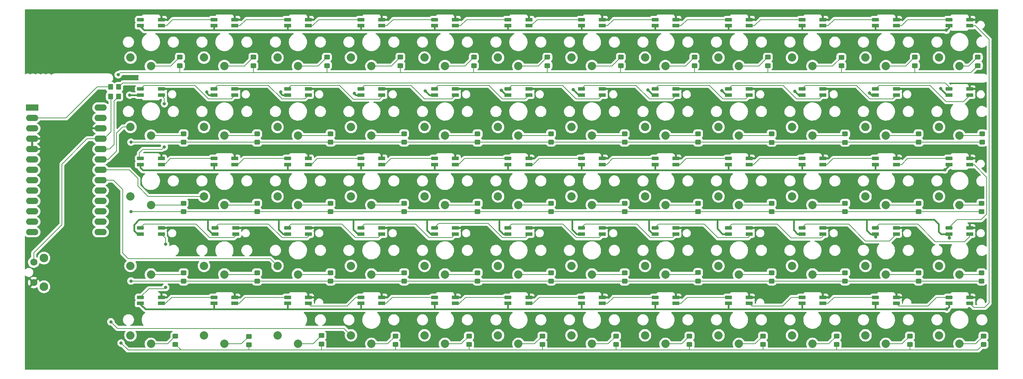
<source format=gbr>
%TF.GenerationSoftware,KiCad,Pcbnew,(6.0.1)*%
%TF.CreationDate,2022-01-22T18:41:09-05:00*%
%TF.ProjectId,ortho,6f727468-6f2e-46b6-9963-61645f706362,rev?*%
%TF.SameCoordinates,Original*%
%TF.FileFunction,Copper,L2,Bot*%
%TF.FilePolarity,Positive*%
%FSLAX46Y46*%
G04 Gerber Fmt 4.6, Leading zero omitted, Abs format (unit mm)*
G04 Created by KiCad (PCBNEW (6.0.1)) date 2022-01-22 18:41:09*
%MOMM*%
%LPD*%
G01*
G04 APERTURE LIST*
G04 Aperture macros list*
%AMRoundRect*
0 Rectangle with rounded corners*
0 $1 Rounding radius*
0 $2 $3 $4 $5 $6 $7 $8 $9 X,Y pos of 4 corners*
0 Add a 4 corners polygon primitive as box body*
4,1,4,$2,$3,$4,$5,$6,$7,$8,$9,$2,$3,0*
0 Add four circle primitives for the rounded corners*
1,1,$1+$1,$2,$3*
1,1,$1+$1,$4,$5*
1,1,$1+$1,$6,$7*
1,1,$1+$1,$8,$9*
0 Add four rect primitives between the rounded corners*
20,1,$1+$1,$2,$3,$4,$5,0*
20,1,$1+$1,$4,$5,$6,$7,0*
20,1,$1+$1,$6,$7,$8,$9,0*
20,1,$1+$1,$8,$9,$2,$3,0*%
G04 Aperture macros list end*
%TA.AperFunction,ComponentPad*%
%ADD10C,2.032000*%
%TD*%
%TA.AperFunction,ComponentPad*%
%ADD11C,2.100000*%
%TD*%
%TA.AperFunction,ComponentPad*%
%ADD12C,1.750000*%
%TD*%
%TA.AperFunction,ComponentPad*%
%ADD13R,3.048000X1.524000*%
%TD*%
%TA.AperFunction,ComponentPad*%
%ADD14O,3.048000X1.524000*%
%TD*%
%TA.AperFunction,SMDPad,CuDef*%
%ADD15R,1.700000X0.820000*%
%TD*%
%TA.AperFunction,SMDPad,CuDef*%
%ADD16RoundRect,0.205000X0.645000X0.205000X-0.645000X0.205000X-0.645000X-0.205000X0.645000X-0.205000X0*%
%TD*%
%TA.AperFunction,SMDPad,CuDef*%
%ADD17RoundRect,0.250000X0.450000X-0.325000X0.450000X0.325000X-0.450000X0.325000X-0.450000X-0.325000X0*%
%TD*%
%TA.AperFunction,SMDPad,CuDef*%
%ADD18RoundRect,0.250000X0.350000X0.450000X-0.350000X0.450000X-0.350000X-0.450000X0.350000X-0.450000X0*%
%TD*%
%TA.AperFunction,ViaPad*%
%ADD19C,0.800000*%
%TD*%
%TA.AperFunction,Conductor*%
%ADD20C,0.200000*%
%TD*%
%TA.AperFunction,Conductor*%
%ADD21C,0.400000*%
%TD*%
G04 APERTURE END LIST*
D10*
%TO.P,SW25,1,1*%
%TO.N,Net-(D25-Pad2)*%
X48000000Y-82400000D03*
%TO.P,SW25,2,2*%
%TO.N,col1*%
X43000000Y-80300000D03*
%TD*%
%TO.P,SW4,1,1*%
%TO.N,Net-(D4-Pad2)*%
X102000000Y-48400000D03*
%TO.P,SW4,2,2*%
%TO.N,col4*%
X97000000Y-46300000D03*
%TD*%
%TO.P,SW23,1,1*%
%TO.N,Net-(D23-Pad2)*%
X228000000Y-65400000D03*
%TO.P,SW23,2,2*%
%TO.N,col11*%
X223000000Y-63300000D03*
%TD*%
%TO.P,SW41,1,1*%
%TO.N,Net-(D41-Pad2)*%
X120000000Y-99400000D03*
%TO.P,SW41,2,2*%
%TO.N,col5*%
X115000000Y-97300000D03*
%TD*%
%TO.P,SW11,1,1*%
%TO.N,Net-(D11-Pad2)*%
X228000000Y-48400000D03*
%TO.P,SW11,2,2*%
%TO.N,col11*%
X223000000Y-46300000D03*
%TD*%
%TO.P,SW21,1,1*%
%TO.N,Net-(D21-Pad2)*%
X192000000Y-65400000D03*
%TO.P,SW21,2,2*%
%TO.N,col9*%
X187000000Y-63300000D03*
%TD*%
%TO.P,SW56,1,1*%
%TO.N,Net-(D56-Pad2)*%
X174000000Y-116400000D03*
%TO.P,SW56,2,2*%
%TO.N,col8*%
X169000000Y-114300000D03*
%TD*%
%TO.P,SW32,1,1*%
%TO.N,Net-(D32-Pad2)*%
X174000000Y-82400000D03*
%TO.P,SW32,2,2*%
%TO.N,col8*%
X169000000Y-80300000D03*
%TD*%
%TO.P,SW10,1,1*%
%TO.N,Net-(D10-Pad2)*%
X210000000Y-48400000D03*
%TO.P,SW10,2,2*%
%TO.N,col10*%
X205000000Y-46300000D03*
%TD*%
%TO.P,SW51,1,1*%
%TO.N,Net-(D51-Pad2)*%
X84000000Y-116400000D03*
%TO.P,SW51,2,2*%
%TO.N,col3*%
X79000000Y-114300000D03*
%TD*%
%TO.P,SW33,1,1*%
%TO.N,Net-(D33-Pad2)*%
X192000000Y-82400000D03*
%TO.P,SW33,2,2*%
%TO.N,col9*%
X187000000Y-80300000D03*
%TD*%
%TO.P,SW59,1,1*%
%TO.N,Net-(D59-Pad2)*%
X228000000Y-116400000D03*
%TO.P,SW59,2,2*%
%TO.N,col11*%
X223000000Y-114300000D03*
%TD*%
%TO.P,SW14,1,1*%
%TO.N,Net-(D14-Pad2)*%
X66000000Y-65400000D03*
%TO.P,SW14,2,2*%
%TO.N,col2*%
X61000000Y-63300000D03*
%TD*%
%TO.P,SW44,1,1*%
%TO.N,Net-(D44-Pad2)*%
X174000000Y-99400000D03*
%TO.P,SW44,2,2*%
%TO.N,col8*%
X169000000Y-97300000D03*
%TD*%
%TO.P,SW47,1,1*%
%TO.N,Net-(D47-Pad2)*%
X228000000Y-99400000D03*
%TO.P,SW47,2,2*%
%TO.N,col11*%
X223000000Y-97300000D03*
%TD*%
%TO.P,SW42,1,1*%
%TO.N,Net-(D42-Pad2)*%
X138000000Y-99400000D03*
%TO.P,SW42,2,2*%
%TO.N,col6*%
X133000000Y-97300000D03*
%TD*%
%TO.P,SW6,1,1*%
%TO.N,Net-(D6-Pad2)*%
X138000000Y-48400000D03*
%TO.P,SW6,2,2*%
%TO.N,col6*%
X133000000Y-46300000D03*
%TD*%
%TO.P,SW29,1,1*%
%TO.N,Net-(D29-Pad2)*%
X120000000Y-82400000D03*
%TO.P,SW29,2,2*%
%TO.N,col5*%
X115000000Y-80300000D03*
%TD*%
%TO.P,SW26,1,1*%
%TO.N,Net-(D26-Pad2)*%
X66000000Y-82400000D03*
%TO.P,SW26,2,2*%
%TO.N,col2*%
X61000000Y-80300000D03*
%TD*%
%TO.P,SW9,1,1*%
%TO.N,Net-(D9-Pad2)*%
X192000000Y-48400000D03*
%TO.P,SW9,2,2*%
%TO.N,col9*%
X187000000Y-46300000D03*
%TD*%
%TO.P,SW15,1,1*%
%TO.N,Net-(D15-Pad2)*%
X84000000Y-65400000D03*
%TO.P,SW15,2,2*%
%TO.N,col3*%
X79000000Y-63300000D03*
%TD*%
%TO.P,SW30,1,1*%
%TO.N,Net-(D30-Pad2)*%
X138000000Y-82400000D03*
%TO.P,SW30,2,2*%
%TO.N,col6*%
X133000000Y-80300000D03*
%TD*%
%TO.P,SW3,1,1*%
%TO.N,Net-(D3-Pad2)*%
X84000000Y-48400000D03*
%TO.P,SW3,2,2*%
%TO.N,col3*%
X79000000Y-46300000D03*
%TD*%
%TO.P,SW39,1,1*%
%TO.N,Net-(D39-Pad2)*%
X84000000Y-99400000D03*
%TO.P,SW39,2,2*%
%TO.N,col3*%
X79000000Y-97300000D03*
%TD*%
%TO.P,SW22,1,1*%
%TO.N,Net-(D22-Pad2)*%
X210000000Y-65400000D03*
%TO.P,SW22,2,2*%
%TO.N,col10*%
X205000000Y-63300000D03*
%TD*%
%TO.P,SW35,1,1*%
%TO.N,Net-(D35-Pad2)*%
X228000000Y-82400000D03*
%TO.P,SW35,2,2*%
%TO.N,col11*%
X223000000Y-80300000D03*
%TD*%
%TO.P,SW19,1,1*%
%TO.N,Net-(D19-Pad2)*%
X156000000Y-65400000D03*
%TO.P,SW19,2,2*%
%TO.N,col7*%
X151000000Y-63300000D03*
%TD*%
%TO.P,SW43,1,1*%
%TO.N,Net-(D43-Pad2)*%
X156000000Y-99400000D03*
%TO.P,SW43,2,2*%
%TO.N,col7*%
X151000000Y-97300000D03*
%TD*%
%TO.P,SW7,1,1*%
%TO.N,Net-(D7-Pad2)*%
X156000000Y-48400000D03*
%TO.P,SW7,2,2*%
%TO.N,col7*%
X151000000Y-46300000D03*
%TD*%
%TO.P,SW13,1,1*%
%TO.N,Net-(D13-Pad2)*%
X48000000Y-65400000D03*
%TO.P,SW13,2,2*%
%TO.N,col1*%
X43000000Y-63300000D03*
%TD*%
%TO.P,SW37,1,1*%
%TO.N,Net-(D37-Pad2)*%
X48000000Y-99400000D03*
%TO.P,SW37,2,2*%
%TO.N,col1*%
X43000000Y-97300000D03*
%TD*%
%TO.P,SW57,1,1*%
%TO.N,Net-(D57-Pad2)*%
X192000000Y-116400000D03*
%TO.P,SW57,2,2*%
%TO.N,col9*%
X187000000Y-114300000D03*
%TD*%
%TO.P,SW55,1,1*%
%TO.N,Net-(D55-Pad2)*%
X156000000Y-116400000D03*
%TO.P,SW55,2,2*%
%TO.N,col7*%
X151000000Y-114300000D03*
%TD*%
%TO.P,SW40,1,1*%
%TO.N,Net-(D40-Pad2)*%
X102000000Y-99400000D03*
%TO.P,SW40,2,2*%
%TO.N,col4*%
X97000000Y-97300000D03*
%TD*%
%TO.P,SW5,1,1*%
%TO.N,Net-(D5-Pad2)*%
X120000000Y-48400000D03*
%TO.P,SW5,2,2*%
%TO.N,col5*%
X115000000Y-46300000D03*
%TD*%
%TO.P,SW18,1,1*%
%TO.N,Net-(D18-Pad2)*%
X138000000Y-65400000D03*
%TO.P,SW18,2,2*%
%TO.N,col6*%
X133000000Y-63300000D03*
%TD*%
%TO.P,SW28,1,1*%
%TO.N,Net-(D28-Pad2)*%
X102000000Y-82400000D03*
%TO.P,SW28,2,2*%
%TO.N,col4*%
X97000000Y-80300000D03*
%TD*%
%TO.P,SW54,1,1*%
%TO.N,Net-(D54-Pad2)*%
X138000000Y-116400000D03*
%TO.P,SW54,2,2*%
%TO.N,col6*%
X133000000Y-114300000D03*
%TD*%
%TO.P,SW34,1,1*%
%TO.N,Net-(D34-Pad2)*%
X210000000Y-82400000D03*
%TO.P,SW34,2,2*%
%TO.N,col10*%
X205000000Y-80300000D03*
%TD*%
%TO.P,SW46,1,1*%
%TO.N,Net-(D46-Pad2)*%
X210000000Y-99400000D03*
%TO.P,SW46,2,2*%
%TO.N,col10*%
X205000000Y-97300000D03*
%TD*%
%TO.P,SW8,1,1*%
%TO.N,Net-(D8-Pad2)*%
X174000000Y-48400000D03*
%TO.P,SW8,2,2*%
%TO.N,col8*%
X169000000Y-46300000D03*
%TD*%
%TO.P,SW2,1,1*%
%TO.N,Net-(D2-Pad2)*%
X66000000Y-48400000D03*
%TO.P,SW2,2,2*%
%TO.N,col2*%
X61000000Y-46300000D03*
%TD*%
%TO.P,SW20,1,1*%
%TO.N,Net-(D20-Pad2)*%
X174000000Y-65400000D03*
%TO.P,SW20,2,2*%
%TO.N,col8*%
X169000000Y-63300000D03*
%TD*%
%TO.P,SW1,1,1*%
%TO.N,Net-(D1-Pad2)*%
X48000000Y-48400000D03*
%TO.P,SW1,2,2*%
%TO.N,col1*%
X43000000Y-46300000D03*
%TD*%
%TO.P,SW36,1,1*%
%TO.N,Net-(D36-Pad2)*%
X246000000Y-82400000D03*
%TO.P,SW36,2,2*%
%TO.N,col12*%
X241000000Y-80300000D03*
%TD*%
%TO.P,SW27,1,1*%
%TO.N,Net-(D27-Pad2)*%
X84000000Y-82400000D03*
%TO.P,SW27,2,2*%
%TO.N,col3*%
X79000000Y-80300000D03*
%TD*%
%TO.P,SW48,1,1*%
%TO.N,Net-(D48-Pad2)*%
X246000000Y-99400000D03*
%TO.P,SW48,2,2*%
%TO.N,col12*%
X241000000Y-97300000D03*
%TD*%
%TO.P,SW24,1,1*%
%TO.N,Net-(D24-Pad2)*%
X246000000Y-65400000D03*
%TO.P,SW24,2,2*%
%TO.N,col12*%
X241000000Y-63300000D03*
%TD*%
%TO.P,SW60,1,1*%
%TO.N,Net-(D60-Pad2)*%
X246000000Y-116400000D03*
%TO.P,SW60,2,2*%
%TO.N,col12*%
X241000000Y-114300000D03*
%TD*%
%TO.P,SW12,1,1*%
%TO.N,Net-(D12-Pad2)*%
X246000000Y-48400000D03*
%TO.P,SW12,2,2*%
%TO.N,col12*%
X241000000Y-46300000D03*
%TD*%
D11*
%TO.P,RST1,*%
%TO.N,*%
X21790000Y-102400000D03*
X21790000Y-95390000D03*
D12*
%TO.P,RST1,1,1*%
%TO.N,GND*%
X19300000Y-101400000D03*
%TO.P,RST1,2,2*%
%TO.N,Net-(R1-Pad2)*%
X19300000Y-96400000D03*
%TD*%
D10*
%TO.P,SW45,1,1*%
%TO.N,Net-(D45-Pad2)*%
X192000000Y-99400000D03*
%TO.P,SW45,2,2*%
%TO.N,col9*%
X187000000Y-97300000D03*
%TD*%
%TO.P,SW38,1,1*%
%TO.N,Net-(D38-Pad2)*%
X66000000Y-99400000D03*
%TO.P,SW38,2,2*%
%TO.N,col2*%
X61000000Y-97300000D03*
%TD*%
%TO.P,SW16,1,1*%
%TO.N,Net-(D16-Pad2)*%
X102000000Y-65400000D03*
%TO.P,SW16,2,2*%
%TO.N,col4*%
X97000000Y-63300000D03*
%TD*%
%TO.P,SW17,1,1*%
%TO.N,Net-(D17-Pad2)*%
X120000000Y-65400000D03*
%TO.P,SW17,2,2*%
%TO.N,col5*%
X115000000Y-63300000D03*
%TD*%
%TO.P,SW52,1,1*%
%TO.N,Net-(D52-Pad2)*%
X102000000Y-116400000D03*
%TO.P,SW52,2,2*%
%TO.N,col4*%
X97000000Y-114300000D03*
%TD*%
%TO.P,SW53,1,1*%
%TO.N,Net-(D53-Pad2)*%
X120000000Y-116400000D03*
%TO.P,SW53,2,2*%
%TO.N,col5*%
X115000000Y-114300000D03*
%TD*%
%TO.P,SW58,1,1*%
%TO.N,Net-(D58-Pad2)*%
X210000000Y-116400000D03*
%TO.P,SW58,2,2*%
%TO.N,col10*%
X205000000Y-114300000D03*
%TD*%
%TO.P,SW49,1,1*%
%TO.N,Net-(D49-Pad2)*%
X48000000Y-116400000D03*
%TO.P,SW49,2,2*%
%TO.N,col1*%
X43000000Y-114300000D03*
%TD*%
%TO.P,SW31,1,1*%
%TO.N,Net-(D31-Pad2)*%
X156000000Y-82400000D03*
%TO.P,SW31,2,2*%
%TO.N,col7*%
X151000000Y-80300000D03*
%TD*%
%TO.P,SW50,1,1*%
%TO.N,Net-(D50-Pad2)*%
X66000000Y-116400000D03*
%TO.P,SW50,2,2*%
%TO.N,col2*%
X61000000Y-114300000D03*
%TD*%
D13*
%TO.P,U1,1,D+*%
%TO.N,unconnected-(U1-Pad1)*%
X18918000Y-58560000D03*
D14*
%TO.P,U1,2,D0*%
%TO.N,led_data*%
X18918000Y-61100000D03*
%TO.P,U1,3,D1*%
%TO.N,col4*%
X18918000Y-63640000D03*
%TO.P,U1,4,GND*%
%TO.N,GND*%
X18918000Y-66180000D03*
%TO.P,U1,5,GND*%
X18918000Y-68720000D03*
%TO.P,U1,6,D2*%
%TO.N,col5*%
X18918000Y-71260000D03*
%TO.P,U1,7,D3*%
%TO.N,col6*%
X18918000Y-73800000D03*
%TO.P,U1,8,D4*%
%TO.N,col7*%
X18918000Y-76340000D03*
%TO.P,U1,9,D5*%
%TO.N,col8*%
X18918000Y-78880000D03*
%TO.P,U1,10,D6*%
%TO.N,col9*%
X18918000Y-81420000D03*
%TO.P,U1,11,D7*%
%TO.N,col10*%
X18918000Y-83960000D03*
%TO.P,U1,12,D8*%
%TO.N,col11*%
X18918000Y-86500000D03*
%TO.P,U1,13,D9*%
%TO.N,col12*%
X18918000Y-89040000D03*
%TO.P,U1,14,D10*%
%TO.N,row5*%
X35682000Y-89040000D03*
%TO.P,U1,15,MOSI*%
%TO.N,row4*%
X35682000Y-86500000D03*
%TO.P,U1,16,MISO*%
%TO.N,row3*%
X35682000Y-83960000D03*
%TO.P,U1,17,SCK*%
%TO.N,row2*%
X35682000Y-81420000D03*
%TO.P,U1,18,A0*%
%TO.N,row1*%
X35682000Y-78880000D03*
%TO.P,U1,19,A1*%
%TO.N,col3*%
X35682000Y-76340000D03*
%TO.P,U1,20,A2*%
%TO.N,col2*%
X35682000Y-73800000D03*
%TO.P,U1,21,A3*%
%TO.N,col1*%
X35682000Y-71260000D03*
%TO.P,U1,22,VCC*%
%TO.N,+3V3*%
X35682000Y-68720000D03*
%TO.P,U1,23,RST*%
%TO.N,Net-(R1-Pad2)*%
X35682000Y-66180000D03*
%TO.P,U1,24,GND*%
%TO.N,GND*%
X35682000Y-63640000D03*
%TO.P,U1,25,RAW*%
%TO.N,+5V*%
X35682000Y-61100000D03*
%TO.P,U1,26,D-*%
%TO.N,unconnected-(U1-Pad26)*%
X35682000Y-58560000D03*
%TD*%
D15*
%TO.P,D83,1,DOUT*%
%TO.N,Net-(D82-Pad3)*%
X230550000Y-55500000D03*
%TO.P,D83,2,VSS*%
%TO.N,GND*%
X230550000Y-54000000D03*
D16*
%TO.P,D83,3,DIN*%
%TO.N,Net-(D83-Pad3)*%
X225450000Y-54000000D03*
D15*
%TO.P,D83,4,VDD*%
%TO.N,+5V*%
X225450000Y-55500000D03*
%TD*%
D17*
%TO.P,D53,1,K*%
%TO.N,row5*%
X125900000Y-116525000D03*
%TO.P,D53,2,A*%
%TO.N,Net-(D53-Pad2)*%
X125900000Y-114475000D03*
%TD*%
%TO.P,D38,1,K*%
%TO.N,row4*%
X74000000Y-101025000D03*
%TO.P,D38,2,A*%
%TO.N,Net-(D38-Pad2)*%
X74000000Y-98975000D03*
%TD*%
D15*
%TO.P,D85,1,DOUT*%
%TO.N,Net-(D85-Pad1)*%
X50550000Y-72500000D03*
%TO.P,D85,2,VSS*%
%TO.N,GND*%
X50550000Y-71000000D03*
D16*
%TO.P,D85,3,DIN*%
%TO.N,Net-(D73-Pad1)*%
X45450000Y-71000000D03*
D15*
%TO.P,D85,4,VDD*%
%TO.N,+5V*%
X45450000Y-72500000D03*
%TD*%
%TO.P,D108,1,DOUT*%
%TO.N,Net-(D107-Pad3)*%
X248550000Y-89500000D03*
%TO.P,D108,2,VSS*%
%TO.N,GND*%
X248550000Y-88000000D03*
D16*
%TO.P,D108,3,DIN*%
%TO.N,Net-(D108-Pad3)*%
X243450000Y-88000000D03*
D15*
%TO.P,D108,4,VDD*%
%TO.N,+5V*%
X243450000Y-89500000D03*
%TD*%
%TO.P,D84,1,DOUT*%
%TO.N,Net-(D83-Pad3)*%
X248550000Y-55500000D03*
%TO.P,D84,2,VSS*%
%TO.N,GND*%
X248550000Y-54000000D03*
D16*
%TO.P,D84,3,DIN*%
%TO.N,Net-(D84-Pad3)*%
X243450000Y-54000000D03*
D15*
%TO.P,D84,4,VDD*%
%TO.N,+5V*%
X243450000Y-55500000D03*
%TD*%
D17*
%TO.P,D46,1,K*%
%TO.N,row4*%
X218000000Y-101025000D03*
%TO.P,D46,2,A*%
%TO.N,Net-(D46-Pad2)*%
X218000000Y-98975000D03*
%TD*%
D15*
%TO.P,D106,1,DOUT*%
%TO.N,Net-(D105-Pad3)*%
X212550000Y-89500000D03*
%TO.P,D106,2,VSS*%
%TO.N,GND*%
X212550000Y-88000000D03*
D16*
%TO.P,D106,3,DIN*%
%TO.N,Net-(D106-Pad3)*%
X207450000Y-88000000D03*
D15*
%TO.P,D106,4,VDD*%
%TO.N,+5V*%
X207450000Y-89500000D03*
%TD*%
D17*
%TO.P,D9,1,K*%
%TO.N,row1*%
X199100000Y-48260000D03*
%TO.P,D9,2,A*%
%TO.N,Net-(D9-Pad2)*%
X199100000Y-46210000D03*
%TD*%
D15*
%TO.P,D89,1,DOUT*%
%TO.N,Net-(D89-Pad1)*%
X122550000Y-72500000D03*
%TO.P,D89,2,VSS*%
%TO.N,GND*%
X122550000Y-71000000D03*
D16*
%TO.P,D89,3,DIN*%
%TO.N,Net-(D88-Pad1)*%
X117450000Y-71000000D03*
D15*
%TO.P,D89,4,VDD*%
%TO.N,+5V*%
X117450000Y-72500000D03*
%TD*%
D17*
%TO.P,D6,1,K*%
%TO.N,row1*%
X145100000Y-48260000D03*
%TO.P,D6,2,A*%
%TO.N,Net-(D6-Pad2)*%
X145100000Y-46210000D03*
%TD*%
D15*
%TO.P,D64,1,DOUT*%
%TO.N,Net-(D64-Pad1)*%
X104550000Y-38500000D03*
%TO.P,D64,2,VSS*%
%TO.N,GND*%
X104550000Y-37000000D03*
D16*
%TO.P,D64,3,DIN*%
%TO.N,Net-(D63-Pad1)*%
X99450000Y-37000000D03*
D15*
%TO.P,D64,4,VDD*%
%TO.N,+5V*%
X99450000Y-38500000D03*
%TD*%
D17*
%TO.P,D23,1,K*%
%TO.N,row2*%
X236000000Y-67025000D03*
%TO.P,D23,2,A*%
%TO.N,Net-(D23-Pad2)*%
X236000000Y-64975000D03*
%TD*%
D15*
%TO.P,D93,1,DOUT*%
%TO.N,Net-(D93-Pad1)*%
X194550000Y-72500000D03*
%TO.P,D93,2,VSS*%
%TO.N,GND*%
X194550000Y-71000000D03*
D16*
%TO.P,D93,3,DIN*%
%TO.N,Net-(D92-Pad1)*%
X189450000Y-71000000D03*
D15*
%TO.P,D93,4,VDD*%
%TO.N,+5V*%
X189450000Y-72500000D03*
%TD*%
D17*
%TO.P,D15,1,K*%
%TO.N,row2*%
X92000000Y-67025000D03*
%TO.P,D15,2,A*%
%TO.N,Net-(D15-Pad2)*%
X92000000Y-64975000D03*
%TD*%
%TO.P,D40,1,K*%
%TO.N,row4*%
X110000000Y-101025000D03*
%TO.P,D40,2,A*%
%TO.N,Net-(D40-Pad2)*%
X110000000Y-98975000D03*
%TD*%
%TO.P,D43,1,K*%
%TO.N,row4*%
X164000000Y-101050000D03*
%TO.P,D43,2,A*%
%TO.N,Net-(D43-Pad2)*%
X164000000Y-99000000D03*
%TD*%
%TO.P,D30,1,K*%
%TO.N,row3*%
X146000000Y-84000000D03*
%TO.P,D30,2,A*%
%TO.N,Net-(D30-Pad2)*%
X146000000Y-81950000D03*
%TD*%
%TO.P,D29,1,K*%
%TO.N,row3*%
X128000000Y-84025000D03*
%TO.P,D29,2,A*%
%TO.N,Net-(D29-Pad2)*%
X128000000Y-81975000D03*
%TD*%
D15*
%TO.P,D96,1,DOUT*%
%TO.N,Net-(D108-Pad3)*%
X248550000Y-72500000D03*
%TO.P,D96,2,VSS*%
%TO.N,GND*%
X248550000Y-71000000D03*
D16*
%TO.P,D96,3,DIN*%
%TO.N,Net-(D95-Pad1)*%
X243450000Y-71000000D03*
D15*
%TO.P,D96,4,VDD*%
%TO.N,+5V*%
X243450000Y-72500000D03*
%TD*%
D17*
%TO.P,D54,1,K*%
%TO.N,row5*%
X143900000Y-116525000D03*
%TO.P,D54,2,A*%
%TO.N,Net-(D54-Pad2)*%
X143900000Y-114475000D03*
%TD*%
D15*
%TO.P,D105,1,DOUT*%
%TO.N,Net-(D104-Pad3)*%
X194550000Y-89500000D03*
%TO.P,D105,2,VSS*%
%TO.N,GND*%
X194550000Y-88000000D03*
D16*
%TO.P,D105,3,DIN*%
%TO.N,Net-(D105-Pad3)*%
X189450000Y-88000000D03*
D15*
%TO.P,D105,4,VDD*%
%TO.N,+5V*%
X189450000Y-89500000D03*
%TD*%
D17*
%TO.P,D52,1,K*%
%TO.N,row5*%
X107900000Y-116525000D03*
%TO.P,D52,2,A*%
%TO.N,Net-(D52-Pad2)*%
X107900000Y-114475000D03*
%TD*%
D18*
%TO.P,R2,1*%
%TO.N,Net-(D84-Pad3)*%
X40100000Y-53500000D03*
%TO.P,R2,2*%
%TO.N,led_data*%
X38100000Y-53500000D03*
%TD*%
D15*
%TO.P,D101,1,DOUT*%
%TO.N,Net-(D100-Pad3)*%
X122550000Y-89500000D03*
%TO.P,D101,2,VSS*%
%TO.N,GND*%
X122550000Y-88000000D03*
D16*
%TO.P,D101,3,DIN*%
%TO.N,Net-(D101-Pad3)*%
X117450000Y-88000000D03*
D15*
%TO.P,D101,4,VDD*%
%TO.N,+5V*%
X117450000Y-89500000D03*
%TD*%
D17*
%TO.P,D48,1,K*%
%TO.N,row4*%
X251400000Y-101025000D03*
%TO.P,D48,2,A*%
%TO.N,Net-(D48-Pad2)*%
X251400000Y-98975000D03*
%TD*%
%TO.P,D47,1,K*%
%TO.N,row4*%
X236000000Y-101025000D03*
%TO.P,D47,2,A*%
%TO.N,Net-(D47-Pad2)*%
X236000000Y-98975000D03*
%TD*%
%TO.P,D49,1,K*%
%TO.N,row5*%
X54000000Y-116525000D03*
%TO.P,D49,2,A*%
%TO.N,Net-(D49-Pad2)*%
X54000000Y-114475000D03*
%TD*%
%TO.P,D13,1,K*%
%TO.N,row2*%
X56000000Y-67025000D03*
%TO.P,D13,2,A*%
%TO.N,Net-(D13-Pad2)*%
X56000000Y-64975000D03*
%TD*%
D15*
%TO.P,D102,1,DOUT*%
%TO.N,Net-(D101-Pad3)*%
X140550000Y-89500000D03*
%TO.P,D102,2,VSS*%
%TO.N,GND*%
X140550000Y-88000000D03*
D16*
%TO.P,D102,3,DIN*%
%TO.N,Net-(D102-Pad3)*%
X135450000Y-88000000D03*
D15*
%TO.P,D102,4,VDD*%
%TO.N,+5V*%
X135450000Y-89500000D03*
%TD*%
%TO.P,D63,1,DOUT*%
%TO.N,Net-(D63-Pad1)*%
X86550000Y-38500000D03*
%TO.P,D63,2,VSS*%
%TO.N,GND*%
X86550000Y-37000000D03*
D16*
%TO.P,D63,3,DIN*%
%TO.N,Net-(D62-Pad1)*%
X81450000Y-37000000D03*
D15*
%TO.P,D63,4,VDD*%
%TO.N,+5V*%
X81450000Y-38500000D03*
%TD*%
D17*
%TO.P,D31,1,K*%
%TO.N,row3*%
X164000000Y-84000000D03*
%TO.P,D31,2,A*%
%TO.N,Net-(D31-Pad2)*%
X164000000Y-81950000D03*
%TD*%
%TO.P,D56,1,K*%
%TO.N,row5*%
X179900000Y-116525000D03*
%TO.P,D56,2,A*%
%TO.N,Net-(D56-Pad2)*%
X179900000Y-114475000D03*
%TD*%
D15*
%TO.P,D118,1,DOUT*%
%TO.N,Net-(D118-Pad1)*%
X212550000Y-106500000D03*
%TO.P,D118,2,VSS*%
%TO.N,GND*%
X212550000Y-105000000D03*
D16*
%TO.P,D118,3,DIN*%
%TO.N,Net-(D117-Pad1)*%
X207450000Y-105000000D03*
D15*
%TO.P,D118,4,VDD*%
%TO.N,+5V*%
X207450000Y-106500000D03*
%TD*%
%TO.P,D120,1,DOUT*%
%TO.N,Net-(D120-Pad1)*%
X248550000Y-106500000D03*
%TO.P,D120,2,VSS*%
%TO.N,GND*%
X248550000Y-105000000D03*
D16*
%TO.P,D120,3,DIN*%
%TO.N,Net-(D119-Pad1)*%
X243450000Y-105000000D03*
D15*
%TO.P,D120,4,VDD*%
%TO.N,+5V*%
X243450000Y-106500000D03*
%TD*%
D17*
%TO.P,D1,1,K*%
%TO.N,row1*%
X55100000Y-48260000D03*
%TO.P,D1,2,A*%
%TO.N,Net-(D1-Pad2)*%
X55100000Y-46210000D03*
%TD*%
D15*
%TO.P,D119,1,DOUT*%
%TO.N,Net-(D119-Pad1)*%
X230550000Y-106500000D03*
%TO.P,D119,2,VSS*%
%TO.N,GND*%
X230550000Y-105000000D03*
D16*
%TO.P,D119,3,DIN*%
%TO.N,Net-(D118-Pad1)*%
X225450000Y-105000000D03*
D15*
%TO.P,D119,4,VDD*%
%TO.N,+5V*%
X225450000Y-106500000D03*
%TD*%
%TO.P,D71,1,DOUT*%
%TO.N,Net-(D71-Pad1)*%
X230550000Y-38500000D03*
%TO.P,D71,2,VSS*%
%TO.N,GND*%
X230550000Y-37000000D03*
D16*
%TO.P,D71,3,DIN*%
%TO.N,Net-(D70-Pad1)*%
X225450000Y-37000000D03*
D15*
%TO.P,D71,4,VDD*%
%TO.N,+5V*%
X225450000Y-38500000D03*
%TD*%
%TO.P,D92,1,DOUT*%
%TO.N,Net-(D92-Pad1)*%
X176550000Y-72500000D03*
%TO.P,D92,2,VSS*%
%TO.N,GND*%
X176550000Y-71000000D03*
D16*
%TO.P,D92,3,DIN*%
%TO.N,Net-(D91-Pad1)*%
X171450000Y-71000000D03*
D15*
%TO.P,D92,4,VDD*%
%TO.N,+5V*%
X171450000Y-72500000D03*
%TD*%
D17*
%TO.P,D42,1,K*%
%TO.N,row4*%
X146000000Y-101025000D03*
%TO.P,D42,2,A*%
%TO.N,Net-(D42-Pad2)*%
X146000000Y-98975000D03*
%TD*%
D15*
%TO.P,D76,1,DOUT*%
%TO.N,Net-(D75-Pad3)*%
X104550000Y-55500000D03*
%TO.P,D76,2,VSS*%
%TO.N,GND*%
X104550000Y-54000000D03*
D16*
%TO.P,D76,3,DIN*%
%TO.N,Net-(D76-Pad3)*%
X99450000Y-54000000D03*
D15*
%TO.P,D76,4,VDD*%
%TO.N,+5V*%
X99450000Y-55500000D03*
%TD*%
%TO.P,D67,1,DOUT*%
%TO.N,Net-(D67-Pad1)*%
X158550000Y-38500000D03*
%TO.P,D67,2,VSS*%
%TO.N,GND*%
X158550000Y-37000000D03*
D16*
%TO.P,D67,3,DIN*%
%TO.N,Net-(D66-Pad1)*%
X153450000Y-37000000D03*
D15*
%TO.P,D67,4,VDD*%
%TO.N,+5V*%
X153450000Y-38500000D03*
%TD*%
%TO.P,D74,1,DOUT*%
%TO.N,Net-(D73-Pad3)*%
X68550000Y-55500000D03*
%TO.P,D74,2,VSS*%
%TO.N,GND*%
X68550000Y-54000000D03*
D16*
%TO.P,D74,3,DIN*%
%TO.N,Net-(D74-Pad3)*%
X63450000Y-54000000D03*
D15*
%TO.P,D74,4,VDD*%
%TO.N,+5V*%
X63450000Y-55500000D03*
%TD*%
%TO.P,D62,1,DOUT*%
%TO.N,Net-(D62-Pad1)*%
X68550000Y-38500000D03*
%TO.P,D62,2,VSS*%
%TO.N,GND*%
X68550000Y-37000000D03*
D16*
%TO.P,D62,3,DIN*%
%TO.N,Net-(D61-Pad1)*%
X63450000Y-37000000D03*
D15*
%TO.P,D62,4,VDD*%
%TO.N,+5V*%
X63450000Y-38500000D03*
%TD*%
%TO.P,D87,1,DOUT*%
%TO.N,Net-(D87-Pad1)*%
X86550000Y-72500000D03*
%TO.P,D87,2,VSS*%
%TO.N,GND*%
X86550000Y-71000000D03*
D16*
%TO.P,D87,3,DIN*%
%TO.N,Net-(D86-Pad1)*%
X81450000Y-71000000D03*
D15*
%TO.P,D87,4,VDD*%
%TO.N,+5V*%
X81450000Y-72500000D03*
%TD*%
%TO.P,D112,1,DOUT*%
%TO.N,Net-(D112-Pad1)*%
X104550000Y-106500000D03*
%TO.P,D112,2,VSS*%
%TO.N,GND*%
X104550000Y-105000000D03*
D16*
%TO.P,D112,3,DIN*%
%TO.N,Net-(D111-Pad1)*%
X99450000Y-105000000D03*
D15*
%TO.P,D112,4,VDD*%
%TO.N,+5V*%
X99450000Y-106500000D03*
%TD*%
%TO.P,D109,1,DOUT*%
%TO.N,Net-(D109-Pad1)*%
X50550000Y-106500000D03*
%TO.P,D109,2,VSS*%
%TO.N,GND*%
X50550000Y-105000000D03*
D16*
%TO.P,D109,3,DIN*%
%TO.N,Net-(D109-Pad3)*%
X45450000Y-105000000D03*
D15*
%TO.P,D109,4,VDD*%
%TO.N,+5V*%
X45450000Y-106500000D03*
%TD*%
D17*
%TO.P,D7,1,K*%
%TO.N,row1*%
X163100000Y-48260000D03*
%TO.P,D7,2,A*%
%TO.N,Net-(D7-Pad2)*%
X163100000Y-46210000D03*
%TD*%
D15*
%TO.P,D88,1,DOUT*%
%TO.N,Net-(D88-Pad1)*%
X104550000Y-72500000D03*
%TO.P,D88,2,VSS*%
%TO.N,GND*%
X104550000Y-71000000D03*
D16*
%TO.P,D88,3,DIN*%
%TO.N,Net-(D87-Pad1)*%
X99450000Y-71000000D03*
D15*
%TO.P,D88,4,VDD*%
%TO.N,+5V*%
X99450000Y-72500000D03*
%TD*%
%TO.P,D90,1,DOUT*%
%TO.N,Net-(D90-Pad1)*%
X140550000Y-72500000D03*
%TO.P,D90,2,VSS*%
%TO.N,GND*%
X140550000Y-71000000D03*
D16*
%TO.P,D90,3,DIN*%
%TO.N,Net-(D89-Pad1)*%
X135450000Y-71000000D03*
D15*
%TO.P,D90,4,VDD*%
%TO.N,+5V*%
X135450000Y-72500000D03*
%TD*%
%TO.P,D111,1,DOUT*%
%TO.N,Net-(D111-Pad1)*%
X86550000Y-106500000D03*
%TO.P,D111,2,VSS*%
%TO.N,GND*%
X86550000Y-105000000D03*
D16*
%TO.P,D111,3,DIN*%
%TO.N,Net-(D110-Pad1)*%
X81450000Y-105000000D03*
D15*
%TO.P,D111,4,VDD*%
%TO.N,+5V*%
X81450000Y-106500000D03*
%TD*%
D17*
%TO.P,D3,1,K*%
%TO.N,row1*%
X91100000Y-48260000D03*
%TO.P,D3,2,A*%
%TO.N,Net-(D3-Pad2)*%
X91100000Y-46210000D03*
%TD*%
D15*
%TO.P,D66,1,DOUT*%
%TO.N,Net-(D66-Pad1)*%
X140550000Y-38500000D03*
%TO.P,D66,2,VSS*%
%TO.N,GND*%
X140550000Y-37000000D03*
D16*
%TO.P,D66,3,DIN*%
%TO.N,Net-(D65-Pad1)*%
X135450000Y-37000000D03*
D15*
%TO.P,D66,4,VDD*%
%TO.N,+5V*%
X135450000Y-38500000D03*
%TD*%
D17*
%TO.P,D11,1,K*%
%TO.N,row1*%
X235100000Y-48260000D03*
%TO.P,D11,2,A*%
%TO.N,Net-(D11-Pad2)*%
X235100000Y-46210000D03*
%TD*%
D15*
%TO.P,D116,1,DOUT*%
%TO.N,Net-(D116-Pad1)*%
X176550000Y-106500000D03*
%TO.P,D116,2,VSS*%
%TO.N,GND*%
X176550000Y-105000000D03*
D16*
%TO.P,D116,3,DIN*%
%TO.N,Net-(D115-Pad1)*%
X171450000Y-105000000D03*
D15*
%TO.P,D116,4,VDD*%
%TO.N,+5V*%
X171450000Y-106500000D03*
%TD*%
D17*
%TO.P,D32,1,K*%
%TO.N,row3*%
X182000000Y-84025000D03*
%TO.P,D32,2,A*%
%TO.N,Net-(D32-Pad2)*%
X182000000Y-81975000D03*
%TD*%
%TO.P,D25,1,K*%
%TO.N,row3*%
X56000000Y-84025000D03*
%TO.P,D25,2,A*%
%TO.N,Net-(D25-Pad2)*%
X56000000Y-81975000D03*
%TD*%
%TO.P,D50,1,K*%
%TO.N,row5*%
X72000000Y-116625000D03*
%TO.P,D50,2,A*%
%TO.N,Net-(D50-Pad2)*%
X72000000Y-114575000D03*
%TD*%
D15*
%TO.P,D115,1,DOUT*%
%TO.N,Net-(D115-Pad1)*%
X158550000Y-106500000D03*
%TO.P,D115,2,VSS*%
%TO.N,GND*%
X158550000Y-105000000D03*
D16*
%TO.P,D115,3,DIN*%
%TO.N,Net-(D114-Pad1)*%
X153450000Y-105000000D03*
D15*
%TO.P,D115,4,VDD*%
%TO.N,+5V*%
X153450000Y-106500000D03*
%TD*%
D17*
%TO.P,D27,1,K*%
%TO.N,row3*%
X92000000Y-84025000D03*
%TO.P,D27,2,A*%
%TO.N,Net-(D27-Pad2)*%
X92000000Y-81975000D03*
%TD*%
D15*
%TO.P,D86,1,DOUT*%
%TO.N,Net-(D86-Pad1)*%
X68550000Y-72500000D03*
%TO.P,D86,2,VSS*%
%TO.N,GND*%
X68550000Y-71000000D03*
D16*
%TO.P,D86,3,DIN*%
%TO.N,Net-(D85-Pad1)*%
X63450000Y-71000000D03*
D15*
%TO.P,D86,4,VDD*%
%TO.N,+5V*%
X63450000Y-72500000D03*
%TD*%
D17*
%TO.P,D16,1,K*%
%TO.N,row2*%
X110000000Y-67025000D03*
%TO.P,D16,2,A*%
%TO.N,Net-(D16-Pad2)*%
X110000000Y-64975000D03*
%TD*%
D15*
%TO.P,D68,1,DOUT*%
%TO.N,Net-(D68-Pad1)*%
X176550000Y-38500000D03*
%TO.P,D68,2,VSS*%
%TO.N,GND*%
X176550000Y-37000000D03*
D16*
%TO.P,D68,3,DIN*%
%TO.N,Net-(D67-Pad1)*%
X171450000Y-37000000D03*
D15*
%TO.P,D68,4,VDD*%
%TO.N,+5V*%
X171450000Y-38500000D03*
%TD*%
%TO.P,D103,1,DOUT*%
%TO.N,Net-(D102-Pad3)*%
X158550000Y-89500000D03*
%TO.P,D103,2,VSS*%
%TO.N,GND*%
X158550000Y-88000000D03*
D16*
%TO.P,D103,3,DIN*%
%TO.N,Net-(D103-Pad3)*%
X153450000Y-88000000D03*
D15*
%TO.P,D103,4,VDD*%
%TO.N,+5V*%
X153450000Y-89500000D03*
%TD*%
%TO.P,D78,1,DOUT*%
%TO.N,Net-(D77-Pad3)*%
X140550000Y-55500000D03*
%TO.P,D78,2,VSS*%
%TO.N,GND*%
X140550000Y-54000000D03*
D16*
%TO.P,D78,3,DIN*%
%TO.N,Net-(D78-Pad3)*%
X135450000Y-54000000D03*
D15*
%TO.P,D78,4,VDD*%
%TO.N,+5V*%
X135450000Y-55500000D03*
%TD*%
D18*
%TO.P,R1,1*%
%TO.N,+3V3*%
X40100000Y-55800000D03*
%TO.P,R1,2*%
%TO.N,Net-(R1-Pad2)*%
X38100000Y-55800000D03*
%TD*%
D15*
%TO.P,D69,1,DOUT*%
%TO.N,Net-(D69-Pad1)*%
X194550000Y-38500000D03*
%TO.P,D69,2,VSS*%
%TO.N,GND*%
X194550000Y-37000000D03*
D16*
%TO.P,D69,3,DIN*%
%TO.N,Net-(D68-Pad1)*%
X189450000Y-37000000D03*
D15*
%TO.P,D69,4,VDD*%
%TO.N,+5V*%
X189450000Y-38500000D03*
%TD*%
D17*
%TO.P,D24,1,K*%
%TO.N,row2*%
X251600000Y-67025000D03*
%TO.P,D24,2,A*%
%TO.N,Net-(D24-Pad2)*%
X251600000Y-64975000D03*
%TD*%
%TO.P,D60,1,K*%
%TO.N,row5*%
X251900000Y-116525000D03*
%TO.P,D60,2,A*%
%TO.N,Net-(D60-Pad2)*%
X251900000Y-114475000D03*
%TD*%
D15*
%TO.P,D94,1,DOUT*%
%TO.N,Net-(D94-Pad1)*%
X212550000Y-72500000D03*
%TO.P,D94,2,VSS*%
%TO.N,GND*%
X212550000Y-71000000D03*
D16*
%TO.P,D94,3,DIN*%
%TO.N,Net-(D93-Pad1)*%
X207450000Y-71000000D03*
D15*
%TO.P,D94,4,VDD*%
%TO.N,+5V*%
X207450000Y-72500000D03*
%TD*%
%TO.P,D82,1,DOUT*%
%TO.N,Net-(D81-Pad3)*%
X212550000Y-55500000D03*
%TO.P,D82,2,VSS*%
%TO.N,GND*%
X212550000Y-54000000D03*
D16*
%TO.P,D82,3,DIN*%
%TO.N,Net-(D82-Pad3)*%
X207450000Y-54000000D03*
D15*
%TO.P,D82,4,VDD*%
%TO.N,+5V*%
X207450000Y-55500000D03*
%TD*%
D17*
%TO.P,D2,1,K*%
%TO.N,row1*%
X73100000Y-48260000D03*
%TO.P,D2,2,A*%
%TO.N,Net-(D2-Pad2)*%
X73100000Y-46210000D03*
%TD*%
%TO.P,D22,1,K*%
%TO.N,row2*%
X218000000Y-67050000D03*
%TO.P,D22,2,A*%
%TO.N,Net-(D22-Pad2)*%
X218000000Y-65000000D03*
%TD*%
D15*
%TO.P,D72,1,DOUT*%
%TO.N,Net-(D120-Pad1)*%
X248550000Y-38500000D03*
%TO.P,D72,2,VSS*%
%TO.N,GND*%
X248550000Y-37000000D03*
D16*
%TO.P,D72,3,DIN*%
%TO.N,Net-(D71-Pad1)*%
X243450000Y-37000000D03*
D15*
%TO.P,D72,4,VDD*%
%TO.N,+5V*%
X243450000Y-38500000D03*
%TD*%
D17*
%TO.P,D5,1,K*%
%TO.N,row1*%
X127100000Y-48260000D03*
%TO.P,D5,2,A*%
%TO.N,Net-(D5-Pad2)*%
X127100000Y-46210000D03*
%TD*%
%TO.P,D57,1,K*%
%TO.N,row5*%
X197900000Y-116525000D03*
%TO.P,D57,2,A*%
%TO.N,Net-(D57-Pad2)*%
X197900000Y-114475000D03*
%TD*%
%TO.P,D44,1,K*%
%TO.N,row4*%
X182000000Y-101000000D03*
%TO.P,D44,2,A*%
%TO.N,Net-(D44-Pad2)*%
X182000000Y-98950000D03*
%TD*%
%TO.P,D41,1,K*%
%TO.N,row4*%
X128000000Y-101025000D03*
%TO.P,D41,2,A*%
%TO.N,Net-(D41-Pad2)*%
X128000000Y-98975000D03*
%TD*%
%TO.P,D4,1,K*%
%TO.N,row1*%
X109100000Y-48260000D03*
%TO.P,D4,2,A*%
%TO.N,Net-(D4-Pad2)*%
X109100000Y-46210000D03*
%TD*%
%TO.P,D8,1,K*%
%TO.N,row1*%
X181100000Y-48260000D03*
%TO.P,D8,2,A*%
%TO.N,Net-(D8-Pad2)*%
X181100000Y-46210000D03*
%TD*%
D15*
%TO.P,D100,1,DOUT*%
%TO.N,Net-(D100-Pad1)*%
X104550000Y-89500000D03*
%TO.P,D100,2,VSS*%
%TO.N,GND*%
X104550000Y-88000000D03*
D16*
%TO.P,D100,3,DIN*%
%TO.N,Net-(D100-Pad3)*%
X99450000Y-88000000D03*
D15*
%TO.P,D100,4,VDD*%
%TO.N,+5V*%
X99450000Y-89500000D03*
%TD*%
%TO.P,D97,1,DOUT*%
%TO.N,Net-(D109-Pad3)*%
X50550000Y-89500000D03*
%TO.P,D97,2,VSS*%
%TO.N,GND*%
X50550000Y-88000000D03*
D16*
%TO.P,D97,3,DIN*%
%TO.N,Net-(D97-Pad3)*%
X45450000Y-88000000D03*
D15*
%TO.P,D97,4,VDD*%
%TO.N,+5V*%
X45450000Y-89500000D03*
%TD*%
D17*
%TO.P,D33,1,K*%
%TO.N,row3*%
X200000000Y-84025000D03*
%TO.P,D33,2,A*%
%TO.N,Net-(D33-Pad2)*%
X200000000Y-81975000D03*
%TD*%
D15*
%TO.P,D61,1,DOUT*%
%TO.N,Net-(D61-Pad1)*%
X50550000Y-38500000D03*
%TO.P,D61,2,VSS*%
%TO.N,GND*%
X50550000Y-37000000D03*
D16*
%TO.P,D61,3,DIN*%
%TO.N,unconnected-(D61-Pad3)*%
X45450000Y-37000000D03*
D15*
%TO.P,D61,4,VDD*%
%TO.N,+5V*%
X45450000Y-38500000D03*
%TD*%
D17*
%TO.P,D55,1,K*%
%TO.N,row5*%
X161900000Y-116525000D03*
%TO.P,D55,2,A*%
%TO.N,Net-(D55-Pad2)*%
X161900000Y-114475000D03*
%TD*%
D15*
%TO.P,D81,1,DOUT*%
%TO.N,Net-(D80-Pad3)*%
X194550000Y-55500000D03*
%TO.P,D81,2,VSS*%
%TO.N,GND*%
X194550000Y-54000000D03*
D16*
%TO.P,D81,3,DIN*%
%TO.N,Net-(D81-Pad3)*%
X189450000Y-54000000D03*
D15*
%TO.P,D81,4,VDD*%
%TO.N,+5V*%
X189450000Y-55500000D03*
%TD*%
D17*
%TO.P,D45,1,K*%
%TO.N,row4*%
X200000000Y-101025000D03*
%TO.P,D45,2,A*%
%TO.N,Net-(D45-Pad2)*%
X200000000Y-98975000D03*
%TD*%
%TO.P,D51,1,K*%
%TO.N,row5*%
X89800000Y-116425000D03*
%TO.P,D51,2,A*%
%TO.N,Net-(D51-Pad2)*%
X89800000Y-114375000D03*
%TD*%
D15*
%TO.P,D110,1,DOUT*%
%TO.N,Net-(D110-Pad1)*%
X68550000Y-106500000D03*
%TO.P,D110,2,VSS*%
%TO.N,GND*%
X68550000Y-105000000D03*
D16*
%TO.P,D110,3,DIN*%
%TO.N,Net-(D109-Pad1)*%
X63450000Y-105000000D03*
D15*
%TO.P,D110,4,VDD*%
%TO.N,+5V*%
X63450000Y-106500000D03*
%TD*%
%TO.P,D65,1,DOUT*%
%TO.N,Net-(D65-Pad1)*%
X122550000Y-38500000D03*
%TO.P,D65,2,VSS*%
%TO.N,GND*%
X122550000Y-37000000D03*
D16*
%TO.P,D65,3,DIN*%
%TO.N,Net-(D64-Pad1)*%
X117450000Y-37000000D03*
D15*
%TO.P,D65,4,VDD*%
%TO.N,+5V*%
X117450000Y-38500000D03*
%TD*%
%TO.P,D73,1,DOUT*%
%TO.N,Net-(D73-Pad1)*%
X50550000Y-55500000D03*
%TO.P,D73,2,VSS*%
%TO.N,GND*%
X50550000Y-54000000D03*
D16*
%TO.P,D73,3,DIN*%
%TO.N,Net-(D73-Pad3)*%
X45450000Y-54000000D03*
D15*
%TO.P,D73,4,VDD*%
%TO.N,+5V*%
X45450000Y-55500000D03*
%TD*%
D17*
%TO.P,D58,1,K*%
%TO.N,row5*%
X215900000Y-116525000D03*
%TO.P,D58,2,A*%
%TO.N,Net-(D58-Pad2)*%
X215900000Y-114475000D03*
%TD*%
D15*
%TO.P,D99,1,DOUT*%
%TO.N,Net-(D98-Pad3)*%
X86550000Y-89500000D03*
%TO.P,D99,2,VSS*%
%TO.N,GND*%
X86550000Y-88000000D03*
D16*
%TO.P,D99,3,DIN*%
%TO.N,Net-(D100-Pad1)*%
X81450000Y-88000000D03*
D15*
%TO.P,D99,4,VDD*%
%TO.N,+5V*%
X81450000Y-89500000D03*
%TD*%
D17*
%TO.P,D21,1,K*%
%TO.N,row2*%
X200000000Y-67050000D03*
%TO.P,D21,2,A*%
%TO.N,Net-(D21-Pad2)*%
X200000000Y-65000000D03*
%TD*%
D15*
%TO.P,D114,1,DOUT*%
%TO.N,Net-(D114-Pad1)*%
X140550000Y-106500000D03*
%TO.P,D114,2,VSS*%
%TO.N,GND*%
X140550000Y-105000000D03*
D16*
%TO.P,D114,3,DIN*%
%TO.N,Net-(D113-Pad1)*%
X135450000Y-105000000D03*
D15*
%TO.P,D114,4,VDD*%
%TO.N,+5V*%
X135450000Y-106500000D03*
%TD*%
D17*
%TO.P,D17,1,K*%
%TO.N,row2*%
X128000000Y-67025000D03*
%TO.P,D17,2,A*%
%TO.N,Net-(D17-Pad2)*%
X128000000Y-64975000D03*
%TD*%
%TO.P,D28,1,K*%
%TO.N,row3*%
X110000000Y-84050000D03*
%TO.P,D28,2,A*%
%TO.N,Net-(D28-Pad2)*%
X110000000Y-82000000D03*
%TD*%
%TO.P,D34,1,K*%
%TO.N,row3*%
X218000000Y-84025000D03*
%TO.P,D34,2,A*%
%TO.N,Net-(D34-Pad2)*%
X218000000Y-81975000D03*
%TD*%
D15*
%TO.P,D117,1,DOUT*%
%TO.N,Net-(D117-Pad1)*%
X194550000Y-106500000D03*
%TO.P,D117,2,VSS*%
%TO.N,GND*%
X194550000Y-105000000D03*
D16*
%TO.P,D117,3,DIN*%
%TO.N,Net-(D116-Pad1)*%
X189450000Y-105000000D03*
D15*
%TO.P,D117,4,VDD*%
%TO.N,+5V*%
X189450000Y-106500000D03*
%TD*%
D17*
%TO.P,D14,1,K*%
%TO.N,row2*%
X74000000Y-67025000D03*
%TO.P,D14,2,A*%
%TO.N,Net-(D14-Pad2)*%
X74000000Y-64975000D03*
%TD*%
%TO.P,D12,1,K*%
%TO.N,row1*%
X250500000Y-48260000D03*
%TO.P,D12,2,A*%
%TO.N,Net-(D12-Pad2)*%
X250500000Y-46210000D03*
%TD*%
D15*
%TO.P,D75,1,DOUT*%
%TO.N,Net-(D74-Pad3)*%
X86550000Y-55500000D03*
%TO.P,D75,2,VSS*%
%TO.N,GND*%
X86550000Y-54000000D03*
D16*
%TO.P,D75,3,DIN*%
%TO.N,Net-(D75-Pad3)*%
X81450000Y-54000000D03*
D15*
%TO.P,D75,4,VDD*%
%TO.N,+5V*%
X81450000Y-55500000D03*
%TD*%
%TO.P,D70,1,DOUT*%
%TO.N,Net-(D70-Pad1)*%
X212550000Y-38500000D03*
%TO.P,D70,2,VSS*%
%TO.N,GND*%
X212550000Y-37000000D03*
D16*
%TO.P,D70,3,DIN*%
%TO.N,Net-(D69-Pad1)*%
X207450000Y-37000000D03*
D15*
%TO.P,D70,4,VDD*%
%TO.N,+5V*%
X207450000Y-38500000D03*
%TD*%
%TO.P,D107,1,DOUT*%
%TO.N,Net-(D106-Pad3)*%
X230550000Y-89500000D03*
%TO.P,D107,2,VSS*%
%TO.N,GND*%
X230550000Y-88000000D03*
D16*
%TO.P,D107,3,DIN*%
%TO.N,Net-(D107-Pad3)*%
X225450000Y-88000000D03*
D15*
%TO.P,D107,4,VDD*%
%TO.N,+5V*%
X225450000Y-89500000D03*
%TD*%
D17*
%TO.P,D20,1,K*%
%TO.N,row2*%
X182000000Y-67000000D03*
%TO.P,D20,2,A*%
%TO.N,Net-(D20-Pad2)*%
X182000000Y-64950000D03*
%TD*%
%TO.P,D37,1,K*%
%TO.N,row4*%
X56000000Y-101025000D03*
%TO.P,D37,2,A*%
%TO.N,Net-(D37-Pad2)*%
X56000000Y-98975000D03*
%TD*%
D15*
%TO.P,D77,1,DOUT*%
%TO.N,Net-(D76-Pad3)*%
X122550000Y-55500000D03*
%TO.P,D77,2,VSS*%
%TO.N,GND*%
X122550000Y-54000000D03*
D16*
%TO.P,D77,3,DIN*%
%TO.N,Net-(D77-Pad3)*%
X117450000Y-54000000D03*
D15*
%TO.P,D77,4,VDD*%
%TO.N,+5V*%
X117450000Y-55500000D03*
%TD*%
%TO.P,D113,1,DOUT*%
%TO.N,Net-(D113-Pad1)*%
X122550000Y-106500000D03*
%TO.P,D113,2,VSS*%
%TO.N,GND*%
X122550000Y-105000000D03*
D16*
%TO.P,D113,3,DIN*%
%TO.N,Net-(D112-Pad1)*%
X117450000Y-105000000D03*
D15*
%TO.P,D113,4,VDD*%
%TO.N,+5V*%
X117450000Y-106500000D03*
%TD*%
D17*
%TO.P,D19,1,K*%
%TO.N,row2*%
X164000000Y-67025000D03*
%TO.P,D19,2,A*%
%TO.N,Net-(D19-Pad2)*%
X164000000Y-64975000D03*
%TD*%
%TO.P,D59,1,K*%
%TO.N,row5*%
X233900000Y-116525000D03*
%TO.P,D59,2,A*%
%TO.N,Net-(D59-Pad2)*%
X233900000Y-114475000D03*
%TD*%
%TO.P,D18,1,K*%
%TO.N,row2*%
X146000000Y-67000000D03*
%TO.P,D18,2,A*%
%TO.N,Net-(D18-Pad2)*%
X146000000Y-64950000D03*
%TD*%
D15*
%TO.P,D80,1,DOUT*%
%TO.N,Net-(D79-Pad3)*%
X176550000Y-55500000D03*
%TO.P,D80,2,VSS*%
%TO.N,GND*%
X176550000Y-54000000D03*
D16*
%TO.P,D80,3,DIN*%
%TO.N,Net-(D80-Pad3)*%
X171450000Y-54000000D03*
D15*
%TO.P,D80,4,VDD*%
%TO.N,+5V*%
X171450000Y-55500000D03*
%TD*%
%TO.P,D95,1,DOUT*%
%TO.N,Net-(D95-Pad1)*%
X230550000Y-72500000D03*
%TO.P,D95,2,VSS*%
%TO.N,GND*%
X230550000Y-71000000D03*
D16*
%TO.P,D95,3,DIN*%
%TO.N,Net-(D94-Pad1)*%
X225450000Y-71000000D03*
D15*
%TO.P,D95,4,VDD*%
%TO.N,+5V*%
X225450000Y-72500000D03*
%TD*%
D17*
%TO.P,D35,1,K*%
%TO.N,row3*%
X236000000Y-84025000D03*
%TO.P,D35,2,A*%
%TO.N,Net-(D35-Pad2)*%
X236000000Y-81975000D03*
%TD*%
D15*
%TO.P,D79,1,DOUT*%
%TO.N,Net-(D78-Pad3)*%
X158550000Y-55500000D03*
%TO.P,D79,2,VSS*%
%TO.N,GND*%
X158550000Y-54000000D03*
D16*
%TO.P,D79,3,DIN*%
%TO.N,Net-(D79-Pad3)*%
X153450000Y-54000000D03*
D15*
%TO.P,D79,4,VDD*%
%TO.N,+5V*%
X153450000Y-55500000D03*
%TD*%
D17*
%TO.P,D39,1,K*%
%TO.N,row4*%
X92000000Y-101025000D03*
%TO.P,D39,2,A*%
%TO.N,Net-(D39-Pad2)*%
X92000000Y-98975000D03*
%TD*%
%TO.P,D36,1,K*%
%TO.N,row3*%
X251400000Y-84025000D03*
%TO.P,D36,2,A*%
%TO.N,Net-(D36-Pad2)*%
X251400000Y-81975000D03*
%TD*%
%TO.P,D10,1,K*%
%TO.N,row1*%
X217100000Y-48285000D03*
%TO.P,D10,2,A*%
%TO.N,Net-(D10-Pad2)*%
X217100000Y-46235000D03*
%TD*%
D15*
%TO.P,D104,1,DOUT*%
%TO.N,Net-(D103-Pad3)*%
X176550000Y-89500000D03*
%TO.P,D104,2,VSS*%
%TO.N,GND*%
X176550000Y-88000000D03*
D16*
%TO.P,D104,3,DIN*%
%TO.N,Net-(D104-Pad3)*%
X171450000Y-88000000D03*
D15*
%TO.P,D104,4,VDD*%
%TO.N,+5V*%
X171450000Y-89500000D03*
%TD*%
D17*
%TO.P,D26,1,K*%
%TO.N,row3*%
X74000000Y-84000000D03*
%TO.P,D26,2,A*%
%TO.N,Net-(D26-Pad2)*%
X74000000Y-81950000D03*
%TD*%
D15*
%TO.P,D98,1,DOUT*%
%TO.N,Net-(D97-Pad3)*%
X68800000Y-89500000D03*
%TO.P,D98,2,VSS*%
%TO.N,GND*%
X68800000Y-88000000D03*
D16*
%TO.P,D98,3,DIN*%
%TO.N,Net-(D98-Pad3)*%
X63700000Y-88000000D03*
D15*
%TO.P,D98,4,VDD*%
%TO.N,+5V*%
X63700000Y-89500000D03*
%TD*%
%TO.P,D91,1,DOUT*%
%TO.N,Net-(D91-Pad1)*%
X158550000Y-72500000D03*
%TO.P,D91,2,VSS*%
%TO.N,GND*%
X158550000Y-71000000D03*
D16*
%TO.P,D91,3,DIN*%
%TO.N,Net-(D90-Pad1)*%
X153450000Y-71000000D03*
D15*
%TO.P,D91,4,VDD*%
%TO.N,+5V*%
X153450000Y-72500000D03*
%TD*%
D19*
%TO.N,row1*%
X40000000Y-50500000D03*
%TO.N,row2*%
X43116499Y-67000000D03*
%TO.N,row3*%
X43116499Y-84000000D03*
%TO.N,row4*%
X43116499Y-101000000D03*
%TO.N,row5*%
X40700000Y-116200000D03*
%TO.N,+5V*%
X242900000Y-107900000D03*
X42800000Y-55500000D03*
X97800000Y-55100000D03*
X242400000Y-73800000D03*
X115200000Y-54500000D03*
X79800000Y-54700000D03*
X243500000Y-90500500D03*
X151400000Y-54100000D03*
X133800000Y-54337763D03*
X205700000Y-54550000D03*
X241400000Y-53900000D03*
X224000000Y-55000000D03*
X187800000Y-54400000D03*
X169700000Y-54200000D03*
X61700000Y-54700000D03*
X242800000Y-39600000D03*
X225500000Y-90200000D03*
%TO.N,GND*%
X58000000Y-103400000D03*
X58000000Y-69200000D03*
X58000000Y-54700000D03*
X58000000Y-89300000D03*
%TO.N,col4*%
X38200500Y-111000000D03*
%TO.N,Net-(D73-Pad1)*%
X51300000Y-57600000D03*
X51300000Y-68200000D03*
%TO.N,Net-(D109-Pad3)*%
X51600000Y-92000000D03*
X51600000Y-102600000D03*
%TD*%
D20*
%TO.N,row1*%
X145000000Y-50000000D02*
X163000000Y-50000000D01*
X55100000Y-48260000D02*
X55100000Y-49900000D01*
X199100000Y-48260000D02*
X199100000Y-49900000D01*
X217100000Y-48285000D02*
X217100000Y-49900000D01*
X91100000Y-49900000D02*
X91000000Y-50000000D01*
X217100000Y-49900000D02*
X217000000Y-50000000D01*
X199100000Y-49900000D02*
X199000000Y-50000000D01*
X73000000Y-50000000D02*
X91000000Y-50000000D01*
X235100000Y-48260000D02*
X235100000Y-49900000D01*
X91100000Y-48260000D02*
X91100000Y-49900000D01*
X109100000Y-48260000D02*
X109100000Y-49900000D01*
X55000000Y-50000000D02*
X73000000Y-50000000D01*
X248760000Y-50000000D02*
X250500000Y-48260000D01*
X163100000Y-48260000D02*
X163000000Y-48360000D01*
X181100000Y-48260000D02*
X181100000Y-49900000D01*
X163000000Y-50000000D02*
X181000000Y-50000000D01*
X73100000Y-48260000D02*
X73100000Y-49900000D01*
X127000000Y-48360000D02*
X127000000Y-50000000D01*
X181100000Y-49900000D02*
X181000000Y-50000000D01*
X127100000Y-48260000D02*
X127000000Y-48360000D01*
X40000000Y-50500000D02*
X40500000Y-50000000D01*
X55100000Y-49900000D02*
X55000000Y-50000000D01*
X145100000Y-49900000D02*
X145000000Y-50000000D01*
X73100000Y-49900000D02*
X73000000Y-50000000D01*
X199000000Y-50000000D02*
X217000000Y-50000000D01*
X109000000Y-50000000D02*
X127000000Y-50000000D01*
X145100000Y-48260000D02*
X145100000Y-49900000D01*
X109100000Y-49900000D02*
X109000000Y-50000000D01*
X163000000Y-48360000D02*
X163000000Y-50000000D01*
X235000000Y-50000000D02*
X248760000Y-50000000D01*
X217000000Y-50000000D02*
X235000000Y-50000000D01*
X181000000Y-50000000D02*
X199000000Y-50000000D01*
X235100000Y-49900000D02*
X235000000Y-50000000D01*
X40500000Y-50000000D02*
X55000000Y-50000000D01*
X127000000Y-50000000D02*
X145000000Y-50000000D01*
X91000000Y-50000000D02*
X109000000Y-50000000D01*
%TO.N,Net-(D1-Pad2)*%
X48000000Y-48400000D02*
X52910000Y-48400000D01*
X52910000Y-48400000D02*
X55100000Y-46210000D01*
%TO.N,Net-(D2-Pad2)*%
X70910000Y-48400000D02*
X73100000Y-46210000D01*
X66000000Y-48400000D02*
X70910000Y-48400000D01*
%TO.N,Net-(D3-Pad2)*%
X88910000Y-48400000D02*
X91100000Y-46210000D01*
X84000000Y-48400000D02*
X88910000Y-48400000D01*
%TO.N,Net-(D4-Pad2)*%
X106910000Y-48400000D02*
X109100000Y-46210000D01*
X102000000Y-48400000D02*
X106910000Y-48400000D01*
%TO.N,Net-(D5-Pad2)*%
X120000000Y-48400000D02*
X124910000Y-48400000D01*
X124910000Y-48400000D02*
X127100000Y-46210000D01*
%TO.N,Net-(D6-Pad2)*%
X138000000Y-48400000D02*
X142910000Y-48400000D01*
X142910000Y-48400000D02*
X145100000Y-46210000D01*
%TO.N,Net-(D7-Pad2)*%
X160910000Y-48400000D02*
X163100000Y-46210000D01*
X156000000Y-48400000D02*
X160910000Y-48400000D01*
%TO.N,Net-(D8-Pad2)*%
X174000000Y-48400000D02*
X178910000Y-48400000D01*
X178910000Y-48400000D02*
X181100000Y-46210000D01*
%TO.N,Net-(D9-Pad2)*%
X192000000Y-48400000D02*
X196910000Y-48400000D01*
X196910000Y-48400000D02*
X199100000Y-46210000D01*
%TO.N,Net-(D10-Pad2)*%
X210000000Y-48400000D02*
X214935000Y-48400000D01*
X214935000Y-48400000D02*
X217100000Y-46235000D01*
%TO.N,Net-(D11-Pad2)*%
X232910000Y-48400000D02*
X235100000Y-46210000D01*
X228000000Y-48400000D02*
X232910000Y-48400000D01*
%TO.N,Net-(D12-Pad2)*%
X248310000Y-48400000D02*
X250500000Y-46210000D01*
X246000000Y-48400000D02*
X248310000Y-48400000D01*
%TO.N,row2*%
X43141499Y-67025000D02*
X43116499Y-67000000D01*
X56000000Y-67025000D02*
X43141499Y-67025000D01*
X251600000Y-67025000D02*
X56000000Y-67025000D01*
%TO.N,Net-(D13-Pad2)*%
X48000000Y-65400000D02*
X55575000Y-65400000D01*
X55575000Y-65400000D02*
X56000000Y-64975000D01*
%TO.N,Net-(D14-Pad2)*%
X66000000Y-65400000D02*
X73575000Y-65400000D01*
X73575000Y-65400000D02*
X74000000Y-64975000D01*
%TO.N,Net-(D15-Pad2)*%
X84000000Y-65400000D02*
X91575000Y-65400000D01*
X91575000Y-65400000D02*
X92000000Y-64975000D01*
%TO.N,Net-(D16-Pad2)*%
X102000000Y-65400000D02*
X109575000Y-65400000D01*
X109575000Y-65400000D02*
X110000000Y-64975000D01*
%TO.N,Net-(D17-Pad2)*%
X120000000Y-65400000D02*
X127575000Y-65400000D01*
X127575000Y-65400000D02*
X128000000Y-64975000D01*
%TO.N,Net-(D18-Pad2)*%
X145550000Y-65400000D02*
X146000000Y-64950000D01*
X138000000Y-65400000D02*
X145550000Y-65400000D01*
%TO.N,Net-(D19-Pad2)*%
X156000000Y-65400000D02*
X163575000Y-65400000D01*
X163575000Y-65400000D02*
X164000000Y-64975000D01*
%TO.N,Net-(D20-Pad2)*%
X181550000Y-65400000D02*
X182000000Y-64950000D01*
X174000000Y-65400000D02*
X181550000Y-65400000D01*
%TO.N,Net-(D21-Pad2)*%
X192000000Y-65400000D02*
X199600000Y-65400000D01*
X199600000Y-65400000D02*
X200000000Y-65000000D01*
%TO.N,Net-(D22-Pad2)*%
X217600000Y-65400000D02*
X218000000Y-65000000D01*
X210000000Y-65400000D02*
X217600000Y-65400000D01*
%TO.N,Net-(D23-Pad2)*%
X235575000Y-65400000D02*
X236000000Y-64975000D01*
X228000000Y-65400000D02*
X235575000Y-65400000D01*
%TO.N,Net-(D24-Pad2)*%
X251175000Y-65400000D02*
X251600000Y-64975000D01*
X246000000Y-65400000D02*
X251175000Y-65400000D01*
%TO.N,row3*%
X56000000Y-84025000D02*
X251400000Y-84025000D01*
X56000000Y-84025000D02*
X55975000Y-84000000D01*
X55975000Y-84000000D02*
X43116499Y-84000000D01*
%TO.N,Net-(D25-Pad2)*%
X55575000Y-82400000D02*
X56000000Y-81975000D01*
X48000000Y-82400000D02*
X55575000Y-82400000D01*
%TO.N,Net-(D26-Pad2)*%
X66000000Y-82400000D02*
X73550000Y-82400000D01*
X73550000Y-82400000D02*
X74000000Y-81950000D01*
%TO.N,Net-(D27-Pad2)*%
X91575000Y-82400000D02*
X92000000Y-81975000D01*
X84000000Y-82400000D02*
X91575000Y-82400000D01*
%TO.N,Net-(D28-Pad2)*%
X109600000Y-82400000D02*
X110000000Y-82000000D01*
X102000000Y-82400000D02*
X109600000Y-82400000D01*
%TO.N,Net-(D29-Pad2)*%
X120000000Y-82400000D02*
X127575000Y-82400000D01*
X127575000Y-82400000D02*
X128000000Y-81975000D01*
%TO.N,Net-(D30-Pad2)*%
X145550000Y-82400000D02*
X146000000Y-81950000D01*
X138000000Y-82400000D02*
X145550000Y-82400000D01*
%TO.N,Net-(D31-Pad2)*%
X163550000Y-82400000D02*
X164000000Y-81950000D01*
X156000000Y-82400000D02*
X163550000Y-82400000D01*
%TO.N,Net-(D32-Pad2)*%
X181575000Y-82400000D02*
X182000000Y-81975000D01*
X174000000Y-82400000D02*
X181575000Y-82400000D01*
%TO.N,Net-(D33-Pad2)*%
X192000000Y-82400000D02*
X199575000Y-82400000D01*
X199575000Y-82400000D02*
X200000000Y-81975000D01*
%TO.N,Net-(D34-Pad2)*%
X217575000Y-82400000D02*
X218000000Y-81975000D01*
X210000000Y-82400000D02*
X217575000Y-82400000D01*
%TO.N,Net-(D35-Pad2)*%
X228000000Y-82400000D02*
X235575000Y-82400000D01*
X235575000Y-82400000D02*
X236000000Y-81975000D01*
%TO.N,Net-(D36-Pad2)*%
X246000000Y-82400000D02*
X250975000Y-82400000D01*
X250975000Y-82400000D02*
X251400000Y-81975000D01*
%TO.N,row4*%
X56000000Y-101025000D02*
X43141499Y-101025000D01*
X251400000Y-101025000D02*
X56000000Y-101025000D01*
X43141499Y-101025000D02*
X43116499Y-101000000D01*
%TO.N,Net-(D37-Pad2)*%
X48000000Y-99400000D02*
X55575000Y-99400000D01*
X55575000Y-99400000D02*
X56000000Y-98975000D01*
%TO.N,Net-(D38-Pad2)*%
X73575000Y-99400000D02*
X74000000Y-98975000D01*
X66000000Y-99400000D02*
X73575000Y-99400000D01*
%TO.N,Net-(D39-Pad2)*%
X84000000Y-99400000D02*
X91575000Y-99400000D01*
X91575000Y-99400000D02*
X92000000Y-98975000D01*
%TO.N,Net-(D40-Pad2)*%
X102000000Y-99400000D02*
X109575000Y-99400000D01*
X109575000Y-99400000D02*
X110000000Y-98975000D01*
%TO.N,Net-(D41-Pad2)*%
X120000000Y-99400000D02*
X127575000Y-99400000D01*
X127575000Y-99400000D02*
X128000000Y-98975000D01*
%TO.N,Net-(D42-Pad2)*%
X145575000Y-99400000D02*
X146000000Y-98975000D01*
X138000000Y-99400000D02*
X145575000Y-99400000D01*
%TO.N,Net-(D43-Pad2)*%
X156000000Y-99400000D02*
X163600000Y-99400000D01*
X163600000Y-99400000D02*
X164000000Y-99000000D01*
%TO.N,Net-(D44-Pad2)*%
X174000000Y-99400000D02*
X181550000Y-99400000D01*
X181550000Y-99400000D02*
X182000000Y-98950000D01*
%TO.N,Net-(D45-Pad2)*%
X199575000Y-99400000D02*
X200000000Y-98975000D01*
X192000000Y-99400000D02*
X199575000Y-99400000D01*
%TO.N,Net-(D46-Pad2)*%
X217575000Y-99400000D02*
X218000000Y-98975000D01*
X210000000Y-99400000D02*
X217575000Y-99400000D01*
%TO.N,Net-(D47-Pad2)*%
X228000000Y-99400000D02*
X235575000Y-99400000D01*
X235575000Y-99400000D02*
X236000000Y-98975000D01*
%TO.N,Net-(D48-Pad2)*%
X246000000Y-99400000D02*
X250975000Y-99400000D01*
X250975000Y-99400000D02*
X251400000Y-98975000D01*
%TO.N,row5*%
X179900000Y-117900000D02*
X179884489Y-117915511D01*
X250509489Y-117915511D02*
X251900000Y-116525000D01*
X125915511Y-117915511D02*
X143915511Y-117915511D01*
X161900000Y-116525000D02*
X161900000Y-117900000D01*
X71915511Y-117915511D02*
X89815511Y-117915511D01*
X215900000Y-116525000D02*
X215900000Y-117900000D01*
X197900000Y-116525000D02*
X197900000Y-117800000D01*
X89800000Y-117900000D02*
X89815511Y-117915511D01*
X179884489Y-117915511D02*
X197784489Y-117915511D01*
X54000000Y-116525000D02*
X55390511Y-117915511D01*
X197784489Y-117915511D02*
X215915511Y-117915511D01*
X107900000Y-116525000D02*
X107900000Y-117831022D01*
X233900000Y-116525000D02*
X233915511Y-116540511D01*
X125915511Y-116540511D02*
X125915511Y-117915511D01*
X215915511Y-117915511D02*
X233915511Y-117915511D01*
X143900000Y-117900000D02*
X143915511Y-117915511D01*
X233915511Y-116540511D02*
X233915511Y-117915511D01*
X161915511Y-117915511D02*
X179884489Y-117915511D01*
X42415511Y-117915511D02*
X71915511Y-117915511D01*
X125900000Y-116525000D02*
X125915511Y-116540511D01*
X42415511Y-117915511D02*
X40700000Y-116200000D01*
X197900000Y-117800000D02*
X197784489Y-117915511D01*
X107984489Y-117915511D02*
X125915511Y-117915511D01*
X143915511Y-117915511D02*
X161915511Y-117915511D01*
X233915511Y-117915511D02*
X250509489Y-117915511D01*
X72000000Y-116625000D02*
X72000000Y-117831022D01*
X179900000Y-116525000D02*
X179900000Y-117900000D01*
X143900000Y-116525000D02*
X143900000Y-117900000D01*
X215900000Y-117900000D02*
X215915511Y-117915511D01*
X89815511Y-117915511D02*
X107984489Y-117915511D01*
X161900000Y-117900000D02*
X161915511Y-117915511D01*
X89800000Y-116425000D02*
X89800000Y-117900000D01*
X107900000Y-117831022D02*
X107984489Y-117915511D01*
X72000000Y-117831022D02*
X71915511Y-117915511D01*
%TO.N,Net-(D49-Pad2)*%
X48000000Y-116400000D02*
X52075000Y-116400000D01*
X52075000Y-116400000D02*
X54000000Y-114475000D01*
%TO.N,Net-(D50-Pad2)*%
X66000000Y-116400000D02*
X70175000Y-116400000D01*
X70175000Y-116400000D02*
X72000000Y-114575000D01*
%TO.N,Net-(D51-Pad2)*%
X87775000Y-116400000D02*
X89800000Y-114375000D01*
X84000000Y-116400000D02*
X87775000Y-116400000D01*
%TO.N,Net-(D52-Pad2)*%
X102000000Y-116400000D02*
X105975000Y-116400000D01*
X105975000Y-116400000D02*
X107900000Y-114475000D01*
%TO.N,Net-(D53-Pad2)*%
X123975000Y-116400000D02*
X125900000Y-114475000D01*
X120000000Y-116400000D02*
X123975000Y-116400000D01*
%TO.N,Net-(D54-Pad2)*%
X138000000Y-116400000D02*
X141975000Y-116400000D01*
X141975000Y-116400000D02*
X143900000Y-114475000D01*
%TO.N,Net-(D55-Pad2)*%
X156000000Y-116400000D02*
X159975000Y-116400000D01*
X159975000Y-116400000D02*
X161900000Y-114475000D01*
%TO.N,Net-(D56-Pad2)*%
X174000000Y-116400000D02*
X177975000Y-116400000D01*
X177975000Y-116400000D02*
X179900000Y-114475000D01*
%TO.N,Net-(D57-Pad2)*%
X192000000Y-116400000D02*
X195975000Y-116400000D01*
X195975000Y-116400000D02*
X197900000Y-114475000D01*
%TO.N,Net-(D58-Pad2)*%
X210000000Y-116400000D02*
X213975000Y-116400000D01*
X213975000Y-116400000D02*
X215900000Y-114475000D01*
%TO.N,Net-(D59-Pad2)*%
X231975000Y-116400000D02*
X233900000Y-114475000D01*
X228000000Y-116400000D02*
X231975000Y-116400000D01*
%TO.N,Net-(D60-Pad2)*%
X249975000Y-116400000D02*
X251900000Y-114475000D01*
X246000000Y-116400000D02*
X249975000Y-116400000D01*
D21*
%TO.N,+5V*%
X43900000Y-87200000D02*
X45100000Y-86000000D01*
X225400000Y-73900000D02*
X242300000Y-73900000D01*
X135450000Y-107850000D02*
X135400000Y-107900000D01*
X225450000Y-55500000D02*
X224500000Y-55500000D01*
X241400000Y-53937763D02*
X242962237Y-55500000D01*
X81450000Y-73850000D02*
X81500000Y-73900000D01*
X99400000Y-39600000D02*
X117500000Y-39600000D01*
X99450000Y-89500000D02*
X98700000Y-89500000D01*
X186700000Y-88200000D02*
X186700000Y-86000000D01*
X240900000Y-87100000D02*
X240900000Y-88900000D01*
X135450000Y-106500000D02*
X135450000Y-107850000D01*
X63450000Y-106500000D02*
X63450000Y-107850000D01*
X153400000Y-39600000D02*
X171500000Y-39600000D01*
X61900000Y-88300000D02*
X61900000Y-86100000D01*
X189450000Y-89500000D02*
X188000000Y-89500000D01*
X134300000Y-89500000D02*
X133300000Y-88500000D01*
X117450000Y-107850000D02*
X117500000Y-107900000D01*
X243450000Y-107350000D02*
X243450000Y-106500000D01*
X241500000Y-89500000D02*
X243450000Y-89500000D01*
X116500000Y-89500000D02*
X115600000Y-88600000D01*
X242400000Y-73800000D02*
X243450000Y-72750000D01*
X170962237Y-89500000D02*
X170000000Y-88537763D01*
X171450000Y-38500000D02*
X171450000Y-39550000D01*
X207400000Y-39600000D02*
X225500000Y-39600000D01*
X45450000Y-38682870D02*
X46367130Y-39600000D01*
X225450000Y-89500000D02*
X224200000Y-89500000D01*
X153450000Y-38500000D02*
X153450000Y-39550000D01*
X223300000Y-86000000D02*
X239800000Y-86000000D01*
X62200000Y-55500000D02*
X61700000Y-55000000D01*
X81400000Y-107900000D02*
X99500000Y-107900000D01*
X224500000Y-55500000D02*
X224000000Y-55000000D01*
X99500000Y-73900000D02*
X117500000Y-73900000D01*
X207450000Y-55500000D02*
X206650000Y-55500000D01*
X170000000Y-88537763D02*
X170000000Y-86100000D01*
X153450000Y-106500000D02*
X153450000Y-107850000D01*
X171450000Y-73850000D02*
X171400000Y-73900000D01*
X189450000Y-38500000D02*
X189450000Y-39550000D01*
X99450000Y-73850000D02*
X99500000Y-73900000D01*
X46667130Y-107900000D02*
X63500000Y-107900000D01*
X207450000Y-39550000D02*
X207400000Y-39600000D01*
X151200000Y-88410730D02*
X151200000Y-86000000D01*
X63700000Y-89500000D02*
X63100000Y-89500000D01*
X117450000Y-73850000D02*
X117500000Y-73900000D01*
X152289270Y-89500000D02*
X151200000Y-88410730D01*
X63450000Y-73850000D02*
X63400000Y-73900000D01*
X134962237Y-55500000D02*
X133800000Y-54337763D01*
X46040000Y-73900000D02*
X63400000Y-73900000D01*
X99500000Y-107900000D02*
X117500000Y-107900000D01*
X63450000Y-39550000D02*
X63500000Y-39600000D01*
X241400000Y-53900000D02*
X241400000Y-53937763D01*
X115600000Y-88600000D02*
X115600000Y-86000000D01*
X80400000Y-89500000D02*
X79300000Y-88400000D01*
X79800000Y-55100000D02*
X79800000Y-54700000D01*
X117450000Y-89500000D02*
X116500000Y-89500000D01*
X189450000Y-72500000D02*
X189450000Y-73850000D01*
X223300000Y-88600000D02*
X223300000Y-86000000D01*
X63450000Y-107850000D02*
X63500000Y-107900000D01*
X135600000Y-73900000D02*
X153500000Y-73900000D01*
X207450000Y-73850000D02*
X207500000Y-73900000D01*
X135400000Y-107900000D02*
X153400000Y-107900000D01*
X42800000Y-55500000D02*
X45450000Y-55500000D01*
X171450000Y-107850000D02*
X171500000Y-107900000D01*
X225450000Y-90150000D02*
X225500000Y-90200000D01*
X117450000Y-106500000D02*
X117450000Y-107850000D01*
X63100000Y-89500000D02*
X61900000Y-88300000D01*
X135450000Y-72500000D02*
X135450000Y-73750000D01*
X205400000Y-88500000D02*
X205400000Y-86000000D01*
X99450000Y-106500000D02*
X99450000Y-107850000D01*
X170962237Y-55500000D02*
X169700000Y-54237763D01*
X189400000Y-73900000D02*
X207500000Y-73900000D01*
X45450000Y-106682870D02*
X46667130Y-107900000D01*
X153500000Y-73900000D02*
X171400000Y-73900000D01*
X242900000Y-107900000D02*
X243450000Y-107350000D01*
X170000000Y-86100000D02*
X169900000Y-86000000D01*
X239800000Y-86000000D02*
X240900000Y-87100000D01*
X242300000Y-73900000D02*
X242400000Y-73800000D01*
X225450000Y-72500000D02*
X225450000Y-73850000D01*
X243450000Y-90450500D02*
X243450000Y-89500000D01*
X63500000Y-39600000D02*
X81400000Y-39600000D01*
X207450000Y-106500000D02*
X207450000Y-107850000D01*
X153450000Y-89500000D02*
X152289270Y-89500000D01*
X45450000Y-106500000D02*
X45450000Y-106682870D01*
X81450000Y-72500000D02*
X81450000Y-73850000D01*
X135450000Y-89500000D02*
X134300000Y-89500000D01*
X153450000Y-107850000D02*
X153400000Y-107900000D01*
X135450000Y-55500000D02*
X134962237Y-55500000D01*
X189450000Y-73850000D02*
X189400000Y-73900000D01*
X225450000Y-89500000D02*
X225450000Y-90150000D01*
X243450000Y-55500000D02*
X242962237Y-55500000D01*
X225500000Y-39600000D02*
X242800000Y-39600000D01*
X225450000Y-106500000D02*
X225450000Y-107850000D01*
X63450000Y-38500000D02*
X63450000Y-39550000D01*
X188000000Y-89500000D02*
X186700000Y-88200000D01*
X242800000Y-39600000D02*
X243450000Y-38950000D01*
X81450000Y-39550000D02*
X81400000Y-39600000D01*
X45450000Y-73310000D02*
X46040000Y-73900000D01*
X81500000Y-73900000D02*
X99500000Y-73900000D01*
X171450000Y-89500000D02*
X170962237Y-89500000D01*
X135450000Y-38500000D02*
X135450000Y-39550000D01*
X46367130Y-39600000D02*
X63500000Y-39600000D01*
X116200000Y-55500000D02*
X115200000Y-54500000D01*
X207400000Y-107900000D02*
X225500000Y-107900000D01*
X117450000Y-38500000D02*
X117450000Y-39550000D01*
X44700000Y-89500000D02*
X43900000Y-88700000D01*
X189450000Y-55500000D02*
X188900000Y-55500000D01*
X171450000Y-39550000D02*
X171500000Y-39600000D01*
X79300000Y-88400000D02*
X79300000Y-86000000D01*
X186700000Y-86000000D02*
X205400000Y-86000000D01*
X153400000Y-107900000D02*
X171500000Y-107900000D01*
X115600000Y-86000000D02*
X133300000Y-86000000D01*
X153450000Y-72500000D02*
X153450000Y-73850000D01*
X81450000Y-55500000D02*
X80200000Y-55500000D01*
X63500000Y-107900000D02*
X81400000Y-107900000D01*
X79300000Y-86000000D02*
X97600000Y-86000000D01*
X171450000Y-55500000D02*
X170962237Y-55500000D01*
X225450000Y-73850000D02*
X225400000Y-73900000D01*
X117450000Y-55500000D02*
X116200000Y-55500000D01*
X153450000Y-55500000D02*
X152800000Y-55500000D01*
X81450000Y-38500000D02*
X81450000Y-39550000D01*
X133300000Y-88500000D02*
X133300000Y-86000000D01*
X97600000Y-86000000D02*
X115600000Y-86000000D01*
X171400000Y-73900000D02*
X189400000Y-73900000D01*
X151200000Y-86000000D02*
X169900000Y-86000000D01*
X99450000Y-55500000D02*
X98200000Y-55500000D01*
X45100000Y-86000000D02*
X62000000Y-86000000D01*
X117450000Y-72500000D02*
X117450000Y-73850000D01*
X224200000Y-89500000D02*
X223300000Y-88600000D01*
X171500000Y-107900000D02*
X189400000Y-107900000D01*
X171500000Y-39600000D02*
X189500000Y-39600000D01*
X117500000Y-39600000D02*
X135400000Y-39600000D01*
X225450000Y-107850000D02*
X225500000Y-107900000D01*
X152800000Y-55500000D02*
X151400000Y-54100000D01*
X117450000Y-39550000D02*
X117500000Y-39600000D01*
X205400000Y-86000000D02*
X223300000Y-86000000D01*
X225450000Y-39550000D02*
X225500000Y-39600000D01*
X81450000Y-89500000D02*
X80400000Y-89500000D01*
X206400000Y-89500000D02*
X205400000Y-88500000D01*
X207450000Y-72500000D02*
X207450000Y-73850000D01*
X189450000Y-106500000D02*
X189450000Y-107850000D01*
X45450000Y-89500000D02*
X44700000Y-89500000D01*
X169700000Y-54237763D02*
X169700000Y-54200000D01*
X207450000Y-89500000D02*
X206400000Y-89500000D01*
X99450000Y-39550000D02*
X99400000Y-39600000D01*
X153450000Y-39550000D02*
X153400000Y-39600000D01*
X99450000Y-38500000D02*
X99450000Y-39550000D01*
X98700000Y-89500000D02*
X97600000Y-88400000D01*
X117500000Y-107900000D02*
X135400000Y-107900000D01*
X225450000Y-38500000D02*
X225450000Y-39550000D01*
X81450000Y-106500000D02*
X81450000Y-107850000D01*
X45450000Y-72500000D02*
X45450000Y-73310000D01*
X135400000Y-39600000D02*
X153400000Y-39600000D01*
X188900000Y-55500000D02*
X187800000Y-54400000D01*
X206650000Y-55500000D02*
X205700000Y-54550000D01*
X61700000Y-55000000D02*
X61700000Y-54700000D01*
X153450000Y-73850000D02*
X153500000Y-73900000D01*
X243450000Y-72750000D02*
X243450000Y-72500000D01*
X243450000Y-38950000D02*
X243450000Y-38500000D01*
X240900000Y-88900000D02*
X241500000Y-89500000D01*
X99450000Y-107850000D02*
X99500000Y-107900000D01*
X133300000Y-86000000D02*
X151200000Y-86000000D01*
X80200000Y-55500000D02*
X79800000Y-55100000D01*
X99450000Y-72500000D02*
X99450000Y-73850000D01*
X98200000Y-55500000D02*
X97800000Y-55100000D01*
X171450000Y-106500000D02*
X171450000Y-107850000D01*
X117500000Y-73900000D02*
X135600000Y-73900000D01*
X135450000Y-39550000D02*
X135400000Y-39600000D01*
X207450000Y-38500000D02*
X207450000Y-39550000D01*
X97600000Y-88400000D02*
X97600000Y-86000000D01*
X63400000Y-73900000D02*
X81500000Y-73900000D01*
X189400000Y-107900000D02*
X207400000Y-107900000D01*
X63450000Y-72500000D02*
X63450000Y-73850000D01*
X207500000Y-73900000D02*
X225400000Y-73900000D01*
X189500000Y-39600000D02*
X207400000Y-39600000D01*
X169900000Y-86000000D02*
X186700000Y-86000000D01*
X189450000Y-39550000D02*
X189500000Y-39600000D01*
X171450000Y-72500000D02*
X171450000Y-73850000D01*
X81450000Y-107850000D02*
X81400000Y-107900000D01*
X135450000Y-73750000D02*
X135600000Y-73900000D01*
X62000000Y-86000000D02*
X79300000Y-86000000D01*
X189450000Y-107850000D02*
X189400000Y-107900000D01*
X63450000Y-55500000D02*
X62200000Y-55500000D01*
X243500000Y-90500500D02*
X243450000Y-90450500D01*
X225500000Y-107900000D02*
X242900000Y-107900000D01*
X207450000Y-107850000D02*
X207400000Y-107900000D01*
X45450000Y-38500000D02*
X45450000Y-38682870D01*
X81400000Y-39600000D02*
X99400000Y-39600000D01*
X61900000Y-86100000D02*
X62000000Y-86000000D01*
X43900000Y-88700000D02*
X43900000Y-87200000D01*
D20*
%TO.N,Net-(D61-Pad1)*%
X50550000Y-38500000D02*
X51825242Y-38500000D01*
X53325242Y-37000000D02*
X63450000Y-37000000D01*
X51825242Y-38500000D02*
X53325242Y-37000000D01*
%TO.N,Net-(D62-Pad1)*%
X71325242Y-37000000D02*
X81450000Y-37000000D01*
X68550000Y-38500000D02*
X69825242Y-38500000D01*
X69825242Y-38500000D02*
X71325242Y-37000000D01*
%TO.N,Net-(D63-Pad1)*%
X86550000Y-38500000D02*
X87600000Y-38500000D01*
X87600000Y-38500000D02*
X89100000Y-37000000D01*
X89100000Y-37000000D02*
X99450000Y-37000000D01*
%TO.N,Net-(D64-Pad1)*%
X107325242Y-37000000D02*
X117450000Y-37000000D01*
X104550000Y-38500000D02*
X105825242Y-38500000D01*
X105825242Y-38500000D02*
X107325242Y-37000000D01*
%TO.N,Net-(D65-Pad1)*%
X123825242Y-38500000D02*
X125325242Y-37000000D01*
X125325242Y-37000000D02*
X135450000Y-37000000D01*
X122550000Y-38500000D02*
X123825242Y-38500000D01*
%TO.N,Net-(D66-Pad1)*%
X141100000Y-38500000D02*
X142600000Y-37000000D01*
X142600000Y-37000000D02*
X153450000Y-37000000D01*
X140550000Y-38500000D02*
X141100000Y-38500000D01*
%TO.N,Net-(D67-Pad1)*%
X159825242Y-38500000D02*
X161325242Y-37000000D01*
X158550000Y-38500000D02*
X159825242Y-38500000D01*
X161325242Y-37000000D02*
X171450000Y-37000000D01*
%TO.N,Net-(D68-Pad1)*%
X179325242Y-37000000D02*
X189450000Y-37000000D01*
X176550000Y-38500000D02*
X177825242Y-38500000D01*
X177825242Y-38500000D02*
X179325242Y-37000000D01*
%TO.N,Net-(D69-Pad1)*%
X194550000Y-38500000D02*
X195825242Y-38500000D01*
X197325242Y-37000000D02*
X207450000Y-37000000D01*
X195825242Y-38500000D02*
X197325242Y-37000000D01*
%TO.N,Net-(D70-Pad1)*%
X212550000Y-38500000D02*
X213825242Y-38500000D01*
X215325242Y-37000000D02*
X225450000Y-37000000D01*
X213825242Y-38500000D02*
X215325242Y-37000000D01*
%TO.N,Net-(D71-Pad1)*%
X231825242Y-38500000D02*
X233325242Y-37000000D01*
X233325242Y-37000000D02*
X243450000Y-37000000D01*
X230550000Y-38500000D02*
X231825242Y-38500000D01*
%TO.N,Net-(D85-Pad1)*%
X52809022Y-71000000D02*
X51309022Y-72500000D01*
X63450000Y-71000000D02*
X52809022Y-71000000D01*
X51309022Y-72500000D02*
X50550000Y-72500000D01*
%TO.N,Net-(D86-Pad1)*%
X69300000Y-72500000D02*
X68550000Y-72500000D01*
X70800000Y-71000000D02*
X69300000Y-72500000D01*
X81450000Y-71000000D02*
X70800000Y-71000000D01*
%TO.N,Net-(D87-Pad1)*%
X87309022Y-72500000D02*
X86550000Y-72500000D01*
X99450000Y-71000000D02*
X88809022Y-71000000D01*
X88809022Y-71000000D02*
X87309022Y-72500000D01*
%TO.N,Net-(D88-Pad1)*%
X105309022Y-72500000D02*
X104550000Y-72500000D01*
X117450000Y-71000000D02*
X106809022Y-71000000D01*
X106809022Y-71000000D02*
X105309022Y-72500000D01*
%TO.N,Net-(D89-Pad1)*%
X124809022Y-71000000D02*
X123309022Y-72500000D01*
X123309022Y-72500000D02*
X122550000Y-72500000D01*
X135450000Y-71000000D02*
X124809022Y-71000000D01*
%TO.N,Net-(D90-Pad1)*%
X143100000Y-71000000D02*
X141600000Y-72500000D01*
X141600000Y-72500000D02*
X140550000Y-72500000D01*
X153450000Y-71000000D02*
X143100000Y-71000000D01*
%TO.N,Net-(D91-Pad1)*%
X171450000Y-71000000D02*
X161100000Y-71000000D01*
X159600000Y-72500000D02*
X158550000Y-72500000D01*
X161100000Y-71000000D02*
X159600000Y-72500000D01*
%TO.N,Net-(D92-Pad1)*%
X179100000Y-71000000D02*
X177600000Y-72500000D01*
X177600000Y-72500000D02*
X176550000Y-72500000D01*
X189450000Y-71000000D02*
X179100000Y-71000000D01*
%TO.N,Net-(D93-Pad1)*%
X197100000Y-71000000D02*
X195600000Y-72500000D01*
X195600000Y-72500000D02*
X194550000Y-72500000D01*
X207450000Y-71000000D02*
X197100000Y-71000000D01*
%TO.N,Net-(D94-Pad1)*%
X213600000Y-72500000D02*
X212550000Y-72500000D01*
X225450000Y-71000000D02*
X215100000Y-71000000D01*
X215100000Y-71000000D02*
X213600000Y-72500000D01*
%TO.N,Net-(D95-Pad1)*%
X230550000Y-72500000D02*
X231825242Y-72500000D01*
X233325242Y-71000000D02*
X243450000Y-71000000D01*
X231825242Y-72500000D02*
X233325242Y-71000000D01*
%TO.N,Net-(D100-Pad3)*%
X100318062Y-87090489D02*
X112781467Y-87090489D01*
X122550000Y-89541449D02*
X122550000Y-89500000D01*
X116100489Y-90409511D02*
X121681938Y-90409511D01*
X112781467Y-87090489D02*
X116100489Y-90409511D01*
X121681938Y-90409511D02*
X122550000Y-89541449D01*
X99450000Y-87958551D02*
X100318062Y-87090489D01*
X99450000Y-88000000D02*
X99450000Y-87958551D01*
%TO.N,Net-(D100-Pad1)*%
X81450000Y-87958551D02*
X82318062Y-87090489D01*
X81450000Y-88000000D02*
X81450000Y-87958551D01*
X82318062Y-87090489D02*
X94781467Y-87090489D01*
X94781467Y-87090489D02*
X98100489Y-90409511D01*
X103681938Y-90409511D02*
X104550000Y-89541449D01*
X98100489Y-90409511D02*
X103681938Y-90409511D01*
X104550000Y-89541449D02*
X104550000Y-89500000D01*
%TO.N,Net-(D109-Pad1)*%
X53100000Y-105000000D02*
X63450000Y-105000000D01*
X50550000Y-106500000D02*
X51600000Y-106500000D01*
X51600000Y-106500000D02*
X53100000Y-105000000D01*
%TO.N,Net-(D110-Pad1)*%
X69600000Y-106500000D02*
X71100000Y-105000000D01*
X68550000Y-106500000D02*
X69600000Y-106500000D01*
X71100000Y-105000000D02*
X81450000Y-105000000D01*
%TO.N,Net-(D111-Pad1)*%
X87194821Y-107144821D02*
X96055179Y-107144821D01*
X86550000Y-106500000D02*
X87194821Y-107144821D01*
X96055179Y-107144821D02*
X98200000Y-105000000D01*
X98200000Y-105000000D02*
X99450000Y-105000000D01*
%TO.N,Net-(D112-Pad1)*%
X107100000Y-105000000D02*
X117450000Y-105000000D01*
X105600000Y-106500000D02*
X107100000Y-105000000D01*
X104550000Y-106500000D02*
X105600000Y-106500000D01*
%TO.N,Net-(D113-Pad1)*%
X125100000Y-105000000D02*
X135450000Y-105000000D01*
X122550000Y-106500000D02*
X123600000Y-106500000D01*
X123600000Y-106500000D02*
X125100000Y-105000000D01*
%TO.N,Net-(D114-Pad1)*%
X143100000Y-105000000D02*
X153450000Y-105000000D01*
X141600000Y-106500000D02*
X143100000Y-105000000D01*
X140550000Y-106500000D02*
X141600000Y-106500000D01*
%TO.N,Net-(D115-Pad1)*%
X159825242Y-106500000D02*
X161325242Y-105000000D01*
X161325242Y-105000000D02*
X171450000Y-105000000D01*
X158550000Y-106500000D02*
X159825242Y-106500000D01*
%TO.N,Net-(D116-Pad1)*%
X179325242Y-105000000D02*
X189450000Y-105000000D01*
X176550000Y-106500000D02*
X177825242Y-106500000D01*
X177825242Y-106500000D02*
X179325242Y-105000000D01*
%TO.N,Net-(D117-Pad1)*%
X195194821Y-107144821D02*
X202735179Y-107144821D01*
X202735179Y-107144821D02*
X204880000Y-105000000D01*
X194550000Y-106500000D02*
X195194821Y-107144821D01*
X204880000Y-105000000D02*
X207450000Y-105000000D01*
%TO.N,Net-(D118-Pad1)*%
X212550000Y-106500000D02*
X213825242Y-106500000D01*
X213825242Y-106500000D02*
X215325242Y-105000000D01*
X215325242Y-105000000D02*
X225450000Y-105000000D01*
%TO.N,Net-(D119-Pad1)*%
X240440000Y-105000000D02*
X243450000Y-105000000D01*
X231194821Y-107144821D02*
X238295179Y-107144821D01*
X238295179Y-107144821D02*
X240440000Y-105000000D01*
X230550000Y-106500000D02*
X231194821Y-107144821D01*
%TO.N,+3V3*%
X40100000Y-55800000D02*
X39000000Y-56900000D01*
X39000000Y-56900000D02*
X39000000Y-67600000D01*
X37880000Y-68720000D02*
X34920000Y-68720000D01*
X39000000Y-67600000D02*
X37880000Y-68720000D01*
%TO.N,Net-(R1-Pad2)*%
X36520000Y-66180000D02*
X38200000Y-64500000D01*
X38200000Y-55900000D02*
X38100000Y-55800000D01*
X32420000Y-66180000D02*
X34920000Y-66180000D01*
X19300000Y-94100000D02*
X26200000Y-87200000D01*
X26200000Y-87200000D02*
X26200000Y-72400000D01*
X38200000Y-64500000D02*
X38200000Y-55900000D01*
X34920000Y-66180000D02*
X36520000Y-66180000D01*
X19300000Y-96400000D02*
X19300000Y-94100000D01*
X26200000Y-72400000D02*
X32420000Y-66180000D01*
%TO.N,led_data*%
X27200000Y-61100000D02*
X34800000Y-53500000D01*
X34800000Y-53500000D02*
X38100000Y-53500000D01*
X19680000Y-61100000D02*
X27200000Y-61100000D01*
%TO.N,col1*%
X39600000Y-64800000D02*
X39600000Y-69200000D01*
X41100000Y-63300000D02*
X39600000Y-64800000D01*
X37540000Y-71260000D02*
X34920000Y-71260000D01*
X39600000Y-69200000D02*
X37540000Y-71260000D01*
X43000000Y-63300000D02*
X41100000Y-63300000D01*
%TO.N,col2*%
X44800000Y-77800000D02*
X47300000Y-80300000D01*
X47300000Y-80300000D02*
X61000000Y-80300000D01*
X44800000Y-75900000D02*
X44800000Y-77800000D01*
X42700000Y-73800000D02*
X44800000Y-75900000D01*
X34920000Y-73800000D02*
X42700000Y-73800000D01*
%TO.N,col3*%
X38840000Y-76340000D02*
X41100000Y-78600000D01*
X77264021Y-95564021D02*
X79000000Y-97300000D01*
X41100000Y-94200000D02*
X42464021Y-95564021D01*
X34920000Y-76340000D02*
X38840000Y-76340000D01*
X41100000Y-78600000D02*
X41100000Y-94200000D01*
X42464021Y-95564021D02*
X77264021Y-95564021D01*
%TO.N,col4*%
X38200500Y-111000000D02*
X39800500Y-112600000D01*
X95300000Y-112600000D02*
X97000000Y-114300000D01*
X39800500Y-112600000D02*
X95300000Y-112600000D01*
%TO.N,Net-(D73-Pad3)*%
X62100489Y-56409511D02*
X67681938Y-56409511D01*
X46318062Y-53090489D02*
X58781467Y-53090489D01*
X68550000Y-55541449D02*
X68550000Y-55500000D01*
X45450000Y-54000000D02*
X45450000Y-53958551D01*
X45450000Y-53958551D02*
X46318062Y-53090489D01*
X67681938Y-56409511D02*
X68550000Y-55541449D01*
X58781467Y-53090489D02*
X62100489Y-56409511D01*
%TO.N,Net-(D74-Pad3)*%
X85681938Y-56409511D02*
X86550000Y-55541449D01*
X76781467Y-53090489D02*
X80100489Y-56409511D01*
X80100489Y-56409511D02*
X85681938Y-56409511D01*
X64318062Y-53090489D02*
X76781467Y-53090489D01*
X63450000Y-53958551D02*
X64318062Y-53090489D01*
X63450000Y-54000000D02*
X63450000Y-53958551D01*
X86550000Y-55541449D02*
X86550000Y-55500000D01*
%TO.N,Net-(D75-Pad3)*%
X94190489Y-53090489D02*
X97600000Y-56500000D01*
X104000000Y-56500000D02*
X104550000Y-55950000D01*
X81450000Y-54000000D02*
X81450000Y-53958551D01*
X82318062Y-53090489D02*
X94190489Y-53090489D01*
X97600000Y-56500000D02*
X104000000Y-56500000D01*
X81450000Y-53958551D02*
X82318062Y-53090489D01*
X104550000Y-55950000D02*
X104550000Y-55500000D01*
%TO.N,Net-(D76-Pad3)*%
X122550000Y-55541449D02*
X122550000Y-55500000D01*
X100318062Y-53090489D02*
X111690489Y-53090489D01*
X115009511Y-56409511D02*
X121681938Y-56409511D01*
X99450000Y-54000000D02*
X99450000Y-53958551D01*
X121681938Y-56409511D02*
X122550000Y-55541449D01*
X111690489Y-53090489D02*
X115009511Y-56409511D01*
X99450000Y-53958551D02*
X100318062Y-53090489D01*
%TO.N,Net-(D77-Pad3)*%
X139681938Y-56409511D02*
X140550000Y-55541449D01*
X117450000Y-54000000D02*
X117450000Y-53958551D01*
X140550000Y-55541449D02*
X140550000Y-55500000D01*
X117450000Y-53958551D02*
X118318062Y-53090489D01*
X134100489Y-56409511D02*
X139681938Y-56409511D01*
X130781467Y-53090489D02*
X134100489Y-56409511D01*
X118318062Y-53090489D02*
X130781467Y-53090489D01*
%TO.N,Net-(D78-Pad3)*%
X135450000Y-53958551D02*
X136318062Y-53090489D01*
X148781467Y-53090489D02*
X152100489Y-56409511D01*
X152100489Y-56409511D02*
X157681938Y-56409511D01*
X158550000Y-55541449D02*
X158550000Y-55500000D01*
X157681938Y-56409511D02*
X158550000Y-55541449D01*
X135450000Y-54000000D02*
X135450000Y-53958551D01*
X136318062Y-53090489D02*
X148781467Y-53090489D01*
%TO.N,Net-(D79-Pad3)*%
X153450000Y-54000000D02*
X153450000Y-53958551D01*
X154318062Y-53090489D02*
X166781467Y-53090489D01*
X166781467Y-53090489D02*
X170100489Y-56409511D01*
X170100489Y-56409511D02*
X175681938Y-56409511D01*
X175681938Y-56409511D02*
X176550000Y-55541449D01*
X176550000Y-55541449D02*
X176550000Y-55500000D01*
X153450000Y-53958551D02*
X154318062Y-53090489D01*
%TO.N,Net-(D80-Pad3)*%
X184781467Y-53090489D02*
X188100489Y-56409511D01*
X171450000Y-54000000D02*
X171450000Y-53958551D01*
X172318062Y-53090489D02*
X184781467Y-53090489D01*
X194550000Y-55541449D02*
X194550000Y-55500000D01*
X188100489Y-56409511D02*
X193681938Y-56409511D01*
X171450000Y-53958551D02*
X172318062Y-53090489D01*
X193681938Y-56409511D02*
X194550000Y-55541449D01*
%TO.N,Net-(D81-Pad3)*%
X206100489Y-56409511D02*
X211681938Y-56409511D01*
X202781467Y-53090489D02*
X206100489Y-56409511D01*
X189450000Y-53958551D02*
X190318062Y-53090489D01*
X189450000Y-54000000D02*
X189450000Y-53958551D01*
X212550000Y-55541449D02*
X212550000Y-55500000D01*
X190318062Y-53090489D02*
X202781467Y-53090489D01*
X211681938Y-56409511D02*
X212550000Y-55541449D01*
%TO.N,Net-(D82-Pad3)*%
X207450000Y-53958551D02*
X208318062Y-53090489D01*
X224100489Y-56409511D02*
X229681938Y-56409511D01*
X207450000Y-54000000D02*
X207450000Y-53958551D01*
X230550000Y-55541449D02*
X230550000Y-55500000D01*
X220781467Y-53090489D02*
X224100489Y-56409511D01*
X208318062Y-53090489D02*
X220781467Y-53090489D01*
X229681938Y-56409511D02*
X230550000Y-55541449D01*
%TO.N,Net-(D83-Pad3)*%
X248550000Y-55541449D02*
X248550000Y-55500000D01*
X225450000Y-53958551D02*
X226318062Y-53090489D01*
X238781467Y-53090489D02*
X242790978Y-57100000D01*
X226318062Y-53090489D02*
X238781467Y-53090489D01*
X225450000Y-54000000D02*
X225450000Y-53958551D01*
X242790978Y-57100000D02*
X246991449Y-57100000D01*
X246991449Y-57100000D02*
X248550000Y-55541449D01*
%TO.N,Net-(D108-Pad3)*%
X251300000Y-86000000D02*
X245408551Y-86000000D01*
X249600000Y-72500000D02*
X252700421Y-75600421D01*
X252700421Y-84599579D02*
X251300000Y-86000000D01*
X245408551Y-86000000D02*
X243450000Y-87958551D01*
X243450000Y-87958551D02*
X243450000Y-88000000D01*
X248550000Y-72500000D02*
X249600000Y-72500000D01*
X252700421Y-75600421D02*
X252700421Y-84599579D01*
%TO.N,Net-(D97-Pad3)*%
X62350489Y-90409511D02*
X68290489Y-90409511D01*
X68800000Y-89900000D02*
X68800000Y-89500000D01*
X45450000Y-87958551D02*
X46318062Y-87090489D01*
X68290489Y-90409511D02*
X68800000Y-89900000D01*
X45450000Y-88000000D02*
X45450000Y-87958551D01*
X59031467Y-87090489D02*
X62350489Y-90409511D01*
X46318062Y-87090489D02*
X59031467Y-87090489D01*
%TO.N,Net-(D98-Pad3)*%
X80100489Y-90409511D02*
X86250489Y-90409511D01*
X86550000Y-90110000D02*
X86550000Y-89500000D01*
X86250489Y-90409511D02*
X86550000Y-90110000D01*
X76781467Y-87090489D02*
X80100489Y-90409511D01*
X63700000Y-87958551D02*
X64568062Y-87090489D01*
X63700000Y-88000000D02*
X63700000Y-87958551D01*
X64568062Y-87090489D02*
X76781467Y-87090489D01*
%TO.N,Net-(D101-Pad3)*%
X118508551Y-86900000D02*
X130590978Y-86900000D01*
X117450000Y-87958551D02*
X118508551Y-86900000D01*
X140550000Y-89541449D02*
X140550000Y-89500000D01*
X139681938Y-90409511D02*
X140550000Y-89541449D01*
X117450000Y-88000000D02*
X117450000Y-87958551D01*
X130590978Y-86900000D02*
X134100489Y-90409511D01*
X134100489Y-90409511D02*
X139681938Y-90409511D01*
%TO.N,Net-(D102-Pad3)*%
X158550000Y-89650000D02*
X158550000Y-89500000D01*
X135450000Y-87958551D02*
X136318062Y-87090489D01*
X157790489Y-90409511D02*
X158550000Y-89650000D01*
X136318062Y-87090489D02*
X148890489Y-87090489D01*
X148890489Y-87090489D02*
X152209511Y-90409511D01*
X152209511Y-90409511D02*
X157790489Y-90409511D01*
X135450000Y-88000000D02*
X135450000Y-87958551D01*
%TO.N,Net-(D103-Pad3)*%
X175681938Y-90409511D02*
X176550000Y-89541449D01*
X153450000Y-87958551D02*
X154318062Y-87090489D01*
X166990489Y-87090489D02*
X170309511Y-90409511D01*
X154318062Y-87090489D02*
X166990489Y-87090489D01*
X153450000Y-88000000D02*
X153450000Y-87958551D01*
X176550000Y-89541449D02*
X176550000Y-89500000D01*
X170309511Y-90409511D02*
X175681938Y-90409511D01*
%TO.N,Net-(D104-Pad3)*%
X186809511Y-90409511D02*
X194250489Y-90409511D01*
X194250489Y-90409511D02*
X194550000Y-90110000D01*
X171450000Y-88000000D02*
X171450000Y-87958551D01*
X172318062Y-87090489D02*
X183490489Y-87090489D01*
X194550000Y-90110000D02*
X194550000Y-89500000D01*
X171450000Y-87958551D02*
X172318062Y-87090489D01*
X183490489Y-87090489D02*
X186809511Y-90409511D01*
%TO.N,Net-(D105-Pad3)*%
X189450000Y-87958551D02*
X190318062Y-87090489D01*
X212160000Y-90500000D02*
X212550000Y-90110000D01*
X201390489Y-87090489D02*
X204800000Y-90500000D01*
X212550000Y-90110000D02*
X212550000Y-89500000D01*
X189450000Y-88000000D02*
X189450000Y-87958551D01*
X190318062Y-87090489D02*
X201390489Y-87090489D01*
X204800000Y-90500000D02*
X212160000Y-90500000D01*
%TO.N,Net-(D106-Pad3)*%
X218890489Y-87090489D02*
X223000000Y-91200000D01*
X223000000Y-91200000D02*
X228891449Y-91200000D01*
X228891449Y-91200000D02*
X230550000Y-89541449D01*
X207450000Y-87958551D02*
X208318062Y-87090489D01*
X207450000Y-88000000D02*
X207450000Y-87958551D01*
X230550000Y-89541449D02*
X230550000Y-89500000D01*
X208318062Y-87090489D02*
X218890489Y-87090489D01*
%TO.N,Net-(D107-Pad3)*%
X225450000Y-88000000D02*
X225450000Y-87958551D01*
X247260000Y-91400000D02*
X248550000Y-90110000D01*
X225450000Y-87958551D02*
X226318062Y-87090489D01*
X240100000Y-91400000D02*
X247260000Y-91400000D01*
X235790489Y-87090489D02*
X240100000Y-91400000D01*
X248550000Y-90110000D02*
X248550000Y-89500000D01*
X226318062Y-87090489D02*
X235790489Y-87090489D01*
%TO.N,Net-(D120-Pad1)*%
X253299941Y-106400059D02*
X252200000Y-107500000D01*
X252200000Y-107500000D02*
X249550000Y-107500000D01*
X253299941Y-41899941D02*
X253299941Y-106400059D01*
X249900000Y-38500000D02*
X253299941Y-41899941D01*
X248550000Y-38500000D02*
X249900000Y-38500000D01*
X249550000Y-107500000D02*
X248550000Y-106500000D01*
%TO.N,Net-(D73-Pad1)*%
X50550000Y-55500000D02*
X51300000Y-56250000D01*
X51300000Y-68200000D02*
X50700000Y-68800000D01*
X51300000Y-56250000D02*
X51300000Y-57600000D01*
X45200000Y-69600000D02*
X45200000Y-70750000D01*
X45200000Y-70750000D02*
X45450000Y-71000000D01*
X46000000Y-68800000D02*
X45200000Y-69600000D01*
X50700000Y-68800000D02*
X46000000Y-68800000D01*
%TO.N,Net-(D109-Pad3)*%
X45450000Y-104958551D02*
X45450000Y-105000000D01*
X51600000Y-102600000D02*
X51300000Y-102900000D01*
X47508551Y-102900000D02*
X45450000Y-104958551D01*
X51300000Y-102900000D02*
X47508551Y-102900000D01*
X51600000Y-92000000D02*
X51600000Y-90550000D01*
X51600000Y-90550000D02*
X50550000Y-89500000D01*
%TO.N,Net-(D84-Pad3)*%
X243450000Y-54000000D02*
X243450000Y-53460730D01*
X41109031Y-52490969D02*
X40100000Y-53500000D01*
X242480239Y-52490969D02*
X41109031Y-52490969D01*
X243450000Y-53460730D02*
X242480239Y-52490969D01*
%TD*%
%TA.AperFunction,Conductor*%
%TO.N,GND*%
G36*
X255434121Y-34528002D02*
G01*
X255480614Y-34581658D01*
X255492000Y-34634000D01*
X255492000Y-122566000D01*
X255471998Y-122634121D01*
X255418342Y-122680614D01*
X255366000Y-122692000D01*
X17234000Y-122692000D01*
X17165879Y-122671998D01*
X17119386Y-122618342D01*
X17108000Y-122566000D01*
X17108000Y-102543130D01*
X18521700Y-102543130D01*
X18526981Y-102550184D01*
X18695919Y-102648904D01*
X18705202Y-102653351D01*
X18908002Y-102730793D01*
X18917900Y-102733669D01*
X19130625Y-102776948D01*
X19140853Y-102778167D01*
X19357788Y-102786122D01*
X19368074Y-102785655D01*
X19583400Y-102758072D01*
X19593477Y-102755930D01*
X19801401Y-102693549D01*
X19810999Y-102689788D01*
X20005944Y-102594285D01*
X20014788Y-102589013D01*
X20049150Y-102564503D01*
X20116224Y-102541229D01*
X20185232Y-102557913D01*
X20234266Y-102609258D01*
X20245850Y-102644576D01*
X20245928Y-102644557D01*
X20303195Y-102883092D01*
X20397073Y-103109732D01*
X20525248Y-103318896D01*
X20684567Y-103505433D01*
X20871104Y-103664752D01*
X20875327Y-103667340D01*
X20875330Y-103667342D01*
X20877362Y-103668587D01*
X21080268Y-103792927D01*
X21189117Y-103838014D01*
X21302335Y-103884911D01*
X21302337Y-103884912D01*
X21306908Y-103886805D01*
X21352785Y-103897819D01*
X21540630Y-103942917D01*
X21540636Y-103942918D01*
X21545443Y-103944072D01*
X21790000Y-103963319D01*
X22034557Y-103944072D01*
X22039364Y-103942918D01*
X22039370Y-103942917D01*
X22227215Y-103897819D01*
X22273092Y-103886805D01*
X22277663Y-103884912D01*
X22277665Y-103884911D01*
X22390883Y-103838014D01*
X22499732Y-103792927D01*
X22702638Y-103668587D01*
X22704670Y-103667342D01*
X22704673Y-103667340D01*
X22708896Y-103664752D01*
X22895433Y-103505433D01*
X23054752Y-103318896D01*
X23182927Y-103109732D01*
X23276805Y-102883092D01*
X23300085Y-102786122D01*
X23332917Y-102649370D01*
X23332918Y-102649364D01*
X23334072Y-102644557D01*
X23353319Y-102400000D01*
X23334072Y-102155443D01*
X23328726Y-102133172D01*
X23285505Y-101953146D01*
X23276805Y-101916908D01*
X23182927Y-101690268D01*
X23054752Y-101481104D01*
X22966077Y-101377279D01*
X22898641Y-101298323D01*
X22895433Y-101294567D01*
X22772918Y-101189928D01*
X22712663Y-101138465D01*
X22712660Y-101138463D01*
X22708896Y-101135248D01*
X22704673Y-101132660D01*
X22704670Y-101132658D01*
X22630051Y-101086932D01*
X22499732Y-101007073D01*
X22355033Y-100947136D01*
X22277665Y-100915089D01*
X22277663Y-100915088D01*
X22273092Y-100913195D01*
X22190437Y-100893351D01*
X22039370Y-100857083D01*
X22039364Y-100857082D01*
X22034557Y-100855928D01*
X21790000Y-100836681D01*
X21545443Y-100855928D01*
X21540636Y-100857082D01*
X21540630Y-100857083D01*
X21389563Y-100893351D01*
X21306908Y-100913195D01*
X21302337Y-100915088D01*
X21302335Y-100915089D01*
X21224967Y-100947136D01*
X21080268Y-101007073D01*
X20949949Y-101086932D01*
X20875330Y-101132658D01*
X20875327Y-101132660D01*
X20871104Y-101135248D01*
X20867340Y-101138463D01*
X20867337Y-101138465D01*
X20851435Y-101152047D01*
X20786645Y-101181078D01*
X20716445Y-101170473D01*
X20663123Y-101123598D01*
X20647400Y-101086932D01*
X20614962Y-100957791D01*
X20611642Y-100948040D01*
X20525080Y-100748959D01*
X20520213Y-100739884D01*
X20451144Y-100633118D01*
X20440458Y-100623915D01*
X20430891Y-100628319D01*
X18528460Y-102530750D01*
X18521700Y-102543130D01*
X17108000Y-102543130D01*
X17108000Y-101371250D01*
X17912971Y-101371250D01*
X17925467Y-101587967D01*
X17926903Y-101598188D01*
X17974627Y-101809948D01*
X17977706Y-101819777D01*
X18059379Y-102020914D01*
X18064022Y-102030105D01*
X18148279Y-102167601D01*
X18158735Y-102177061D01*
X18167513Y-102173277D01*
X18927978Y-101412812D01*
X18935592Y-101398868D01*
X18935461Y-101397035D01*
X18931210Y-101390420D01*
X18171858Y-100631068D01*
X18160322Y-100624768D01*
X18148039Y-100634391D01*
X18096279Y-100710268D01*
X18091191Y-100719224D01*
X17999795Y-100916121D01*
X17996232Y-100925808D01*
X17938223Y-101134979D01*
X17936292Y-101145100D01*
X17913222Y-101360962D01*
X17912971Y-101371250D01*
X17108000Y-101371250D01*
X17108000Y-100258569D01*
X18523365Y-100258569D01*
X18530111Y-100270901D01*
X19287188Y-101027978D01*
X19301132Y-101035592D01*
X19302965Y-101035461D01*
X19309580Y-101031210D01*
X20071190Y-100269600D01*
X20078211Y-100256744D01*
X20070718Y-100246461D01*
X20063435Y-100241622D01*
X19873398Y-100136715D01*
X19863989Y-100132487D01*
X19659364Y-100060026D01*
X19649401Y-100057394D01*
X19435687Y-100019326D01*
X19425434Y-100018356D01*
X19208366Y-100015703D01*
X19198082Y-100016423D01*
X18983507Y-100049258D01*
X18973479Y-100051647D01*
X18767147Y-100119087D01*
X18757637Y-100123084D01*
X18565095Y-100223315D01*
X18556370Y-100228809D01*
X18531819Y-100247243D01*
X18523365Y-100258569D01*
X17108000Y-100258569D01*
X17108000Y-99789542D01*
X17128002Y-99721421D01*
X17181658Y-99674928D01*
X17251932Y-99664824D01*
X17321131Y-99698524D01*
X17399850Y-99773881D01*
X17577548Y-99888620D01*
X17583114Y-99890863D01*
X17768168Y-99965442D01*
X17768171Y-99965443D01*
X17773737Y-99967686D01*
X17981337Y-100008228D01*
X17986899Y-100008500D01*
X18142846Y-100008500D01*
X18300566Y-99993452D01*
X18503534Y-99933908D01*
X18508862Y-99931164D01*
X18686249Y-99839804D01*
X18686252Y-99839802D01*
X18691580Y-99837058D01*
X18857920Y-99706396D01*
X18861852Y-99701865D01*
X18861855Y-99701862D01*
X18992621Y-99551167D01*
X18996552Y-99546637D01*
X18999552Y-99541451D01*
X18999555Y-99541447D01*
X19099467Y-99368742D01*
X19102473Y-99363546D01*
X19171861Y-99163729D01*
X19202213Y-98954396D01*
X19192433Y-98743101D01*
X19157066Y-98596350D01*
X19144281Y-98543299D01*
X19144280Y-98543297D01*
X19142875Y-98537466D01*
X19138107Y-98526978D01*
X19057806Y-98350368D01*
X19055326Y-98344913D01*
X18948718Y-98194624D01*
X18936412Y-98177275D01*
X18936411Y-98177274D01*
X18932946Y-98172389D01*
X18806686Y-98051522D01*
X18784480Y-98030264D01*
X18780150Y-98026119D01*
X18602452Y-97911380D01*
X18501725Y-97870786D01*
X18411832Y-97834558D01*
X18411829Y-97834557D01*
X18406263Y-97832314D01*
X18198663Y-97791772D01*
X18193101Y-97791500D01*
X18037154Y-97791500D01*
X17879434Y-97806548D01*
X17676466Y-97866092D01*
X17671139Y-97868836D01*
X17671138Y-97868836D01*
X17493751Y-97960196D01*
X17493748Y-97960198D01*
X17488420Y-97962942D01*
X17322080Y-98093604D01*
X17320033Y-98095964D01*
X17257773Y-98128014D01*
X17187102Y-98121224D01*
X17131320Y-98077304D01*
X17108000Y-98004277D01*
X17108000Y-90089263D01*
X17128002Y-90021142D01*
X17181658Y-89974649D01*
X17251932Y-89964545D01*
X17318799Y-89996069D01*
X17380605Y-90052308D01*
X17380608Y-90052310D01*
X17384752Y-90056081D01*
X17389503Y-90059062D01*
X17389504Y-90059062D01*
X17572118Y-90173616D01*
X17572122Y-90173618D01*
X17576874Y-90176599D01*
X17787301Y-90261190D01*
X18009382Y-90307181D01*
X18013993Y-90307447D01*
X18013994Y-90307447D01*
X18065121Y-90310395D01*
X18065125Y-90310395D01*
X18066944Y-90310500D01*
X19737535Y-90310500D01*
X19740322Y-90310251D01*
X19740328Y-90310251D01*
X19816527Y-90303450D01*
X19905895Y-90295474D01*
X20124651Y-90235630D01*
X20129709Y-90233218D01*
X20129713Y-90233216D01*
X20324284Y-90140410D01*
X20324285Y-90140409D01*
X20329351Y-90137993D01*
X20342533Y-90128521D01*
X20508966Y-90008926D01*
X20508968Y-90008924D01*
X20513526Y-90005649D01*
X20646113Y-89868831D01*
X20667452Y-89846811D01*
X20667454Y-89846808D01*
X20671355Y-89842783D01*
X20735228Y-89747729D01*
X20794721Y-89659195D01*
X20794724Y-89659190D01*
X20797847Y-89654542D01*
X20840702Y-89556918D01*
X20886750Y-89452017D01*
X20889007Y-89446876D01*
X20905774Y-89377034D01*
X20940640Y-89231808D01*
X20940641Y-89231802D01*
X20941950Y-89226349D01*
X20951004Y-89069328D01*
X20954683Y-89005537D01*
X20954683Y-89005534D01*
X20955006Y-88999931D01*
X20927759Y-88774781D01*
X20923300Y-88760285D01*
X20879100Y-88616611D01*
X20861073Y-88558013D01*
X20782759Y-88406284D01*
X20759626Y-88361464D01*
X20759626Y-88361463D01*
X20757054Y-88356481D01*
X20618991Y-88176553D01*
X20483040Y-88052847D01*
X20455395Y-88027692D01*
X20455392Y-88027690D01*
X20451248Y-88023919D01*
X20322946Y-87943435D01*
X20263882Y-87906384D01*
X20263878Y-87906382D01*
X20259126Y-87903401D01*
X20216094Y-87886102D01*
X20160351Y-87842136D01*
X20137226Y-87775011D01*
X20154063Y-87706040D01*
X20208848Y-87655470D01*
X20324284Y-87600410D01*
X20324285Y-87600409D01*
X20329351Y-87597993D01*
X20357974Y-87577425D01*
X20508966Y-87468926D01*
X20508968Y-87468924D01*
X20513526Y-87465649D01*
X20617021Y-87358851D01*
X20667452Y-87306811D01*
X20667454Y-87306808D01*
X20671355Y-87302783D01*
X20751497Y-87183519D01*
X20794721Y-87119195D01*
X20794724Y-87119190D01*
X20797847Y-87114542D01*
X20801617Y-87105955D01*
X20875534Y-86937568D01*
X20889007Y-86906876D01*
X20918949Y-86782158D01*
X20940640Y-86691808D01*
X20940641Y-86691802D01*
X20941950Y-86686349D01*
X20950385Y-86540069D01*
X20954683Y-86465537D01*
X20954683Y-86465534D01*
X20955006Y-86459931D01*
X20927759Y-86234781D01*
X20861073Y-86018013D01*
X20757054Y-85816481D01*
X20618991Y-85636553D01*
X20514571Y-85541538D01*
X20455395Y-85487692D01*
X20455392Y-85487690D01*
X20451248Y-85483919D01*
X20429560Y-85470314D01*
X20263882Y-85366384D01*
X20263878Y-85366382D01*
X20259126Y-85363401D01*
X20216094Y-85346102D01*
X20160351Y-85302136D01*
X20137226Y-85235011D01*
X20154063Y-85166040D01*
X20208848Y-85115470D01*
X20324284Y-85060410D01*
X20324285Y-85060409D01*
X20329351Y-85057993D01*
X20346073Y-85045977D01*
X20508966Y-84928926D01*
X20508968Y-84928924D01*
X20513526Y-84925649D01*
X20616875Y-84819002D01*
X20667452Y-84766811D01*
X20667454Y-84766808D01*
X20671355Y-84762783D01*
X20731051Y-84673946D01*
X20794721Y-84579195D01*
X20794724Y-84579190D01*
X20797847Y-84574542D01*
X20889007Y-84366876D01*
X20921728Y-84230583D01*
X20940640Y-84151808D01*
X20940641Y-84151802D01*
X20941950Y-84146349D01*
X20955006Y-83919931D01*
X20927759Y-83694781D01*
X20861073Y-83478013D01*
X20757054Y-83276481D01*
X20618991Y-83096553D01*
X20483040Y-82972847D01*
X20455395Y-82947692D01*
X20455392Y-82947690D01*
X20451248Y-82943919D01*
X20418662Y-82923478D01*
X20263882Y-82826384D01*
X20263878Y-82826382D01*
X20259126Y-82823401D01*
X20216094Y-82806102D01*
X20160351Y-82762136D01*
X20137226Y-82695011D01*
X20154063Y-82626040D01*
X20208848Y-82575470D01*
X20324284Y-82520410D01*
X20324285Y-82520409D01*
X20329351Y-82517993D01*
X20333913Y-82514715D01*
X20508966Y-82388926D01*
X20508968Y-82388924D01*
X20513526Y-82385649D01*
X20671355Y-82222783D01*
X20754845Y-82098536D01*
X20794721Y-82039195D01*
X20794724Y-82039190D01*
X20797847Y-82034542D01*
X20889007Y-81826876D01*
X20911395Y-81733621D01*
X20940640Y-81611808D01*
X20940641Y-81611802D01*
X20941950Y-81606349D01*
X20955006Y-81379931D01*
X20927759Y-81154781D01*
X20924898Y-81145479D01*
X20876237Y-80987306D01*
X20861073Y-80938013D01*
X20806110Y-80831524D01*
X20759626Y-80741464D01*
X20759626Y-80741463D01*
X20757054Y-80736481D01*
X20618991Y-80556553D01*
X20483040Y-80432847D01*
X20455395Y-80407692D01*
X20455392Y-80407690D01*
X20451248Y-80403919D01*
X20325895Y-80325285D01*
X20263882Y-80286384D01*
X20263878Y-80286382D01*
X20259126Y-80283401D01*
X20216094Y-80266102D01*
X20160351Y-80222136D01*
X20137226Y-80155011D01*
X20154063Y-80086040D01*
X20208848Y-80035470D01*
X20324284Y-79980410D01*
X20324285Y-79980409D01*
X20329351Y-79977993D01*
X20397166Y-79929263D01*
X20508966Y-79848926D01*
X20508968Y-79848924D01*
X20513526Y-79845649D01*
X20671355Y-79682783D01*
X20715070Y-79617727D01*
X20794721Y-79499195D01*
X20794724Y-79499190D01*
X20797847Y-79494542D01*
X20889007Y-79286876D01*
X20921728Y-79150583D01*
X20940640Y-79071808D01*
X20940641Y-79071802D01*
X20941950Y-79066349D01*
X20954568Y-78847525D01*
X20954683Y-78845537D01*
X20954683Y-78845534D01*
X20955006Y-78839931D01*
X20927759Y-78614781D01*
X20919067Y-78586525D01*
X20862722Y-78403374D01*
X20861073Y-78398013D01*
X20757054Y-78196481D01*
X20618991Y-78016553D01*
X20505978Y-77913719D01*
X20455395Y-77867692D01*
X20455392Y-77867690D01*
X20451248Y-77863919D01*
X20443933Y-77859330D01*
X20263882Y-77746384D01*
X20263878Y-77746382D01*
X20259126Y-77743401D01*
X20216094Y-77726102D01*
X20160351Y-77682136D01*
X20137226Y-77615011D01*
X20154063Y-77546040D01*
X20208848Y-77495470D01*
X20324284Y-77440410D01*
X20324285Y-77440409D01*
X20329351Y-77437993D01*
X20368455Y-77409894D01*
X20508966Y-77308926D01*
X20508968Y-77308924D01*
X20513526Y-77305649D01*
X20671355Y-77142783D01*
X20726053Y-77061383D01*
X20794721Y-76959195D01*
X20794724Y-76959190D01*
X20797847Y-76954542D01*
X20800500Y-76948500D01*
X20886750Y-76752017D01*
X20889007Y-76746876D01*
X20921728Y-76610583D01*
X20940640Y-76531808D01*
X20940641Y-76531802D01*
X20941950Y-76526349D01*
X20955006Y-76299931D01*
X20927759Y-76074781D01*
X20861073Y-75858013D01*
X20785451Y-75711498D01*
X20759626Y-75661464D01*
X20759626Y-75661463D01*
X20757054Y-75656481D01*
X20618991Y-75476553D01*
X20483040Y-75352847D01*
X20455395Y-75327692D01*
X20455392Y-75327690D01*
X20451248Y-75323919D01*
X20355967Y-75264149D01*
X20263882Y-75206384D01*
X20263878Y-75206382D01*
X20259126Y-75203401D01*
X20216094Y-75186102D01*
X20160351Y-75142136D01*
X20137226Y-75075011D01*
X20154063Y-75006040D01*
X20208848Y-74955470D01*
X20324284Y-74900410D01*
X20324285Y-74900409D01*
X20329351Y-74897993D01*
X20360130Y-74875876D01*
X20508966Y-74768926D01*
X20508968Y-74768924D01*
X20513526Y-74765649D01*
X20633853Y-74641482D01*
X20667452Y-74606811D01*
X20667454Y-74606808D01*
X20671355Y-74602783D01*
X20730354Y-74514983D01*
X20794721Y-74419195D01*
X20794724Y-74419190D01*
X20797847Y-74414542D01*
X20800500Y-74408500D01*
X20886750Y-74212017D01*
X20889007Y-74206876D01*
X20921728Y-74070583D01*
X20940640Y-73991808D01*
X20940641Y-73991802D01*
X20941950Y-73986349D01*
X20955006Y-73759931D01*
X20927759Y-73534781D01*
X20919546Y-73508082D01*
X20878091Y-73373332D01*
X20861073Y-73318013D01*
X20763268Y-73128521D01*
X20759626Y-73121464D01*
X20759626Y-73121463D01*
X20757054Y-73116481D01*
X20618991Y-72936553D01*
X20511101Y-72838381D01*
X20455395Y-72787692D01*
X20455392Y-72787690D01*
X20451248Y-72783919D01*
X20424564Y-72767180D01*
X20263882Y-72666384D01*
X20263878Y-72666382D01*
X20259126Y-72663401D01*
X20216094Y-72646102D01*
X20160351Y-72602136D01*
X20137226Y-72535011D01*
X20154063Y-72466040D01*
X20208848Y-72415470D01*
X20324284Y-72360410D01*
X20324285Y-72360409D01*
X20329351Y-72357993D01*
X20397166Y-72309263D01*
X20508966Y-72228926D01*
X20508968Y-72228924D01*
X20513526Y-72225649D01*
X20622697Y-72112994D01*
X20667452Y-72066811D01*
X20667454Y-72066808D01*
X20671355Y-72062783D01*
X20734726Y-71968476D01*
X20794721Y-71879195D01*
X20794724Y-71879190D01*
X20797847Y-71874542D01*
X20800500Y-71868500D01*
X20881324Y-71684378D01*
X20889007Y-71666876D01*
X20920377Y-71536209D01*
X20940640Y-71451808D01*
X20940641Y-71451802D01*
X20941950Y-71446349D01*
X20949718Y-71311631D01*
X20954683Y-71225537D01*
X20954683Y-71225534D01*
X20955006Y-71219931D01*
X20927759Y-70994781D01*
X20861073Y-70778013D01*
X20768123Y-70597926D01*
X20759626Y-70581464D01*
X20759626Y-70581463D01*
X20757054Y-70576481D01*
X20618991Y-70396553D01*
X20483040Y-70272847D01*
X20455395Y-70247692D01*
X20455392Y-70247690D01*
X20451248Y-70243919D01*
X20432292Y-70232028D01*
X20263882Y-70126384D01*
X20263878Y-70126382D01*
X20259126Y-70123401D01*
X20215463Y-70105849D01*
X20159721Y-70061884D01*
X20136596Y-69994759D01*
X20153433Y-69925788D01*
X20208217Y-69875217D01*
X20324041Y-69819972D01*
X20333648Y-69814290D01*
X20508644Y-69688541D01*
X20517100Y-69681242D01*
X20667056Y-69526500D01*
X20674098Y-69517803D01*
X20794276Y-69338960D01*
X20799665Y-69329157D01*
X20886274Y-69131857D01*
X20889840Y-69121262D01*
X20920966Y-68991615D01*
X20920261Y-68977530D01*
X20911382Y-68974000D01*
X18790000Y-68974000D01*
X18721879Y-68953998D01*
X18675386Y-68900342D01*
X18664000Y-68848000D01*
X18664000Y-68447885D01*
X19172000Y-68447885D01*
X19176475Y-68463124D01*
X19177865Y-68464329D01*
X19185548Y-68466000D01*
X20910498Y-68466000D01*
X20924480Y-68461894D01*
X20926070Y-68451648D01*
X20925619Y-68449525D01*
X20862257Y-68243565D01*
X20858036Y-68233220D01*
X20759202Y-68041733D01*
X20753217Y-68032302D01*
X20622032Y-67861337D01*
X20614479Y-67853124D01*
X20455090Y-67708091D01*
X20446190Y-67701336D01*
X20263657Y-67586834D01*
X20253693Y-67581756D01*
X20214853Y-67566143D01*
X20159109Y-67522176D01*
X20135983Y-67455052D01*
X20152819Y-67386080D01*
X20207605Y-67335509D01*
X20324037Y-67279974D01*
X20333648Y-67274290D01*
X20508644Y-67148541D01*
X20517100Y-67141242D01*
X20667056Y-66986500D01*
X20674098Y-66977803D01*
X20794276Y-66798960D01*
X20799665Y-66789157D01*
X20886274Y-66591857D01*
X20889840Y-66581262D01*
X20920966Y-66451615D01*
X20920261Y-66437530D01*
X20911382Y-66434000D01*
X19190115Y-66434000D01*
X19174876Y-66438475D01*
X19173671Y-66439865D01*
X19172000Y-66447548D01*
X19172000Y-68447885D01*
X18664000Y-68447885D01*
X18664000Y-66052000D01*
X18684002Y-65983879D01*
X18737658Y-65937386D01*
X18790000Y-65926000D01*
X20910498Y-65926000D01*
X20924480Y-65921894D01*
X20926070Y-65911648D01*
X20925619Y-65909525D01*
X20862257Y-65703565D01*
X20858036Y-65693220D01*
X20759202Y-65501733D01*
X20753217Y-65492302D01*
X20622032Y-65321337D01*
X20614479Y-65313124D01*
X20455090Y-65168091D01*
X20446190Y-65161336D01*
X20263657Y-65046834D01*
X20253687Y-65041753D01*
X20215483Y-65026395D01*
X20159739Y-64982428D01*
X20136614Y-64915303D01*
X20153451Y-64846332D01*
X20208236Y-64795762D01*
X20324284Y-64740410D01*
X20324285Y-64740409D01*
X20329351Y-64737993D01*
X20361712Y-64714739D01*
X20508966Y-64608926D01*
X20508968Y-64608924D01*
X20513526Y-64605649D01*
X20621883Y-64493834D01*
X20667452Y-64446811D01*
X20667454Y-64446808D01*
X20671355Y-64442783D01*
X20736369Y-64346032D01*
X20794721Y-64259195D01*
X20794724Y-64259190D01*
X20797847Y-64254542D01*
X20800741Y-64247951D01*
X20884693Y-64056704D01*
X20889007Y-64046876D01*
X20903554Y-63986282D01*
X20940640Y-63831808D01*
X20940641Y-63831802D01*
X20941950Y-63826349D01*
X20955006Y-63599931D01*
X20927759Y-63374781D01*
X20925792Y-63368385D01*
X20862722Y-63163374D01*
X20861073Y-63158013D01*
X20757054Y-62956481D01*
X20618991Y-62776553D01*
X20513227Y-62680315D01*
X20455395Y-62627692D01*
X20455392Y-62627690D01*
X20451248Y-62623919D01*
X20389096Y-62584931D01*
X20263882Y-62506384D01*
X20263878Y-62506382D01*
X20259126Y-62503401D01*
X20216094Y-62486102D01*
X20160351Y-62442136D01*
X20137226Y-62375011D01*
X20154063Y-62306040D01*
X20208848Y-62255470D01*
X20324284Y-62200410D01*
X20324285Y-62200409D01*
X20329351Y-62197993D01*
X20397166Y-62149263D01*
X20508966Y-62068926D01*
X20508968Y-62068924D01*
X20513526Y-62065649D01*
X20635243Y-61940048D01*
X20667452Y-61906811D01*
X20667454Y-61906808D01*
X20671355Y-61902783D01*
X20708487Y-61847525D01*
X20764462Y-61764225D01*
X20819058Y-61718839D01*
X20869044Y-61708500D01*
X27151864Y-61708500D01*
X27168307Y-61709578D01*
X27200000Y-61713750D01*
X27208189Y-61712672D01*
X27239874Y-61708501D01*
X27239884Y-61708500D01*
X27239885Y-61708500D01*
X27246904Y-61707576D01*
X27339457Y-61695391D01*
X27350664Y-61693916D01*
X27350666Y-61693915D01*
X27358851Y-61692838D01*
X27506876Y-61631524D01*
X27564940Y-61586970D01*
X27602072Y-61558477D01*
X27602075Y-61558474D01*
X27606280Y-61555247D01*
X27633987Y-61533987D01*
X27639017Y-61527432D01*
X27653452Y-61508621D01*
X27664319Y-61496230D01*
X35015144Y-54145405D01*
X35077456Y-54111379D01*
X35104239Y-54108500D01*
X36912462Y-54108500D01*
X36980583Y-54128502D01*
X37027076Y-54182158D01*
X37031986Y-54194624D01*
X37058450Y-54273946D01*
X37151522Y-54424348D01*
X37156704Y-54429521D01*
X37198735Y-54471479D01*
X37276697Y-54549305D01*
X37280916Y-54551906D01*
X37321417Y-54609030D01*
X37324649Y-54679953D01*
X37289024Y-54741365D01*
X37281470Y-54747922D01*
X37275652Y-54751522D01*
X37150695Y-54876697D01*
X37146855Y-54882927D01*
X37146854Y-54882928D01*
X37087213Y-54979684D01*
X37057885Y-55027262D01*
X37002203Y-55195139D01*
X36991500Y-55299600D01*
X36991500Y-56300400D01*
X36991837Y-56303646D01*
X36991837Y-56303650D01*
X36998739Y-56370166D01*
X37002474Y-56406166D01*
X37004655Y-56412702D01*
X37004655Y-56412704D01*
X37032867Y-56497264D01*
X37058450Y-56573946D01*
X37151522Y-56724348D01*
X37276697Y-56849305D01*
X37282927Y-56853145D01*
X37282928Y-56853146D01*
X37420090Y-56937694D01*
X37427262Y-56942115D01*
X37484949Y-56961249D01*
X37505167Y-56967955D01*
X37563527Y-57008386D01*
X37590764Y-57073950D01*
X37591500Y-57087548D01*
X37591500Y-57601275D01*
X37571498Y-57669396D01*
X37517842Y-57715889D01*
X37447568Y-57725993D01*
X37380701Y-57694469D01*
X37219395Y-57547692D01*
X37219392Y-57547690D01*
X37215248Y-57543919D01*
X37194810Y-57531098D01*
X37027882Y-57426384D01*
X37027878Y-57426382D01*
X37023126Y-57423401D01*
X36812699Y-57338810D01*
X36590618Y-57292819D01*
X36586007Y-57292553D01*
X36586006Y-57292553D01*
X36534879Y-57289605D01*
X36534875Y-57289605D01*
X36533056Y-57289500D01*
X34862465Y-57289500D01*
X34859678Y-57289749D01*
X34859672Y-57289749D01*
X34789494Y-57296013D01*
X34694105Y-57304526D01*
X34475349Y-57364370D01*
X34470291Y-57366782D01*
X34470287Y-57366784D01*
X34300059Y-57447979D01*
X34270649Y-57462007D01*
X34266088Y-57465284D01*
X34266087Y-57465285D01*
X34136387Y-57558485D01*
X34086474Y-57594351D01*
X34028034Y-57654656D01*
X33935769Y-57749866D01*
X33928645Y-57757217D01*
X33906664Y-57789928D01*
X33805279Y-57940805D01*
X33805276Y-57940810D01*
X33802153Y-57945458D01*
X33799900Y-57950590D01*
X33799898Y-57950594D01*
X33788184Y-57977279D01*
X33710993Y-58153124D01*
X33709683Y-58158581D01*
X33659360Y-58368192D01*
X33659359Y-58368198D01*
X33658050Y-58373651D01*
X33655560Y-58416841D01*
X33645801Y-58586082D01*
X33644994Y-58600069D01*
X33672241Y-58825219D01*
X33673891Y-58830581D01*
X33673891Y-58830583D01*
X33687564Y-58875028D01*
X33738927Y-59041987D01*
X33842946Y-59243519D01*
X33981009Y-59423447D01*
X34018445Y-59457511D01*
X34144605Y-59572308D01*
X34144608Y-59572310D01*
X34148752Y-59576081D01*
X34153503Y-59579062D01*
X34153504Y-59579062D01*
X34336118Y-59693616D01*
X34336122Y-59693618D01*
X34340874Y-59696599D01*
X34383906Y-59713898D01*
X34439649Y-59757864D01*
X34462774Y-59824989D01*
X34445937Y-59893960D01*
X34391152Y-59944530D01*
X34270649Y-60002007D01*
X34266088Y-60005284D01*
X34266087Y-60005285D01*
X34116400Y-60112847D01*
X34086474Y-60134351D01*
X33928645Y-60297217D01*
X33913220Y-60320172D01*
X33805279Y-60480805D01*
X33805276Y-60480810D01*
X33802153Y-60485458D01*
X33799900Y-60490590D01*
X33799898Y-60490594D01*
X33759265Y-60583159D01*
X33710993Y-60693124D01*
X33709683Y-60698581D01*
X33659360Y-60908192D01*
X33659359Y-60908198D01*
X33658050Y-60913651D01*
X33657727Y-60919257D01*
X33645761Y-61126773D01*
X33644994Y-61140069D01*
X33672241Y-61365219D01*
X33738927Y-61581987D01*
X33842946Y-61783519D01*
X33981009Y-61963447D01*
X33994419Y-61975649D01*
X34144605Y-62112308D01*
X34144608Y-62112310D01*
X34148752Y-62116081D01*
X34153503Y-62119062D01*
X34153504Y-62119062D01*
X34336118Y-62233616D01*
X34336122Y-62233618D01*
X34340874Y-62236599D01*
X34384537Y-62254151D01*
X34440279Y-62298116D01*
X34463404Y-62365241D01*
X34446567Y-62434212D01*
X34391783Y-62484783D01*
X34275959Y-62540028D01*
X34266352Y-62545710D01*
X34091356Y-62671459D01*
X34082900Y-62678758D01*
X33932944Y-62833500D01*
X33925902Y-62842197D01*
X33805724Y-63021040D01*
X33800335Y-63030843D01*
X33713726Y-63228143D01*
X33710160Y-63238738D01*
X33679034Y-63368385D01*
X33679739Y-63382470D01*
X33688618Y-63386000D01*
X35810000Y-63386000D01*
X35878121Y-63406002D01*
X35924614Y-63459658D01*
X35936000Y-63512000D01*
X35936000Y-63768000D01*
X35915998Y-63836121D01*
X35862342Y-63882614D01*
X35810000Y-63894000D01*
X33689502Y-63894000D01*
X33675520Y-63898106D01*
X33673930Y-63908352D01*
X33674381Y-63910475D01*
X33737743Y-64116435D01*
X33741964Y-64126780D01*
X33840798Y-64318267D01*
X33846783Y-64327698D01*
X33977968Y-64498663D01*
X33985521Y-64506876D01*
X34144910Y-64651909D01*
X34153810Y-64658664D01*
X34336343Y-64773166D01*
X34346313Y-64778247D01*
X34384517Y-64793605D01*
X34440261Y-64837572D01*
X34463386Y-64904697D01*
X34446549Y-64973668D01*
X34391764Y-65024238D01*
X34344391Y-65046834D01*
X34270649Y-65082007D01*
X34266088Y-65085284D01*
X34266087Y-65085285D01*
X34160252Y-65161336D01*
X34086474Y-65214351D01*
X34082569Y-65218381D01*
X33949998Y-65355183D01*
X33928645Y-65377217D01*
X33925516Y-65381874D01*
X33925514Y-65381876D01*
X33835538Y-65515775D01*
X33780942Y-65561161D01*
X33730956Y-65571500D01*
X32468136Y-65571500D01*
X32451690Y-65570422D01*
X32428188Y-65567328D01*
X32420000Y-65566250D01*
X32411812Y-65567328D01*
X32380129Y-65571499D01*
X32380120Y-65571500D01*
X32380115Y-65571500D01*
X32261150Y-65587162D01*
X32113125Y-65648476D01*
X32106574Y-65653503D01*
X32106570Y-65653505D01*
X32087318Y-65668278D01*
X32017928Y-65721523D01*
X32017925Y-65721526D01*
X31986013Y-65746013D01*
X31980983Y-65752568D01*
X31966548Y-65771379D01*
X31955681Y-65783770D01*
X25803766Y-71935685D01*
X25791375Y-71946552D01*
X25766013Y-71966013D01*
X25741526Y-71997925D01*
X25741523Y-71997928D01*
X25741517Y-71997936D01*
X25677375Y-72081527D01*
X25668476Y-72093124D01*
X25607162Y-72241149D01*
X25607162Y-72241150D01*
X25591500Y-72360115D01*
X25591500Y-72360120D01*
X25586250Y-72400000D01*
X25588080Y-72413897D01*
X25590422Y-72431690D01*
X25591500Y-72448136D01*
X25591500Y-86895761D01*
X25571498Y-86963882D01*
X25554595Y-86984856D01*
X18903766Y-93635685D01*
X18891375Y-93646552D01*
X18866013Y-93666013D01*
X18841526Y-93697925D01*
X18841523Y-93697928D01*
X18841517Y-93697936D01*
X18799680Y-93752459D01*
X18768476Y-93793124D01*
X18727055Y-93893124D01*
X18707162Y-93941150D01*
X18691500Y-94060115D01*
X18691500Y-94060120D01*
X18686250Y-94100000D01*
X18689538Y-94124972D01*
X18690422Y-94131690D01*
X18691500Y-94148136D01*
X18691500Y-95080491D01*
X18671498Y-95148612D01*
X18623683Y-95192252D01*
X18560239Y-95225279D01*
X18556106Y-95228382D01*
X18556103Y-95228384D01*
X18442381Y-95313769D01*
X18378310Y-95361875D01*
X18221133Y-95526351D01*
X18092931Y-95714289D01*
X18090758Y-95718971D01*
X18090756Y-95718974D01*
X18017095Y-95877665D01*
X17997145Y-95920643D01*
X17936348Y-96139869D01*
X17935799Y-96145006D01*
X17918284Y-96308896D01*
X17912172Y-96366082D01*
X17912469Y-96371234D01*
X17912469Y-96371238D01*
X17919414Y-96491677D01*
X17925268Y-96593206D01*
X17926405Y-96598252D01*
X17926406Y-96598258D01*
X17953645Y-96719127D01*
X17975283Y-96815141D01*
X18060875Y-97025927D01*
X18179744Y-97219904D01*
X18328698Y-97391861D01*
X18503737Y-97537181D01*
X18508189Y-97539783D01*
X18508194Y-97539786D01*
X18602199Y-97594718D01*
X18700160Y-97651962D01*
X18912693Y-97733120D01*
X18917759Y-97734151D01*
X18917760Y-97734151D01*
X19016861Y-97754313D01*
X19135627Y-97778476D01*
X19263437Y-97783163D01*
X19357811Y-97786624D01*
X19357815Y-97786624D01*
X19362975Y-97786813D01*
X19368095Y-97786157D01*
X19368097Y-97786157D01*
X19583504Y-97758563D01*
X19583505Y-97758563D01*
X19588632Y-97757906D01*
X19671248Y-97733120D01*
X19801591Y-97694015D01*
X19801592Y-97694014D01*
X19806537Y-97692531D01*
X20010839Y-97592444D01*
X20015043Y-97589446D01*
X20015047Y-97589443D01*
X20191847Y-97463333D01*
X20191849Y-97463331D01*
X20196051Y-97460334D01*
X20357199Y-97299747D01*
X20411764Y-97223812D01*
X20486938Y-97119198D01*
X20486942Y-97119192D01*
X20489956Y-97114997D01*
X20590755Y-96911046D01*
X20654365Y-96701679D01*
X20693306Y-96642315D01*
X20758160Y-96613428D01*
X20828337Y-96624189D01*
X20856755Y-96642496D01*
X20871104Y-96654752D01*
X20875327Y-96657340D01*
X20875330Y-96657342D01*
X20915840Y-96682166D01*
X21080268Y-96782927D01*
X21176708Y-96822874D01*
X21302335Y-96874911D01*
X21302337Y-96874912D01*
X21306908Y-96876805D01*
X21389563Y-96896649D01*
X21540630Y-96932917D01*
X21540636Y-96932918D01*
X21545443Y-96934072D01*
X21790000Y-96953319D01*
X22034557Y-96934072D01*
X22039364Y-96932918D01*
X22039370Y-96932917D01*
X22190437Y-96896649D01*
X22273092Y-96876805D01*
X22277663Y-96874912D01*
X22277665Y-96874911D01*
X22403292Y-96822874D01*
X22499732Y-96782927D01*
X22664160Y-96682166D01*
X22704670Y-96657342D01*
X22704673Y-96657340D01*
X22708896Y-96654752D01*
X22744681Y-96624189D01*
X22891677Y-96498641D01*
X22895433Y-96495433D01*
X22975958Y-96401151D01*
X23051535Y-96312663D01*
X23051537Y-96312660D01*
X23054752Y-96308896D01*
X23182927Y-96099732D01*
X23276805Y-95873092D01*
X23312872Y-95722861D01*
X23332917Y-95639370D01*
X23332918Y-95639364D01*
X23334072Y-95634557D01*
X23353319Y-95390000D01*
X23334072Y-95145443D01*
X23331946Y-95136584D01*
X23287474Y-94951349D01*
X23276805Y-94906908D01*
X23257127Y-94859400D01*
X23226168Y-94784660D01*
X23182927Y-94680268D01*
X23076673Y-94506876D01*
X23057342Y-94475330D01*
X23057340Y-94475327D01*
X23054752Y-94471104D01*
X23002474Y-94409894D01*
X22898641Y-94288323D01*
X22895433Y-94284567D01*
X22843112Y-94239880D01*
X22712663Y-94128465D01*
X22712660Y-94128463D01*
X22708896Y-94125248D01*
X22704673Y-94122660D01*
X22704670Y-94122658D01*
X22602608Y-94060115D01*
X22499732Y-93997073D01*
X22346305Y-93933521D01*
X22277665Y-93905089D01*
X22277663Y-93905088D01*
X22273092Y-93903195D01*
X22190437Y-93883351D01*
X22039370Y-93847083D01*
X22039364Y-93847082D01*
X22034557Y-93845928D01*
X21790000Y-93826681D01*
X21545443Y-93845928D01*
X21540636Y-93847082D01*
X21540630Y-93847083D01*
X21389563Y-93883351D01*
X21306908Y-93903195D01*
X21302337Y-93905088D01*
X21302335Y-93905089D01*
X21233695Y-93933521D01*
X21080268Y-93997073D01*
X20977392Y-94060115D01*
X20875330Y-94122658D01*
X20875327Y-94122660D01*
X20871104Y-94125248D01*
X20867340Y-94128463D01*
X20867337Y-94128465D01*
X20736888Y-94239880D01*
X20684567Y-94284567D01*
X20681359Y-94288323D01*
X20577527Y-94409894D01*
X20525248Y-94471104D01*
X20522660Y-94475327D01*
X20522658Y-94475330D01*
X20503327Y-94506876D01*
X20397073Y-94680268D01*
X20353832Y-94784660D01*
X20322874Y-94859400D01*
X20303195Y-94906908D01*
X20245928Y-95145443D01*
X20245639Y-95149119D01*
X20215377Y-95212956D01*
X20155110Y-95250483D01*
X20084120Y-95249470D01*
X20060451Y-95239404D01*
X19973605Y-95191462D01*
X19923636Y-95141031D01*
X19908500Y-95081155D01*
X19908500Y-94404239D01*
X19928502Y-94336118D01*
X19945405Y-94315144D01*
X26596234Y-87664315D01*
X26608625Y-87653448D01*
X26627437Y-87639013D01*
X26633987Y-87633987D01*
X26658474Y-87602075D01*
X26658478Y-87602071D01*
X26731524Y-87506876D01*
X26792838Y-87358851D01*
X26813751Y-87200000D01*
X26809578Y-87168301D01*
X26808500Y-87151856D01*
X26808500Y-72704239D01*
X26828502Y-72636118D01*
X26845405Y-72615144D01*
X32635144Y-66825405D01*
X32697456Y-66791379D01*
X32724239Y-66788500D01*
X33727466Y-66788500D01*
X33795587Y-66808502D01*
X33836994Y-66854032D01*
X33837366Y-66853796D01*
X33838721Y-66855931D01*
X33839434Y-66856715D01*
X33842946Y-66863519D01*
X33981009Y-67043447D01*
X34047413Y-67103870D01*
X34144605Y-67192308D01*
X34144608Y-67192310D01*
X34148752Y-67196081D01*
X34153503Y-67199062D01*
X34153504Y-67199062D01*
X34336118Y-67313616D01*
X34336122Y-67313618D01*
X34340874Y-67316599D01*
X34383906Y-67333898D01*
X34439649Y-67377864D01*
X34462774Y-67444989D01*
X34445937Y-67513960D01*
X34391152Y-67564530D01*
X34270649Y-67622007D01*
X34266088Y-67625284D01*
X34266087Y-67625285D01*
X34152150Y-67707158D01*
X34086474Y-67754351D01*
X33928645Y-67917217D01*
X33907639Y-67948478D01*
X33805279Y-68100805D01*
X33805276Y-68100810D01*
X33802153Y-68105458D01*
X33799900Y-68110590D01*
X33799898Y-68110594D01*
X33756120Y-68210322D01*
X33710993Y-68313124D01*
X33709683Y-68318581D01*
X33659360Y-68528192D01*
X33659359Y-68528198D01*
X33658050Y-68533651D01*
X33644994Y-68760069D01*
X33672241Y-68985219D01*
X33673891Y-68990581D01*
X33673891Y-68990583D01*
X33674882Y-68993803D01*
X33738927Y-69201987D01*
X33842946Y-69403519D01*
X33981009Y-69583447D01*
X34071850Y-69666106D01*
X34144605Y-69732308D01*
X34144608Y-69732310D01*
X34148752Y-69736081D01*
X34153503Y-69739062D01*
X34153504Y-69739062D01*
X34336118Y-69853616D01*
X34336122Y-69853618D01*
X34340874Y-69856599D01*
X34383906Y-69873898D01*
X34439649Y-69917864D01*
X34462774Y-69984989D01*
X34445937Y-70053960D01*
X34391152Y-70104530D01*
X34321262Y-70137866D01*
X34270649Y-70162007D01*
X34266088Y-70165284D01*
X34266087Y-70165285D01*
X34116400Y-70272847D01*
X34086474Y-70294351D01*
X34062158Y-70319443D01*
X33962997Y-70421769D01*
X33928645Y-70457217D01*
X33905669Y-70491409D01*
X33805279Y-70640805D01*
X33805276Y-70640810D01*
X33802153Y-70645458D01*
X33799900Y-70650590D01*
X33799898Y-70650594D01*
X33766243Y-70727262D01*
X33710993Y-70853124D01*
X33709683Y-70858581D01*
X33659360Y-71068192D01*
X33659359Y-71068198D01*
X33658050Y-71073651D01*
X33657727Y-71079257D01*
X33647485Y-71256876D01*
X33644994Y-71300069D01*
X33672241Y-71525219D01*
X33673891Y-71530581D01*
X33673891Y-71530583D01*
X33696535Y-71604190D01*
X33738927Y-71741987D01*
X33741499Y-71746970D01*
X33838903Y-71935685D01*
X33842946Y-71943519D01*
X33981009Y-72123447D01*
X34005400Y-72145641D01*
X34144605Y-72272308D01*
X34144608Y-72272310D01*
X34148752Y-72276081D01*
X34153503Y-72279062D01*
X34153504Y-72279062D01*
X34336118Y-72393616D01*
X34336122Y-72393618D01*
X34340874Y-72396599D01*
X34383906Y-72413898D01*
X34439649Y-72457864D01*
X34462774Y-72524989D01*
X34445937Y-72593960D01*
X34391152Y-72644530D01*
X34270649Y-72702007D01*
X34266088Y-72705284D01*
X34266087Y-72705285D01*
X34115824Y-72813261D01*
X34086474Y-72834351D01*
X34062158Y-72859443D01*
X33949054Y-72976157D01*
X33928645Y-72997217D01*
X33905592Y-73031524D01*
X33805279Y-73180805D01*
X33805276Y-73180810D01*
X33802153Y-73185458D01*
X33799900Y-73190590D01*
X33799898Y-73190594D01*
X33766067Y-73267663D01*
X33710993Y-73393124D01*
X33709683Y-73398581D01*
X33659360Y-73608192D01*
X33659359Y-73608198D01*
X33658050Y-73613651D01*
X33654284Y-73678956D01*
X33648344Y-73781981D01*
X33644994Y-73840069D01*
X33672241Y-74065219D01*
X33738927Y-74281987D01*
X33842946Y-74483519D01*
X33981009Y-74663447D01*
X34023596Y-74702198D01*
X34144605Y-74812308D01*
X34144608Y-74812310D01*
X34148752Y-74816081D01*
X34153503Y-74819062D01*
X34153504Y-74819062D01*
X34336118Y-74933616D01*
X34336122Y-74933618D01*
X34340874Y-74936599D01*
X34383906Y-74953898D01*
X34439649Y-74997864D01*
X34462774Y-75064989D01*
X34445937Y-75133960D01*
X34391152Y-75184530D01*
X34270649Y-75242007D01*
X34266088Y-75245284D01*
X34266087Y-75245285D01*
X34116400Y-75352847D01*
X34086474Y-75374351D01*
X34022454Y-75440414D01*
X33943481Y-75521908D01*
X33928645Y-75537217D01*
X33887988Y-75597721D01*
X33805279Y-75720805D01*
X33805276Y-75720810D01*
X33802153Y-75725458D01*
X33799900Y-75730590D01*
X33799898Y-75730594D01*
X33775657Y-75785816D01*
X33710993Y-75933124D01*
X33709683Y-75938581D01*
X33659360Y-76148192D01*
X33659359Y-76148198D01*
X33658050Y-76153651D01*
X33655266Y-76201930D01*
X33647359Y-76339063D01*
X33644994Y-76380069D01*
X33672241Y-76605219D01*
X33738927Y-76821987D01*
X33842946Y-77023519D01*
X33981009Y-77203447D01*
X34002733Y-77223214D01*
X34144605Y-77352308D01*
X34144608Y-77352310D01*
X34148752Y-77356081D01*
X34153503Y-77359062D01*
X34153504Y-77359062D01*
X34336118Y-77473616D01*
X34336122Y-77473618D01*
X34340874Y-77476599D01*
X34383906Y-77493898D01*
X34439649Y-77537864D01*
X34462774Y-77604989D01*
X34445937Y-77673960D01*
X34391152Y-77724530D01*
X34270649Y-77782007D01*
X34266088Y-77785284D01*
X34266087Y-77785285D01*
X34095111Y-77908145D01*
X34086474Y-77914351D01*
X34062158Y-77939443D01*
X33943763Y-78061617D01*
X33928645Y-78077217D01*
X33925518Y-78081871D01*
X33805279Y-78260805D01*
X33805276Y-78260810D01*
X33802153Y-78265458D01*
X33799900Y-78270590D01*
X33799898Y-78270594D01*
X33746152Y-78393030D01*
X33710993Y-78473124D01*
X33709683Y-78478581D01*
X33659360Y-78688192D01*
X33659359Y-78688198D01*
X33658050Y-78693651D01*
X33644994Y-78920069D01*
X33672241Y-79145219D01*
X33738927Y-79361987D01*
X33842946Y-79563519D01*
X33981009Y-79743447D01*
X34048155Y-79804545D01*
X34144605Y-79892308D01*
X34144608Y-79892310D01*
X34148752Y-79896081D01*
X34153503Y-79899062D01*
X34153504Y-79899062D01*
X34336118Y-80013616D01*
X34336122Y-80013618D01*
X34340874Y-80016599D01*
X34383906Y-80033898D01*
X34439649Y-80077864D01*
X34462774Y-80144989D01*
X34445937Y-80213960D01*
X34391152Y-80264530D01*
X34306452Y-80304930D01*
X34270649Y-80322007D01*
X34266088Y-80325284D01*
X34266087Y-80325285D01*
X34116400Y-80432847D01*
X34086474Y-80454351D01*
X33928645Y-80617217D01*
X33925518Y-80621871D01*
X33805279Y-80800805D01*
X33805276Y-80800810D01*
X33802153Y-80805458D01*
X33799900Y-80810590D01*
X33799898Y-80810594D01*
X33749018Y-80926502D01*
X33710993Y-81013124D01*
X33706734Y-81030866D01*
X33659360Y-81228192D01*
X33659359Y-81228198D01*
X33658050Y-81233651D01*
X33651639Y-81344824D01*
X33649401Y-81383650D01*
X33644994Y-81460069D01*
X33672241Y-81685219D01*
X33673891Y-81690581D01*
X33673891Y-81690583D01*
X33681322Y-81714739D01*
X33738927Y-81901987D01*
X33842946Y-82103519D01*
X33981009Y-82283447D01*
X34048155Y-82344545D01*
X34144605Y-82432308D01*
X34144608Y-82432310D01*
X34148752Y-82436081D01*
X34153503Y-82439062D01*
X34153504Y-82439062D01*
X34336118Y-82553616D01*
X34336122Y-82553618D01*
X34340874Y-82556599D01*
X34383906Y-82573898D01*
X34439649Y-82617864D01*
X34462774Y-82684989D01*
X34445937Y-82753960D01*
X34391152Y-82804530D01*
X34270649Y-82862007D01*
X34266088Y-82865284D01*
X34266087Y-82865285D01*
X34102431Y-82982885D01*
X34086474Y-82994351D01*
X34049132Y-83032885D01*
X33951250Y-83133891D01*
X33928645Y-83157217D01*
X33925518Y-83161871D01*
X33805279Y-83340805D01*
X33805276Y-83340810D01*
X33802153Y-83345458D01*
X33799900Y-83350590D01*
X33799898Y-83350594D01*
X33748020Y-83468774D01*
X33710993Y-83553124D01*
X33709683Y-83558581D01*
X33659360Y-83768192D01*
X33659359Y-83768198D01*
X33658050Y-83773651D01*
X33651522Y-83886860D01*
X33645377Y-83993435D01*
X33644994Y-84000069D01*
X33672241Y-84225219D01*
X33738927Y-84441987D01*
X33842946Y-84643519D01*
X33981009Y-84823447D01*
X34015159Y-84854521D01*
X34144605Y-84972308D01*
X34144608Y-84972310D01*
X34148752Y-84976081D01*
X34153503Y-84979062D01*
X34153504Y-84979062D01*
X34336118Y-85093616D01*
X34336122Y-85093618D01*
X34340874Y-85096599D01*
X34383906Y-85113898D01*
X34439649Y-85157864D01*
X34462774Y-85224989D01*
X34445937Y-85293960D01*
X34391152Y-85344530D01*
X34313008Y-85381803D01*
X34270649Y-85402007D01*
X34266088Y-85405284D01*
X34266087Y-85405285D01*
X34111407Y-85516435D01*
X34086474Y-85534351D01*
X34062158Y-85559443D01*
X33941257Y-85684203D01*
X33928645Y-85697217D01*
X33925518Y-85701871D01*
X33805279Y-85880805D01*
X33805276Y-85880810D01*
X33802153Y-85885458D01*
X33710993Y-86093124D01*
X33709683Y-86098581D01*
X33659360Y-86308192D01*
X33659359Y-86308198D01*
X33658050Y-86313651D01*
X33657727Y-86319257D01*
X33645487Y-86531524D01*
X33644994Y-86540069D01*
X33672241Y-86765219D01*
X33673891Y-86770581D01*
X33673891Y-86770583D01*
X33689415Y-86821044D01*
X33738927Y-86981987D01*
X33741499Y-86986970D01*
X33840197Y-87178192D01*
X33842946Y-87183519D01*
X33981009Y-87363447D01*
X34014004Y-87393470D01*
X34144605Y-87512308D01*
X34144608Y-87512310D01*
X34148752Y-87516081D01*
X34153503Y-87519062D01*
X34153504Y-87519062D01*
X34336118Y-87633616D01*
X34336122Y-87633618D01*
X34340874Y-87636599D01*
X34383906Y-87653898D01*
X34439649Y-87697864D01*
X34462774Y-87764989D01*
X34445937Y-87833960D01*
X34391152Y-87884530D01*
X34270649Y-87942007D01*
X34266088Y-87945284D01*
X34266087Y-87945285D01*
X34116400Y-88052847D01*
X34086474Y-88074351D01*
X34075396Y-88085783D01*
X33935856Y-88229776D01*
X33928645Y-88237217D01*
X33905195Y-88272115D01*
X33805279Y-88420805D01*
X33805276Y-88420810D01*
X33802153Y-88425458D01*
X33799900Y-88430590D01*
X33799898Y-88430594D01*
X33775186Y-88486890D01*
X33710993Y-88633124D01*
X33709683Y-88638581D01*
X33659360Y-88848192D01*
X33659359Y-88848198D01*
X33658050Y-88853651D01*
X33656081Y-88887793D01*
X33645561Y-89070242D01*
X33644994Y-89080069D01*
X33672241Y-89305219D01*
X33673891Y-89310581D01*
X33673891Y-89310583D01*
X33694334Y-89377034D01*
X33738927Y-89521987D01*
X33741499Y-89526970D01*
X33818629Y-89676405D01*
X33842946Y-89723519D01*
X33981009Y-89903447D01*
X34044843Y-89961531D01*
X34144605Y-90052308D01*
X34144608Y-90052310D01*
X34148752Y-90056081D01*
X34153503Y-90059062D01*
X34153504Y-90059062D01*
X34336118Y-90173616D01*
X34336122Y-90173618D01*
X34340874Y-90176599D01*
X34551301Y-90261190D01*
X34773382Y-90307181D01*
X34777993Y-90307447D01*
X34777994Y-90307447D01*
X34829121Y-90310395D01*
X34829125Y-90310395D01*
X34830944Y-90310500D01*
X36501535Y-90310500D01*
X36504322Y-90310251D01*
X36504328Y-90310251D01*
X36580527Y-90303450D01*
X36669895Y-90295474D01*
X36888651Y-90235630D01*
X36893709Y-90233218D01*
X36893713Y-90233216D01*
X37088284Y-90140410D01*
X37088285Y-90140409D01*
X37093351Y-90137993D01*
X37106533Y-90128521D01*
X37272966Y-90008926D01*
X37272968Y-90008924D01*
X37277526Y-90005649D01*
X37410113Y-89868831D01*
X37431452Y-89846811D01*
X37431454Y-89846808D01*
X37435355Y-89842783D01*
X37499228Y-89747729D01*
X37558721Y-89659195D01*
X37558724Y-89659190D01*
X37561847Y-89654542D01*
X37604702Y-89556918D01*
X37650750Y-89452017D01*
X37653007Y-89446876D01*
X37669774Y-89377034D01*
X37704640Y-89231808D01*
X37704641Y-89231802D01*
X37705950Y-89226349D01*
X37715004Y-89069328D01*
X37718683Y-89005537D01*
X37718683Y-89005534D01*
X37719006Y-88999931D01*
X37691759Y-88774781D01*
X37687300Y-88760285D01*
X37643100Y-88616611D01*
X37625073Y-88558013D01*
X37546759Y-88406284D01*
X37523626Y-88361464D01*
X37523626Y-88361463D01*
X37521054Y-88356481D01*
X37382991Y-88176553D01*
X37247040Y-88052847D01*
X37219395Y-88027692D01*
X37219392Y-88027690D01*
X37215248Y-88023919D01*
X37086946Y-87943435D01*
X37027882Y-87906384D01*
X37027878Y-87906382D01*
X37023126Y-87903401D01*
X36980094Y-87886102D01*
X36924351Y-87842136D01*
X36901226Y-87775011D01*
X36918063Y-87706040D01*
X36972848Y-87655470D01*
X37088284Y-87600410D01*
X37088285Y-87600409D01*
X37093351Y-87597993D01*
X37121974Y-87577425D01*
X37272966Y-87468926D01*
X37272968Y-87468924D01*
X37277526Y-87465649D01*
X37381021Y-87358851D01*
X37431452Y-87306811D01*
X37431454Y-87306808D01*
X37435355Y-87302783D01*
X37515497Y-87183519D01*
X37558721Y-87119195D01*
X37558724Y-87119190D01*
X37561847Y-87114542D01*
X37565617Y-87105955D01*
X37639534Y-86937568D01*
X37653007Y-86906876D01*
X37682949Y-86782158D01*
X37704640Y-86691808D01*
X37704641Y-86691802D01*
X37705950Y-86686349D01*
X37714385Y-86540069D01*
X37718683Y-86465537D01*
X37718683Y-86465534D01*
X37719006Y-86459931D01*
X37691759Y-86234781D01*
X37625073Y-86018013D01*
X37521054Y-85816481D01*
X37382991Y-85636553D01*
X37278571Y-85541538D01*
X37219395Y-85487692D01*
X37219392Y-85487690D01*
X37215248Y-85483919D01*
X37193560Y-85470314D01*
X37027882Y-85366384D01*
X37027878Y-85366382D01*
X37023126Y-85363401D01*
X36980094Y-85346102D01*
X36924351Y-85302136D01*
X36901226Y-85235011D01*
X36918063Y-85166040D01*
X36972848Y-85115470D01*
X37088284Y-85060410D01*
X37088285Y-85060409D01*
X37093351Y-85057993D01*
X37110073Y-85045977D01*
X37272966Y-84928926D01*
X37272968Y-84928924D01*
X37277526Y-84925649D01*
X37380875Y-84819002D01*
X37431452Y-84766811D01*
X37431454Y-84766808D01*
X37435355Y-84762783D01*
X37495051Y-84673946D01*
X37558721Y-84579195D01*
X37558724Y-84579190D01*
X37561847Y-84574542D01*
X37653007Y-84366876D01*
X37685728Y-84230583D01*
X37704640Y-84151808D01*
X37704641Y-84151802D01*
X37705950Y-84146349D01*
X37719006Y-83919931D01*
X37691759Y-83694781D01*
X37625073Y-83478013D01*
X37521054Y-83276481D01*
X37382991Y-83096553D01*
X37247040Y-82972847D01*
X37219395Y-82947692D01*
X37219392Y-82947690D01*
X37215248Y-82943919D01*
X37182662Y-82923478D01*
X37027882Y-82826384D01*
X37027878Y-82826382D01*
X37023126Y-82823401D01*
X36980094Y-82806102D01*
X36924351Y-82762136D01*
X36901226Y-82695011D01*
X36918063Y-82626040D01*
X36972848Y-82575470D01*
X37088284Y-82520410D01*
X37088285Y-82520409D01*
X37093351Y-82517993D01*
X37097913Y-82514715D01*
X37272966Y-82388926D01*
X37272968Y-82388924D01*
X37277526Y-82385649D01*
X37435355Y-82222783D01*
X37518845Y-82098536D01*
X37558721Y-82039195D01*
X37558724Y-82039190D01*
X37561847Y-82034542D01*
X37653007Y-81826876D01*
X37675395Y-81733621D01*
X37704640Y-81611808D01*
X37704641Y-81611802D01*
X37705950Y-81606349D01*
X37719006Y-81379931D01*
X37691759Y-81154781D01*
X37688898Y-81145479D01*
X37640237Y-80987306D01*
X37625073Y-80938013D01*
X37570110Y-80831524D01*
X37523626Y-80741464D01*
X37523626Y-80741463D01*
X37521054Y-80736481D01*
X37382991Y-80556553D01*
X37247040Y-80432847D01*
X37219395Y-80407692D01*
X37219392Y-80407690D01*
X37215248Y-80403919D01*
X37089895Y-80325285D01*
X37027882Y-80286384D01*
X37027878Y-80286382D01*
X37023126Y-80283401D01*
X36980094Y-80266102D01*
X36924351Y-80222136D01*
X36901226Y-80155011D01*
X36918063Y-80086040D01*
X36972848Y-80035470D01*
X37088284Y-79980410D01*
X37088285Y-79980409D01*
X37093351Y-79977993D01*
X37161166Y-79929263D01*
X37272966Y-79848926D01*
X37272968Y-79848924D01*
X37277526Y-79845649D01*
X37435355Y-79682783D01*
X37479070Y-79617727D01*
X37558721Y-79499195D01*
X37558724Y-79499190D01*
X37561847Y-79494542D01*
X37653007Y-79286876D01*
X37685728Y-79150583D01*
X37704640Y-79071808D01*
X37704641Y-79071802D01*
X37705950Y-79066349D01*
X37718568Y-78847525D01*
X37718683Y-78845537D01*
X37718683Y-78845534D01*
X37719006Y-78839931D01*
X37691759Y-78614781D01*
X37683067Y-78586525D01*
X37626722Y-78403374D01*
X37625073Y-78398013D01*
X37521054Y-78196481D01*
X37382991Y-78016553D01*
X37269978Y-77913719D01*
X37219395Y-77867692D01*
X37219392Y-77867690D01*
X37215248Y-77863919D01*
X37207933Y-77859330D01*
X37027882Y-77746384D01*
X37027878Y-77746382D01*
X37023126Y-77743401D01*
X36980094Y-77726102D01*
X36924351Y-77682136D01*
X36901226Y-77615011D01*
X36918063Y-77546040D01*
X36972848Y-77495470D01*
X37088284Y-77440410D01*
X37088285Y-77440409D01*
X37093351Y-77437993D01*
X37132455Y-77409894D01*
X37272966Y-77308926D01*
X37272968Y-77308924D01*
X37277526Y-77305649D01*
X37435355Y-77142783D01*
X37444583Y-77129050D01*
X37528462Y-77004225D01*
X37583058Y-76958839D01*
X37633044Y-76948500D01*
X38535761Y-76948500D01*
X38603882Y-76968502D01*
X38624856Y-76985405D01*
X40454595Y-78815144D01*
X40488621Y-78877456D01*
X40491500Y-78904239D01*
X40491500Y-94151864D01*
X40490422Y-94168307D01*
X40486250Y-94200000D01*
X40491500Y-94239880D01*
X40491500Y-94239885D01*
X40499921Y-94303849D01*
X40507162Y-94358851D01*
X40568476Y-94506876D01*
X40573503Y-94513427D01*
X40573504Y-94513429D01*
X40641520Y-94602069D01*
X40641526Y-94602075D01*
X40666013Y-94633987D01*
X40672568Y-94639017D01*
X40691379Y-94653452D01*
X40703770Y-94664319D01*
X41999706Y-95960255D01*
X42010569Y-95972640D01*
X42015451Y-95979003D01*
X42041053Y-96045220D01*
X42026790Y-96114769D01*
X41997320Y-96151519D01*
X41918682Y-96218682D01*
X41915469Y-96222444D01*
X41792792Y-96366082D01*
X41762840Y-96401151D01*
X41637460Y-96605751D01*
X41635567Y-96610321D01*
X41635566Y-96610323D01*
X41547529Y-96822865D01*
X41545631Y-96827447D01*
X41544476Y-96832259D01*
X41490768Y-97055965D01*
X41490767Y-97055971D01*
X41489613Y-97060778D01*
X41470786Y-97300000D01*
X41489613Y-97539222D01*
X41490767Y-97544029D01*
X41490768Y-97544035D01*
X41517122Y-97653804D01*
X41545631Y-97772553D01*
X41547524Y-97777124D01*
X41547525Y-97777126D01*
X41631799Y-97980581D01*
X41637460Y-97994249D01*
X41762840Y-98198849D01*
X41918682Y-98381318D01*
X41922444Y-98384531D01*
X42087724Y-98525692D01*
X42101151Y-98537160D01*
X42305751Y-98662540D01*
X42310321Y-98664433D01*
X42310323Y-98664434D01*
X42522874Y-98752475D01*
X42527447Y-98754369D01*
X42598794Y-98771498D01*
X42755965Y-98809232D01*
X42755971Y-98809233D01*
X42760778Y-98810387D01*
X43000000Y-98829214D01*
X43239222Y-98810387D01*
X43244029Y-98809233D01*
X43244035Y-98809232D01*
X43401206Y-98771498D01*
X43472553Y-98754369D01*
X43477126Y-98752475D01*
X43689677Y-98664434D01*
X43689679Y-98664433D01*
X43694249Y-98662540D01*
X43898849Y-98537160D01*
X43912277Y-98525692D01*
X44077556Y-98384531D01*
X44081318Y-98381318D01*
X44237160Y-98198849D01*
X44362540Y-97994249D01*
X44368202Y-97980581D01*
X44452475Y-97777126D01*
X44452476Y-97777124D01*
X44454369Y-97772553D01*
X44482878Y-97653804D01*
X44509232Y-97544035D01*
X44509233Y-97544029D01*
X44510387Y-97539222D01*
X44529214Y-97300000D01*
X44510387Y-97060778D01*
X44509233Y-97055971D01*
X44509232Y-97055965D01*
X44455524Y-96832259D01*
X44454369Y-96827447D01*
X44452471Y-96822865D01*
X44364434Y-96610323D01*
X44364433Y-96610321D01*
X44362540Y-96605751D01*
X44237160Y-96401151D01*
X44219394Y-96380349D01*
X44190364Y-96315562D01*
X44200969Y-96245362D01*
X44247843Y-96192040D01*
X44315206Y-96172521D01*
X59684794Y-96172521D01*
X59752915Y-96192523D01*
X59799408Y-96246179D01*
X59809512Y-96316453D01*
X59780606Y-96380349D01*
X59762840Y-96401151D01*
X59637460Y-96605751D01*
X59635567Y-96610321D01*
X59635566Y-96610323D01*
X59547529Y-96822865D01*
X59545631Y-96827447D01*
X59544476Y-96832259D01*
X59490768Y-97055965D01*
X59490767Y-97055971D01*
X59489613Y-97060778D01*
X59470786Y-97300000D01*
X59489613Y-97539222D01*
X59490767Y-97544029D01*
X59490768Y-97544035D01*
X59517122Y-97653804D01*
X59545631Y-97772553D01*
X59547524Y-97777124D01*
X59547525Y-97777126D01*
X59631799Y-97980581D01*
X59637460Y-97994249D01*
X59762840Y-98198849D01*
X59918682Y-98381318D01*
X59922444Y-98384531D01*
X60087724Y-98525692D01*
X60101151Y-98537160D01*
X60305751Y-98662540D01*
X60310321Y-98664433D01*
X60310323Y-98664434D01*
X60522874Y-98752475D01*
X60527447Y-98754369D01*
X60598794Y-98771498D01*
X60755965Y-98809232D01*
X60755971Y-98809233D01*
X60760778Y-98810387D01*
X61000000Y-98829214D01*
X61239222Y-98810387D01*
X61244029Y-98809233D01*
X61244035Y-98809232D01*
X61401206Y-98771498D01*
X61472553Y-98754369D01*
X61477126Y-98752475D01*
X61689677Y-98664434D01*
X61689679Y-98664433D01*
X61694249Y-98662540D01*
X61898849Y-98537160D01*
X61912277Y-98525692D01*
X62077556Y-98384531D01*
X62081318Y-98381318D01*
X62237160Y-98198849D01*
X62362540Y-97994249D01*
X62368202Y-97980581D01*
X62452475Y-97777126D01*
X62452476Y-97777124D01*
X62454369Y-97772553D01*
X62482878Y-97653804D01*
X62509232Y-97544035D01*
X62509233Y-97544029D01*
X62510387Y-97539222D01*
X62529214Y-97300000D01*
X62510387Y-97060778D01*
X62509233Y-97055971D01*
X62509232Y-97055965D01*
X62455524Y-96832259D01*
X62454369Y-96827447D01*
X62452471Y-96822865D01*
X62364434Y-96610323D01*
X62364433Y-96610321D01*
X62362540Y-96605751D01*
X62237160Y-96401151D01*
X62219394Y-96380349D01*
X62190364Y-96315562D01*
X62200969Y-96245362D01*
X62247843Y-96192040D01*
X62315206Y-96172521D01*
X76959782Y-96172521D01*
X77027903Y-96192523D01*
X77048877Y-96209426D01*
X77521617Y-96682166D01*
X77555643Y-96744478D01*
X77549050Y-96818164D01*
X77549055Y-96818166D01*
X77549048Y-96818187D01*
X77548933Y-96819473D01*
X77547528Y-96822865D01*
X77547525Y-96822874D01*
X77545631Y-96827447D01*
X77544476Y-96832259D01*
X77490768Y-97055965D01*
X77490767Y-97055971D01*
X77489613Y-97060778D01*
X77470786Y-97300000D01*
X77489613Y-97539222D01*
X77490767Y-97544029D01*
X77490768Y-97544035D01*
X77517122Y-97653804D01*
X77545631Y-97772553D01*
X77547524Y-97777124D01*
X77547525Y-97777126D01*
X77631799Y-97980581D01*
X77637460Y-97994249D01*
X77762840Y-98198849D01*
X77918682Y-98381318D01*
X77922444Y-98384531D01*
X78087724Y-98525692D01*
X78101151Y-98537160D01*
X78305751Y-98662540D01*
X78310321Y-98664433D01*
X78310323Y-98664434D01*
X78522874Y-98752475D01*
X78527447Y-98754369D01*
X78598794Y-98771498D01*
X78755965Y-98809232D01*
X78755971Y-98809233D01*
X78760778Y-98810387D01*
X79000000Y-98829214D01*
X79239222Y-98810387D01*
X79244029Y-98809233D01*
X79244035Y-98809232D01*
X79401206Y-98771498D01*
X79472553Y-98754369D01*
X79477126Y-98752475D01*
X79689677Y-98664434D01*
X79689679Y-98664433D01*
X79694249Y-98662540D01*
X79898849Y-98537160D01*
X79912277Y-98525692D01*
X80077556Y-98384531D01*
X80081318Y-98381318D01*
X80237160Y-98198849D01*
X80362540Y-97994249D01*
X80368202Y-97980581D01*
X80452475Y-97777126D01*
X80452476Y-97777124D01*
X80454369Y-97772553D01*
X80482878Y-97653804D01*
X80509232Y-97544035D01*
X80509233Y-97544029D01*
X80510387Y-97539222D01*
X80529214Y-97300000D01*
X95470786Y-97300000D01*
X95489613Y-97539222D01*
X95490767Y-97544029D01*
X95490768Y-97544035D01*
X95517122Y-97653804D01*
X95545631Y-97772553D01*
X95547524Y-97777124D01*
X95547525Y-97777126D01*
X95631799Y-97980581D01*
X95637460Y-97994249D01*
X95762840Y-98198849D01*
X95918682Y-98381318D01*
X95922444Y-98384531D01*
X96087724Y-98525692D01*
X96101151Y-98537160D01*
X96305751Y-98662540D01*
X96310321Y-98664433D01*
X96310323Y-98664434D01*
X96522874Y-98752475D01*
X96527447Y-98754369D01*
X96598794Y-98771498D01*
X96755965Y-98809232D01*
X96755971Y-98809233D01*
X96760778Y-98810387D01*
X97000000Y-98829214D01*
X97239222Y-98810387D01*
X97244029Y-98809233D01*
X97244035Y-98809232D01*
X97401206Y-98771498D01*
X97472553Y-98754369D01*
X97477126Y-98752475D01*
X97689677Y-98664434D01*
X97689679Y-98664433D01*
X97694249Y-98662540D01*
X97898849Y-98537160D01*
X97912277Y-98525692D01*
X98077556Y-98384531D01*
X98081318Y-98381318D01*
X98237160Y-98198849D01*
X98362540Y-97994249D01*
X98368202Y-97980581D01*
X98452475Y-97777126D01*
X98452476Y-97777124D01*
X98454369Y-97772553D01*
X98482878Y-97653804D01*
X98509232Y-97544035D01*
X98509233Y-97544029D01*
X98510387Y-97539222D01*
X98529214Y-97300000D01*
X113470786Y-97300000D01*
X113489613Y-97539222D01*
X113490767Y-97544029D01*
X113490768Y-97544035D01*
X113517122Y-97653804D01*
X113545631Y-97772553D01*
X113547524Y-97777124D01*
X113547525Y-97777126D01*
X113631799Y-97980581D01*
X113637460Y-97994249D01*
X113762840Y-98198849D01*
X113918682Y-98381318D01*
X113922444Y-98384531D01*
X114087724Y-98525692D01*
X114101151Y-98537160D01*
X114305751Y-98662540D01*
X114310321Y-98664433D01*
X114310323Y-98664434D01*
X114522874Y-98752475D01*
X114527447Y-98754369D01*
X114598794Y-98771498D01*
X114755965Y-98809232D01*
X114755971Y-98809233D01*
X114760778Y-98810387D01*
X115000000Y-98829214D01*
X115239222Y-98810387D01*
X115244029Y-98809233D01*
X115244035Y-98809232D01*
X115401206Y-98771498D01*
X115472553Y-98754369D01*
X115477126Y-98752475D01*
X115689677Y-98664434D01*
X115689679Y-98664433D01*
X115694249Y-98662540D01*
X115898849Y-98537160D01*
X115912277Y-98525692D01*
X116077556Y-98384531D01*
X116081318Y-98381318D01*
X116237160Y-98198849D01*
X116362540Y-97994249D01*
X116368202Y-97980581D01*
X116452475Y-97777126D01*
X116452476Y-97777124D01*
X116454369Y-97772553D01*
X116482878Y-97653804D01*
X116509232Y-97544035D01*
X116509233Y-97544029D01*
X116510387Y-97539222D01*
X116529214Y-97300000D01*
X131470786Y-97300000D01*
X131489613Y-97539222D01*
X131490767Y-97544029D01*
X131490768Y-97544035D01*
X131517122Y-97653804D01*
X131545631Y-97772553D01*
X131547524Y-97777124D01*
X131547525Y-97777126D01*
X131631799Y-97980581D01*
X131637460Y-97994249D01*
X131762840Y-98198849D01*
X131918682Y-98381318D01*
X131922444Y-98384531D01*
X132087724Y-98525692D01*
X132101151Y-98537160D01*
X132305751Y-98662540D01*
X132310321Y-98664433D01*
X132310323Y-98664434D01*
X132522874Y-98752475D01*
X132527447Y-98754369D01*
X132598794Y-98771498D01*
X132755965Y-98809232D01*
X132755971Y-98809233D01*
X132760778Y-98810387D01*
X133000000Y-98829214D01*
X133239222Y-98810387D01*
X133244029Y-98809233D01*
X133244035Y-98809232D01*
X133401206Y-98771498D01*
X133472553Y-98754369D01*
X133477126Y-98752475D01*
X133689677Y-98664434D01*
X133689679Y-98664433D01*
X133694249Y-98662540D01*
X133898849Y-98537160D01*
X133912277Y-98525692D01*
X134077556Y-98384531D01*
X134081318Y-98381318D01*
X134237160Y-98198849D01*
X134362540Y-97994249D01*
X134368202Y-97980581D01*
X134452475Y-97777126D01*
X134452476Y-97777124D01*
X134454369Y-97772553D01*
X134482878Y-97653804D01*
X134509232Y-97544035D01*
X134509233Y-97544029D01*
X134510387Y-97539222D01*
X134529214Y-97300000D01*
X149470786Y-97300000D01*
X149489613Y-97539222D01*
X149490767Y-97544029D01*
X149490768Y-97544035D01*
X149517122Y-97653804D01*
X149545631Y-97772553D01*
X149547524Y-97777124D01*
X149547525Y-97777126D01*
X149631799Y-97980581D01*
X149637460Y-97994249D01*
X149762840Y-98198849D01*
X149918682Y-98381318D01*
X149922444Y-98384531D01*
X150087724Y-98525692D01*
X150101151Y-98537160D01*
X150305751Y-98662540D01*
X150310321Y-98664433D01*
X150310323Y-98664434D01*
X150522874Y-98752475D01*
X150527447Y-98754369D01*
X150598794Y-98771498D01*
X150755965Y-98809232D01*
X150755971Y-98809233D01*
X150760778Y-98810387D01*
X151000000Y-98829214D01*
X151239222Y-98810387D01*
X151244029Y-98809233D01*
X151244035Y-98809232D01*
X151401206Y-98771498D01*
X151472553Y-98754369D01*
X151477126Y-98752475D01*
X151689677Y-98664434D01*
X151689679Y-98664433D01*
X151694249Y-98662540D01*
X151898849Y-98537160D01*
X151912277Y-98525692D01*
X152077556Y-98384531D01*
X152081318Y-98381318D01*
X152237160Y-98198849D01*
X152362540Y-97994249D01*
X152368202Y-97980581D01*
X152452475Y-97777126D01*
X152452476Y-97777124D01*
X152454369Y-97772553D01*
X152482878Y-97653804D01*
X152509232Y-97544035D01*
X152509233Y-97544029D01*
X152510387Y-97539222D01*
X152529214Y-97300000D01*
X167470786Y-97300000D01*
X167489613Y-97539222D01*
X167490767Y-97544029D01*
X167490768Y-97544035D01*
X167517122Y-97653804D01*
X167545631Y-97772553D01*
X167547524Y-97777124D01*
X167547525Y-97777126D01*
X167631799Y-97980581D01*
X167637460Y-97994249D01*
X167762840Y-98198849D01*
X167918682Y-98381318D01*
X167922444Y-98384531D01*
X168087724Y-98525692D01*
X168101151Y-98537160D01*
X168305751Y-98662540D01*
X168310321Y-98664433D01*
X168310323Y-98664434D01*
X168522874Y-98752475D01*
X168527447Y-98754369D01*
X168598794Y-98771498D01*
X168755965Y-98809232D01*
X168755971Y-98809233D01*
X168760778Y-98810387D01*
X169000000Y-98829214D01*
X169239222Y-98810387D01*
X169244029Y-98809233D01*
X169244035Y-98809232D01*
X169401206Y-98771498D01*
X169472553Y-98754369D01*
X169477126Y-98752475D01*
X169689677Y-98664434D01*
X169689679Y-98664433D01*
X169694249Y-98662540D01*
X169898849Y-98537160D01*
X169912277Y-98525692D01*
X170077556Y-98384531D01*
X170081318Y-98381318D01*
X170237160Y-98198849D01*
X170362540Y-97994249D01*
X170368202Y-97980581D01*
X170452475Y-97777126D01*
X170452476Y-97777124D01*
X170454369Y-97772553D01*
X170482878Y-97653804D01*
X170509232Y-97544035D01*
X170509233Y-97544029D01*
X170510387Y-97539222D01*
X170529214Y-97300000D01*
X185470786Y-97300000D01*
X185489613Y-97539222D01*
X185490767Y-97544029D01*
X185490768Y-97544035D01*
X185517122Y-97653804D01*
X185545631Y-97772553D01*
X185547524Y-97777124D01*
X185547525Y-97777126D01*
X185631799Y-97980581D01*
X185637460Y-97994249D01*
X185762840Y-98198849D01*
X185918682Y-98381318D01*
X185922444Y-98384531D01*
X186087724Y-98525692D01*
X186101151Y-98537160D01*
X186305751Y-98662540D01*
X186310321Y-98664433D01*
X186310323Y-98664434D01*
X186522874Y-98752475D01*
X186527447Y-98754369D01*
X186598794Y-98771498D01*
X186755965Y-98809232D01*
X186755971Y-98809233D01*
X186760778Y-98810387D01*
X187000000Y-98829214D01*
X187239222Y-98810387D01*
X187244029Y-98809233D01*
X187244035Y-98809232D01*
X187401206Y-98771498D01*
X187472553Y-98754369D01*
X187477126Y-98752475D01*
X187689677Y-98664434D01*
X187689679Y-98664433D01*
X187694249Y-98662540D01*
X187898849Y-98537160D01*
X187912277Y-98525692D01*
X188077556Y-98384531D01*
X188081318Y-98381318D01*
X188237160Y-98198849D01*
X188362540Y-97994249D01*
X188368202Y-97980581D01*
X188452475Y-97777126D01*
X188452476Y-97777124D01*
X188454369Y-97772553D01*
X188482878Y-97653804D01*
X188509232Y-97544035D01*
X188509233Y-97544029D01*
X188510387Y-97539222D01*
X188529214Y-97300000D01*
X203470786Y-97300000D01*
X203489613Y-97539222D01*
X203490767Y-97544029D01*
X203490768Y-97544035D01*
X203517122Y-97653804D01*
X203545631Y-97772553D01*
X203547524Y-97777124D01*
X203547525Y-97777126D01*
X203631799Y-97980581D01*
X203637460Y-97994249D01*
X203762840Y-98198849D01*
X203918682Y-98381318D01*
X203922444Y-98384531D01*
X204087724Y-98525692D01*
X204101151Y-98537160D01*
X204305751Y-98662540D01*
X204310321Y-98664433D01*
X204310323Y-98664434D01*
X204522874Y-98752475D01*
X204527447Y-98754369D01*
X204598794Y-98771498D01*
X204755965Y-98809232D01*
X204755971Y-98809233D01*
X204760778Y-98810387D01*
X205000000Y-98829214D01*
X205239222Y-98810387D01*
X205244029Y-98809233D01*
X205244035Y-98809232D01*
X205401206Y-98771498D01*
X205472553Y-98754369D01*
X205477126Y-98752475D01*
X205689677Y-98664434D01*
X205689679Y-98664433D01*
X205694249Y-98662540D01*
X205898849Y-98537160D01*
X205912277Y-98525692D01*
X206077556Y-98384531D01*
X206081318Y-98381318D01*
X206237160Y-98198849D01*
X206362540Y-97994249D01*
X206368202Y-97980581D01*
X206452475Y-97777126D01*
X206452476Y-97777124D01*
X206454369Y-97772553D01*
X206482878Y-97653804D01*
X206509232Y-97544035D01*
X206509233Y-97544029D01*
X206510387Y-97539222D01*
X206529214Y-97300000D01*
X221470786Y-97300000D01*
X221489613Y-97539222D01*
X221490767Y-97544029D01*
X221490768Y-97544035D01*
X221517122Y-97653804D01*
X221545631Y-97772553D01*
X221547524Y-97777124D01*
X221547525Y-97777126D01*
X221631799Y-97980581D01*
X221637460Y-97994249D01*
X221762840Y-98198849D01*
X221918682Y-98381318D01*
X221922444Y-98384531D01*
X222087724Y-98525692D01*
X222101151Y-98537160D01*
X222305751Y-98662540D01*
X222310321Y-98664433D01*
X222310323Y-98664434D01*
X222522874Y-98752475D01*
X222527447Y-98754369D01*
X222598794Y-98771498D01*
X222755965Y-98809232D01*
X222755971Y-98809233D01*
X222760778Y-98810387D01*
X223000000Y-98829214D01*
X223239222Y-98810387D01*
X223244029Y-98809233D01*
X223244035Y-98809232D01*
X223401206Y-98771498D01*
X223472553Y-98754369D01*
X223477126Y-98752475D01*
X223689677Y-98664434D01*
X223689679Y-98664433D01*
X223694249Y-98662540D01*
X223898849Y-98537160D01*
X223912277Y-98525692D01*
X224077556Y-98384531D01*
X224081318Y-98381318D01*
X224237160Y-98198849D01*
X224362540Y-97994249D01*
X224368202Y-97980581D01*
X224452475Y-97777126D01*
X224452476Y-97777124D01*
X224454369Y-97772553D01*
X224482878Y-97653804D01*
X224509232Y-97544035D01*
X224509233Y-97544029D01*
X224510387Y-97539222D01*
X224529214Y-97300000D01*
X239470786Y-97300000D01*
X239489613Y-97539222D01*
X239490767Y-97544029D01*
X239490768Y-97544035D01*
X239517122Y-97653804D01*
X239545631Y-97772553D01*
X239547524Y-97777124D01*
X239547525Y-97777126D01*
X239631799Y-97980581D01*
X239637460Y-97994249D01*
X239762840Y-98198849D01*
X239918682Y-98381318D01*
X239922444Y-98384531D01*
X240087724Y-98525692D01*
X240101151Y-98537160D01*
X240305751Y-98662540D01*
X240310321Y-98664433D01*
X240310323Y-98664434D01*
X240522874Y-98752475D01*
X240527447Y-98754369D01*
X240598794Y-98771498D01*
X240755965Y-98809232D01*
X240755971Y-98809233D01*
X240760778Y-98810387D01*
X241000000Y-98829214D01*
X241239222Y-98810387D01*
X241244029Y-98809233D01*
X241244035Y-98809232D01*
X241401206Y-98771498D01*
X241472553Y-98754369D01*
X241477126Y-98752475D01*
X241689677Y-98664434D01*
X241689679Y-98664433D01*
X241694249Y-98662540D01*
X241898849Y-98537160D01*
X241912277Y-98525692D01*
X242077556Y-98384531D01*
X242081318Y-98381318D01*
X242237160Y-98198849D01*
X242362540Y-97994249D01*
X242368202Y-97980581D01*
X242452475Y-97777126D01*
X242452476Y-97777124D01*
X242454369Y-97772553D01*
X242482878Y-97653804D01*
X242509232Y-97544035D01*
X242509233Y-97544029D01*
X242510387Y-97539222D01*
X242529214Y-97300000D01*
X242510387Y-97060778D01*
X242509233Y-97055971D01*
X242509232Y-97055965D01*
X242455524Y-96832259D01*
X242454369Y-96827447D01*
X242452471Y-96822865D01*
X242364434Y-96610323D01*
X242364433Y-96610321D01*
X242362540Y-96605751D01*
X242237160Y-96401151D01*
X242207209Y-96366082D01*
X242084531Y-96222444D01*
X242081318Y-96218682D01*
X241898849Y-96062840D01*
X241694249Y-95937460D01*
X241689679Y-95935567D01*
X241689677Y-95935566D01*
X241477126Y-95847525D01*
X241477124Y-95847524D01*
X241472553Y-95845631D01*
X241372528Y-95821617D01*
X241244035Y-95790768D01*
X241244029Y-95790767D01*
X241239222Y-95789613D01*
X241000000Y-95770786D01*
X240760778Y-95789613D01*
X240755971Y-95790767D01*
X240755965Y-95790768D01*
X240627472Y-95821617D01*
X240527447Y-95845631D01*
X240522876Y-95847524D01*
X240522874Y-95847525D01*
X240310323Y-95935566D01*
X240310321Y-95935567D01*
X240305751Y-95937460D01*
X240101151Y-96062840D01*
X239918682Y-96218682D01*
X239915469Y-96222444D01*
X239792792Y-96366082D01*
X239762840Y-96401151D01*
X239637460Y-96605751D01*
X239635567Y-96610321D01*
X239635566Y-96610323D01*
X239547529Y-96822865D01*
X239545631Y-96827447D01*
X239544476Y-96832259D01*
X239490768Y-97055965D01*
X239490767Y-97055971D01*
X239489613Y-97060778D01*
X239470786Y-97300000D01*
X224529214Y-97300000D01*
X224510387Y-97060778D01*
X224509233Y-97055971D01*
X224509232Y-97055965D01*
X224455524Y-96832259D01*
X224454369Y-96827447D01*
X224452471Y-96822865D01*
X224364434Y-96610323D01*
X224364433Y-96610321D01*
X224362540Y-96605751D01*
X224237160Y-96401151D01*
X224207209Y-96366082D01*
X224084531Y-96222444D01*
X224081318Y-96218682D01*
X223898849Y-96062840D01*
X223694249Y-95937460D01*
X223689679Y-95935567D01*
X223689677Y-95935566D01*
X223477126Y-95847525D01*
X223477124Y-95847524D01*
X223472553Y-95845631D01*
X223372528Y-95821617D01*
X223244035Y-95790768D01*
X223244029Y-95790767D01*
X223239222Y-95789613D01*
X223000000Y-95770786D01*
X222760778Y-95789613D01*
X222755971Y-95790767D01*
X222755965Y-95790768D01*
X222627472Y-95821617D01*
X222527447Y-95845631D01*
X222522876Y-95847524D01*
X222522874Y-95847525D01*
X222310323Y-95935566D01*
X222310321Y-95935567D01*
X222305751Y-95937460D01*
X222101151Y-96062840D01*
X221918682Y-96218682D01*
X221915469Y-96222444D01*
X221792792Y-96366082D01*
X221762840Y-96401151D01*
X221637460Y-96605751D01*
X221635567Y-96610321D01*
X221635566Y-96610323D01*
X221547529Y-96822865D01*
X221545631Y-96827447D01*
X221544476Y-96832259D01*
X221490768Y-97055965D01*
X221490767Y-97055971D01*
X221489613Y-97060778D01*
X221470786Y-97300000D01*
X206529214Y-97300000D01*
X206510387Y-97060778D01*
X206509233Y-97055971D01*
X206509232Y-97055965D01*
X206455524Y-96832259D01*
X206454369Y-96827447D01*
X206452471Y-96822865D01*
X206364434Y-96610323D01*
X206364433Y-96610321D01*
X206362540Y-96605751D01*
X206237160Y-96401151D01*
X206207209Y-96366082D01*
X206084531Y-96222444D01*
X206081318Y-96218682D01*
X205898849Y-96062840D01*
X205694249Y-95937460D01*
X205689679Y-95935567D01*
X205689677Y-95935566D01*
X205477126Y-95847525D01*
X205477124Y-95847524D01*
X205472553Y-95845631D01*
X205372528Y-95821617D01*
X205244035Y-95790768D01*
X205244029Y-95790767D01*
X205239222Y-95789613D01*
X205000000Y-95770786D01*
X204760778Y-95789613D01*
X204755971Y-95790767D01*
X204755965Y-95790768D01*
X204627472Y-95821617D01*
X204527447Y-95845631D01*
X204522876Y-95847524D01*
X204522874Y-95847525D01*
X204310323Y-95935566D01*
X204310321Y-95935567D01*
X204305751Y-95937460D01*
X204101151Y-96062840D01*
X203918682Y-96218682D01*
X203915469Y-96222444D01*
X203792792Y-96366082D01*
X203762840Y-96401151D01*
X203637460Y-96605751D01*
X203635567Y-96610321D01*
X203635566Y-96610323D01*
X203547529Y-96822865D01*
X203545631Y-96827447D01*
X203544476Y-96832259D01*
X203490768Y-97055965D01*
X203490767Y-97055971D01*
X203489613Y-97060778D01*
X203470786Y-97300000D01*
X188529214Y-97300000D01*
X188510387Y-97060778D01*
X188509233Y-97055971D01*
X188509232Y-97055965D01*
X188455524Y-96832259D01*
X188454369Y-96827447D01*
X188452471Y-96822865D01*
X188364434Y-96610323D01*
X188364433Y-96610321D01*
X188362540Y-96605751D01*
X188237160Y-96401151D01*
X188207209Y-96366082D01*
X188084531Y-96222444D01*
X188081318Y-96218682D01*
X187898849Y-96062840D01*
X187694249Y-95937460D01*
X187689679Y-95935567D01*
X187689677Y-95935566D01*
X187477126Y-95847525D01*
X187477124Y-95847524D01*
X187472553Y-95845631D01*
X187372528Y-95821617D01*
X187244035Y-95790768D01*
X187244029Y-95790767D01*
X187239222Y-95789613D01*
X187000000Y-95770786D01*
X186760778Y-95789613D01*
X186755971Y-95790767D01*
X186755965Y-95790768D01*
X186627472Y-95821617D01*
X186527447Y-95845631D01*
X186522876Y-95847524D01*
X186522874Y-95847525D01*
X186310323Y-95935566D01*
X186310321Y-95935567D01*
X186305751Y-95937460D01*
X186101151Y-96062840D01*
X185918682Y-96218682D01*
X185915469Y-96222444D01*
X185792792Y-96366082D01*
X185762840Y-96401151D01*
X185637460Y-96605751D01*
X185635567Y-96610321D01*
X185635566Y-96610323D01*
X185547529Y-96822865D01*
X185545631Y-96827447D01*
X185544476Y-96832259D01*
X185490768Y-97055965D01*
X185490767Y-97055971D01*
X185489613Y-97060778D01*
X185470786Y-97300000D01*
X170529214Y-97300000D01*
X170510387Y-97060778D01*
X170509233Y-97055971D01*
X170509232Y-97055965D01*
X170455524Y-96832259D01*
X170454369Y-96827447D01*
X170452471Y-96822865D01*
X170364434Y-96610323D01*
X170364433Y-96610321D01*
X170362540Y-96605751D01*
X170237160Y-96401151D01*
X170207209Y-96366082D01*
X170084531Y-96222444D01*
X170081318Y-96218682D01*
X169898849Y-96062840D01*
X169694249Y-95937460D01*
X169689679Y-95935567D01*
X169689677Y-95935566D01*
X169477126Y-95847525D01*
X169477124Y-95847524D01*
X169472553Y-95845631D01*
X169372528Y-95821617D01*
X169244035Y-95790768D01*
X169244029Y-95790767D01*
X169239222Y-95789613D01*
X169000000Y-95770786D01*
X168760778Y-95789613D01*
X168755971Y-95790767D01*
X168755965Y-95790768D01*
X168627472Y-95821617D01*
X168527447Y-95845631D01*
X168522876Y-95847524D01*
X168522874Y-95847525D01*
X168310323Y-95935566D01*
X168310321Y-95935567D01*
X168305751Y-95937460D01*
X168101151Y-96062840D01*
X167918682Y-96218682D01*
X167915469Y-96222444D01*
X167792792Y-96366082D01*
X167762840Y-96401151D01*
X167637460Y-96605751D01*
X167635567Y-96610321D01*
X167635566Y-96610323D01*
X167547529Y-96822865D01*
X167545631Y-96827447D01*
X167544476Y-96832259D01*
X167490768Y-97055965D01*
X167490767Y-97055971D01*
X167489613Y-97060778D01*
X167470786Y-97300000D01*
X152529214Y-97300000D01*
X152510387Y-97060778D01*
X152509233Y-97055971D01*
X152509232Y-97055965D01*
X152455524Y-96832259D01*
X152454369Y-96827447D01*
X152452471Y-96822865D01*
X152364434Y-96610323D01*
X152364433Y-96610321D01*
X152362540Y-96605751D01*
X152237160Y-96401151D01*
X152207209Y-96366082D01*
X152084531Y-96222444D01*
X152081318Y-96218682D01*
X151898849Y-96062840D01*
X151694249Y-95937460D01*
X151689679Y-95935567D01*
X151689677Y-95935566D01*
X151477126Y-95847525D01*
X151477124Y-95847524D01*
X151472553Y-95845631D01*
X151372528Y-95821617D01*
X151244035Y-95790768D01*
X151244029Y-95790767D01*
X151239222Y-95789613D01*
X151000000Y-95770786D01*
X150760778Y-95789613D01*
X150755971Y-95790767D01*
X150755965Y-95790768D01*
X150627472Y-95821617D01*
X150527447Y-95845631D01*
X150522876Y-95847524D01*
X150522874Y-95847525D01*
X150310323Y-95935566D01*
X150310321Y-95935567D01*
X150305751Y-95937460D01*
X150101151Y-96062840D01*
X149918682Y-96218682D01*
X149915469Y-96222444D01*
X149792792Y-96366082D01*
X149762840Y-96401151D01*
X149637460Y-96605751D01*
X149635567Y-96610321D01*
X149635566Y-96610323D01*
X149547529Y-96822865D01*
X149545631Y-96827447D01*
X149544476Y-96832259D01*
X149490768Y-97055965D01*
X149490767Y-97055971D01*
X149489613Y-97060778D01*
X149470786Y-97300000D01*
X134529214Y-97300000D01*
X134510387Y-97060778D01*
X134509233Y-97055971D01*
X134509232Y-97055965D01*
X134455524Y-96832259D01*
X134454369Y-96827447D01*
X134452471Y-96822865D01*
X134364434Y-96610323D01*
X134364433Y-96610321D01*
X134362540Y-96605751D01*
X134237160Y-96401151D01*
X134207209Y-96366082D01*
X134084531Y-96222444D01*
X134081318Y-96218682D01*
X133898849Y-96062840D01*
X133694249Y-95937460D01*
X133689679Y-95935567D01*
X133689677Y-95935566D01*
X133477126Y-95847525D01*
X133477124Y-95847524D01*
X133472553Y-95845631D01*
X133372528Y-95821617D01*
X133244035Y-95790768D01*
X133244029Y-95790767D01*
X133239222Y-95789613D01*
X133000000Y-95770786D01*
X132760778Y-95789613D01*
X132755971Y-95790767D01*
X132755965Y-95790768D01*
X132627472Y-95821617D01*
X132527447Y-95845631D01*
X132522876Y-95847524D01*
X132522874Y-95847525D01*
X132310323Y-95935566D01*
X132310321Y-95935567D01*
X132305751Y-95937460D01*
X132101151Y-96062840D01*
X131918682Y-96218682D01*
X131915469Y-96222444D01*
X131792792Y-96366082D01*
X131762840Y-96401151D01*
X131637460Y-96605751D01*
X131635567Y-96610321D01*
X131635566Y-96610323D01*
X131547529Y-96822865D01*
X131545631Y-96827447D01*
X131544476Y-96832259D01*
X131490768Y-97055965D01*
X131490767Y-97055971D01*
X131489613Y-97060778D01*
X131470786Y-97300000D01*
X116529214Y-97300000D01*
X116510387Y-97060778D01*
X116509233Y-97055971D01*
X116509232Y-97055965D01*
X116455524Y-96832259D01*
X116454369Y-96827447D01*
X116452471Y-96822865D01*
X116364434Y-96610323D01*
X116364433Y-96610321D01*
X116362540Y-96605751D01*
X116237160Y-96401151D01*
X116207209Y-96366082D01*
X116084531Y-96222444D01*
X116081318Y-96218682D01*
X115898849Y-96062840D01*
X115694249Y-95937460D01*
X115689679Y-95935567D01*
X115689677Y-95935566D01*
X115477126Y-95847525D01*
X115477124Y-95847524D01*
X115472553Y-95845631D01*
X115372528Y-95821617D01*
X115244035Y-95790768D01*
X115244029Y-95790767D01*
X115239222Y-95789613D01*
X115000000Y-95770786D01*
X114760778Y-95789613D01*
X114755971Y-95790767D01*
X114755965Y-95790768D01*
X114627472Y-95821617D01*
X114527447Y-95845631D01*
X114522876Y-95847524D01*
X114522874Y-95847525D01*
X114310323Y-95935566D01*
X114310321Y-95935567D01*
X114305751Y-95937460D01*
X114101151Y-96062840D01*
X113918682Y-96218682D01*
X113915469Y-96222444D01*
X113792792Y-96366082D01*
X113762840Y-96401151D01*
X113637460Y-96605751D01*
X113635567Y-96610321D01*
X113635566Y-96610323D01*
X113547529Y-96822865D01*
X113545631Y-96827447D01*
X113544476Y-96832259D01*
X113490768Y-97055965D01*
X113490767Y-97055971D01*
X113489613Y-97060778D01*
X113470786Y-97300000D01*
X98529214Y-97300000D01*
X98510387Y-97060778D01*
X98509233Y-97055971D01*
X98509232Y-97055965D01*
X98455524Y-96832259D01*
X98454369Y-96827447D01*
X98452471Y-96822865D01*
X98364434Y-96610323D01*
X98364433Y-96610321D01*
X98362540Y-96605751D01*
X98237160Y-96401151D01*
X98207209Y-96366082D01*
X98084531Y-96222444D01*
X98081318Y-96218682D01*
X97898849Y-96062840D01*
X97694249Y-95937460D01*
X97689679Y-95935567D01*
X97689677Y-95935566D01*
X97477126Y-95847525D01*
X97477124Y-95847524D01*
X97472553Y-95845631D01*
X97372528Y-95821617D01*
X97244035Y-95790768D01*
X97244029Y-95790767D01*
X97239222Y-95789613D01*
X97000000Y-95770786D01*
X96760778Y-95789613D01*
X96755971Y-95790767D01*
X96755965Y-95790768D01*
X96627472Y-95821617D01*
X96527447Y-95845631D01*
X96522876Y-95847524D01*
X96522874Y-95847525D01*
X96310323Y-95935566D01*
X96310321Y-95935567D01*
X96305751Y-95937460D01*
X96101151Y-96062840D01*
X95918682Y-96218682D01*
X95915469Y-96222444D01*
X95792792Y-96366082D01*
X95762840Y-96401151D01*
X95637460Y-96605751D01*
X95635567Y-96610321D01*
X95635566Y-96610323D01*
X95547529Y-96822865D01*
X95545631Y-96827447D01*
X95544476Y-96832259D01*
X95490768Y-97055965D01*
X95490767Y-97055971D01*
X95489613Y-97060778D01*
X95470786Y-97300000D01*
X80529214Y-97300000D01*
X80510387Y-97060778D01*
X80509233Y-97055971D01*
X80509232Y-97055965D01*
X80455524Y-96832259D01*
X80454369Y-96827447D01*
X80452471Y-96822865D01*
X80364434Y-96610323D01*
X80364433Y-96610321D01*
X80362540Y-96605751D01*
X80237160Y-96401151D01*
X80207209Y-96366082D01*
X80084531Y-96222444D01*
X80081318Y-96218682D01*
X79898849Y-96062840D01*
X79694249Y-95937460D01*
X79689679Y-95935567D01*
X79689677Y-95935566D01*
X79477126Y-95847525D01*
X79477124Y-95847524D01*
X79472553Y-95845631D01*
X79372528Y-95821617D01*
X79244035Y-95790768D01*
X79244029Y-95790767D01*
X79239222Y-95789613D01*
X79000000Y-95770786D01*
X78760778Y-95789613D01*
X78755971Y-95790767D01*
X78755965Y-95790768D01*
X78627472Y-95821617D01*
X78527447Y-95845631D01*
X78522875Y-95847525D01*
X78522865Y-95847528D01*
X78519473Y-95848933D01*
X78448883Y-95856519D01*
X78382166Y-95821617D01*
X77728336Y-95167787D01*
X77717469Y-95155396D01*
X77703034Y-95136584D01*
X77698008Y-95130034D01*
X77666096Y-95105547D01*
X77666093Y-95105544D01*
X77570897Y-95032497D01*
X77422872Y-94971183D01*
X77414685Y-94970105D01*
X77414684Y-94970105D01*
X77403479Y-94968630D01*
X77372283Y-94964523D01*
X77303906Y-94955521D01*
X77303903Y-94955521D01*
X77303895Y-94955520D01*
X77272210Y-94951349D01*
X77264021Y-94950271D01*
X77232328Y-94954443D01*
X77215885Y-94955521D01*
X72165232Y-94955521D01*
X72097111Y-94935519D01*
X72050618Y-94881863D01*
X72040514Y-94811589D01*
X72070008Y-94747009D01*
X72113482Y-94714639D01*
X72158649Y-94694293D01*
X72163515Y-94692101D01*
X72167935Y-94689125D01*
X72167939Y-94689123D01*
X72314503Y-94590449D01*
X72354885Y-94563262D01*
X72521812Y-94404022D01*
X72659521Y-94218934D01*
X72715827Y-94108188D01*
X72761658Y-94018046D01*
X72761658Y-94018045D01*
X72764077Y-94013288D01*
X72803343Y-93886831D01*
X72830905Y-93798070D01*
X72830906Y-93798064D01*
X72832489Y-93792967D01*
X72849988Y-93660937D01*
X72862100Y-93569553D01*
X72862100Y-93569548D01*
X72862800Y-93564268D01*
X72861983Y-93542489D01*
X72857975Y-93435732D01*
X77137200Y-93435732D01*
X77137400Y-93441062D01*
X77137400Y-93441063D01*
X77141364Y-93546659D01*
X77145854Y-93666268D01*
X77193228Y-93892050D01*
X77277967Y-94106622D01*
X77397647Y-94303849D01*
X77401144Y-94307879D01*
X77492209Y-94412822D01*
X77548847Y-94478092D01*
X77552978Y-94481479D01*
X77723115Y-94620984D01*
X77723121Y-94620988D01*
X77727243Y-94624368D01*
X77927735Y-94738494D01*
X77932751Y-94740315D01*
X77932756Y-94740317D01*
X78139575Y-94815389D01*
X78139579Y-94815390D01*
X78144590Y-94817209D01*
X78149839Y-94818158D01*
X78149842Y-94818159D01*
X78367523Y-94857522D01*
X78367530Y-94857523D01*
X78371607Y-94858260D01*
X78389344Y-94859096D01*
X78394292Y-94859330D01*
X78394299Y-94859330D01*
X78395780Y-94859400D01*
X78557925Y-94859400D01*
X78624881Y-94853719D01*
X78724562Y-94845261D01*
X78724566Y-94845260D01*
X78729873Y-94844810D01*
X78735028Y-94843472D01*
X78735034Y-94843471D01*
X78948003Y-94788195D01*
X78948007Y-94788194D01*
X78953172Y-94786853D01*
X78958038Y-94784661D01*
X78958041Y-94784660D01*
X79158649Y-94694293D01*
X79163515Y-94692101D01*
X79167935Y-94689125D01*
X79167939Y-94689123D01*
X79314503Y-94590449D01*
X79354885Y-94563262D01*
X79521812Y-94404022D01*
X79659521Y-94218934D01*
X79715827Y-94108188D01*
X79761658Y-94018046D01*
X79761658Y-94018045D01*
X79764077Y-94013288D01*
X79803343Y-93886831D01*
X79830905Y-93798070D01*
X79830906Y-93798064D01*
X79832489Y-93792967D01*
X79849988Y-93660937D01*
X79862100Y-93569553D01*
X79862100Y-93569548D01*
X79862800Y-93564268D01*
X79862139Y-93546659D01*
X81772514Y-93546659D01*
X81772877Y-93550807D01*
X81772877Y-93550811D01*
X81785748Y-93697925D01*
X81798252Y-93840849D01*
X81799162Y-93844921D01*
X81799163Y-93844926D01*
X81858009Y-94108188D01*
X81862672Y-94129050D01*
X81964644Y-94406199D01*
X81966591Y-94409892D01*
X81966592Y-94409894D01*
X82001093Y-94475330D01*
X82102374Y-94667427D01*
X82111500Y-94680268D01*
X82271019Y-94904735D01*
X82271024Y-94904741D01*
X82273443Y-94908145D01*
X82276287Y-94911195D01*
X82276292Y-94911201D01*
X82394091Y-95037525D01*
X82474846Y-95124124D01*
X82703045Y-95311568D01*
X82954029Y-95467185D01*
X83223390Y-95588241D01*
X83506395Y-95672608D01*
X83510515Y-95673261D01*
X83510517Y-95673261D01*
X83794592Y-95718255D01*
X83794598Y-95718256D01*
X83798073Y-95718806D01*
X83822632Y-95719921D01*
X83889017Y-95722936D01*
X83889038Y-95722936D01*
X83890437Y-95723000D01*
X84074901Y-95723000D01*
X84294664Y-95708403D01*
X84298763Y-95707577D01*
X84298767Y-95707576D01*
X84472190Y-95672608D01*
X84584151Y-95650033D01*
X84863375Y-95553888D01*
X85033089Y-95468902D01*
X85123695Y-95423530D01*
X85123697Y-95423529D01*
X85127431Y-95421659D01*
X85371678Y-95255668D01*
X85402194Y-95228384D01*
X85588712Y-95061617D01*
X85591827Y-95058832D01*
X85594545Y-95055661D01*
X85781289Y-94837784D01*
X85781292Y-94837780D01*
X85784009Y-94834610D01*
X85786283Y-94831108D01*
X85786287Y-94831103D01*
X85942570Y-94590449D01*
X85942573Y-94590444D01*
X85944849Y-94586939D01*
X85954680Y-94566236D01*
X86069723Y-94323954D01*
X86071519Y-94320172D01*
X86073134Y-94315144D01*
X86160515Y-94042983D01*
X86160515Y-94042982D01*
X86161795Y-94038996D01*
X86180773Y-93933521D01*
X86213351Y-93752459D01*
X86213352Y-93752454D01*
X86214090Y-93748350D01*
X86216380Y-93697936D01*
X86227297Y-93457511D01*
X86227297Y-93457506D01*
X86227486Y-93453341D01*
X86225946Y-93435732D01*
X88137200Y-93435732D01*
X88137400Y-93441062D01*
X88137400Y-93441063D01*
X88141364Y-93546659D01*
X88145854Y-93666268D01*
X88193228Y-93892050D01*
X88277967Y-94106622D01*
X88397647Y-94303849D01*
X88401144Y-94307879D01*
X88492209Y-94412822D01*
X88548847Y-94478092D01*
X88552978Y-94481479D01*
X88723115Y-94620984D01*
X88723121Y-94620988D01*
X88727243Y-94624368D01*
X88927735Y-94738494D01*
X88932751Y-94740315D01*
X88932756Y-94740317D01*
X89139575Y-94815389D01*
X89139579Y-94815390D01*
X89144590Y-94817209D01*
X89149839Y-94818158D01*
X89149842Y-94818159D01*
X89367523Y-94857522D01*
X89367530Y-94857523D01*
X89371607Y-94858260D01*
X89389344Y-94859096D01*
X89394292Y-94859330D01*
X89394299Y-94859330D01*
X89395780Y-94859400D01*
X89557925Y-94859400D01*
X89624881Y-94853719D01*
X89724562Y-94845261D01*
X89724566Y-94845260D01*
X89729873Y-94844810D01*
X89735028Y-94843472D01*
X89735034Y-94843471D01*
X89948003Y-94788195D01*
X89948007Y-94788194D01*
X89953172Y-94786853D01*
X89958038Y-94784661D01*
X89958041Y-94784660D01*
X90158649Y-94694293D01*
X90163515Y-94692101D01*
X90167935Y-94689125D01*
X90167939Y-94689123D01*
X90314503Y-94590449D01*
X90354885Y-94563262D01*
X90521812Y-94404022D01*
X90659521Y-94218934D01*
X90715827Y-94108188D01*
X90761658Y-94018046D01*
X90761658Y-94018045D01*
X90764077Y-94013288D01*
X90803343Y-93886831D01*
X90830905Y-93798070D01*
X90830906Y-93798064D01*
X90832489Y-93792967D01*
X90849988Y-93660937D01*
X90862100Y-93569553D01*
X90862100Y-93569548D01*
X90862800Y-93564268D01*
X90861983Y-93542489D01*
X90857975Y-93435732D01*
X95137200Y-93435732D01*
X95137400Y-93441062D01*
X95137400Y-93441063D01*
X95141364Y-93546659D01*
X95145854Y-93666268D01*
X95193228Y-93892050D01*
X95277967Y-94106622D01*
X95397647Y-94303849D01*
X95401144Y-94307879D01*
X95492209Y-94412822D01*
X95548847Y-94478092D01*
X95552978Y-94481479D01*
X95723115Y-94620984D01*
X95723121Y-94620988D01*
X95727243Y-94624368D01*
X95927735Y-94738494D01*
X95932751Y-94740315D01*
X95932756Y-94740317D01*
X96139575Y-94815389D01*
X96139579Y-94815390D01*
X96144590Y-94817209D01*
X96149839Y-94818158D01*
X96149842Y-94818159D01*
X96367523Y-94857522D01*
X96367530Y-94857523D01*
X96371607Y-94858260D01*
X96389344Y-94859096D01*
X96394292Y-94859330D01*
X96394299Y-94859330D01*
X96395780Y-94859400D01*
X96557925Y-94859400D01*
X96624881Y-94853719D01*
X96724562Y-94845261D01*
X96724566Y-94845260D01*
X96729873Y-94844810D01*
X96735028Y-94843472D01*
X96735034Y-94843471D01*
X96948003Y-94788195D01*
X96948007Y-94788194D01*
X96953172Y-94786853D01*
X96958038Y-94784661D01*
X96958041Y-94784660D01*
X97158649Y-94694293D01*
X97163515Y-94692101D01*
X97167935Y-94689125D01*
X97167939Y-94689123D01*
X97314503Y-94590449D01*
X97354885Y-94563262D01*
X97521812Y-94404022D01*
X97659521Y-94218934D01*
X97715827Y-94108188D01*
X97761658Y-94018046D01*
X97761658Y-94018045D01*
X97764077Y-94013288D01*
X97803343Y-93886831D01*
X97830905Y-93798070D01*
X97830906Y-93798064D01*
X97832489Y-93792967D01*
X97849988Y-93660937D01*
X97862100Y-93569553D01*
X97862100Y-93569548D01*
X97862800Y-93564268D01*
X97862139Y-93546659D01*
X99772514Y-93546659D01*
X99772877Y-93550807D01*
X99772877Y-93550811D01*
X99785748Y-93697925D01*
X99798252Y-93840849D01*
X99799162Y-93844921D01*
X99799163Y-93844926D01*
X99858009Y-94108188D01*
X99862672Y-94129050D01*
X99964644Y-94406199D01*
X99966591Y-94409892D01*
X99966592Y-94409894D01*
X100001093Y-94475330D01*
X100102374Y-94667427D01*
X100111500Y-94680268D01*
X100271019Y-94904735D01*
X100271024Y-94904741D01*
X100273443Y-94908145D01*
X100276287Y-94911195D01*
X100276292Y-94911201D01*
X100394091Y-95037525D01*
X100474846Y-95124124D01*
X100703045Y-95311568D01*
X100954029Y-95467185D01*
X101223390Y-95588241D01*
X101506395Y-95672608D01*
X101510515Y-95673261D01*
X101510517Y-95673261D01*
X101794592Y-95718255D01*
X101794598Y-95718256D01*
X101798073Y-95718806D01*
X101822632Y-95719921D01*
X101889017Y-95722936D01*
X101889038Y-95722936D01*
X101890437Y-95723000D01*
X102074901Y-95723000D01*
X102294664Y-95708403D01*
X102298763Y-95707577D01*
X102298767Y-95707576D01*
X102472190Y-95672608D01*
X102584151Y-95650033D01*
X102863375Y-95553888D01*
X103033089Y-95468902D01*
X103123695Y-95423530D01*
X103123697Y-95423529D01*
X103127431Y-95421659D01*
X103371678Y-95255668D01*
X103402194Y-95228384D01*
X103588712Y-95061617D01*
X103591827Y-95058832D01*
X103594545Y-95055661D01*
X103781289Y-94837784D01*
X103781292Y-94837780D01*
X103784009Y-94834610D01*
X103786283Y-94831108D01*
X103786287Y-94831103D01*
X103942570Y-94590449D01*
X103942573Y-94590444D01*
X103944849Y-94586939D01*
X103954680Y-94566236D01*
X104069723Y-94323954D01*
X104071519Y-94320172D01*
X104073134Y-94315144D01*
X104160515Y-94042983D01*
X104160515Y-94042982D01*
X104161795Y-94038996D01*
X104180773Y-93933521D01*
X104213351Y-93752459D01*
X104213352Y-93752454D01*
X104214090Y-93748350D01*
X104216380Y-93697936D01*
X104227297Y-93457511D01*
X104227297Y-93457506D01*
X104227486Y-93453341D01*
X104225946Y-93435732D01*
X106137200Y-93435732D01*
X106137400Y-93441062D01*
X106137400Y-93441063D01*
X106141364Y-93546659D01*
X106145854Y-93666268D01*
X106193228Y-93892050D01*
X106277967Y-94106622D01*
X106397647Y-94303849D01*
X106401144Y-94307879D01*
X106492209Y-94412822D01*
X106548847Y-94478092D01*
X106552978Y-94481479D01*
X106723115Y-94620984D01*
X106723121Y-94620988D01*
X106727243Y-94624368D01*
X106927735Y-94738494D01*
X106932751Y-94740315D01*
X106932756Y-94740317D01*
X107139575Y-94815389D01*
X107139579Y-94815390D01*
X107144590Y-94817209D01*
X107149839Y-94818158D01*
X107149842Y-94818159D01*
X107367523Y-94857522D01*
X107367530Y-94857523D01*
X107371607Y-94858260D01*
X107389344Y-94859096D01*
X107394292Y-94859330D01*
X107394299Y-94859330D01*
X107395780Y-94859400D01*
X107557925Y-94859400D01*
X107624881Y-94853719D01*
X107724562Y-94845261D01*
X107724566Y-94845260D01*
X107729873Y-94844810D01*
X107735028Y-94843472D01*
X107735034Y-94843471D01*
X107948003Y-94788195D01*
X107948007Y-94788194D01*
X107953172Y-94786853D01*
X107958038Y-94784661D01*
X107958041Y-94784660D01*
X108158649Y-94694293D01*
X108163515Y-94692101D01*
X108167935Y-94689125D01*
X108167939Y-94689123D01*
X108314503Y-94590449D01*
X108354885Y-94563262D01*
X108521812Y-94404022D01*
X108659521Y-94218934D01*
X108715827Y-94108188D01*
X108761658Y-94018046D01*
X108761658Y-94018045D01*
X108764077Y-94013288D01*
X108803343Y-93886831D01*
X108830905Y-93798070D01*
X108830906Y-93798064D01*
X108832489Y-93792967D01*
X108849988Y-93660937D01*
X108862100Y-93569553D01*
X108862100Y-93569548D01*
X108862800Y-93564268D01*
X108861983Y-93542489D01*
X108857975Y-93435732D01*
X113137200Y-93435732D01*
X113137400Y-93441062D01*
X113137400Y-93441063D01*
X113141364Y-93546659D01*
X113145854Y-93666268D01*
X113193228Y-93892050D01*
X113277967Y-94106622D01*
X113397647Y-94303849D01*
X113401144Y-94307879D01*
X113492209Y-94412822D01*
X113548847Y-94478092D01*
X113552978Y-94481479D01*
X113723115Y-94620984D01*
X113723121Y-94620988D01*
X113727243Y-94624368D01*
X113927735Y-94738494D01*
X113932751Y-94740315D01*
X113932756Y-94740317D01*
X114139575Y-94815389D01*
X114139579Y-94815390D01*
X114144590Y-94817209D01*
X114149839Y-94818158D01*
X114149842Y-94818159D01*
X114367523Y-94857522D01*
X114367530Y-94857523D01*
X114371607Y-94858260D01*
X114389344Y-94859096D01*
X114394292Y-94859330D01*
X114394299Y-94859330D01*
X114395780Y-94859400D01*
X114557925Y-94859400D01*
X114624881Y-94853719D01*
X114724562Y-94845261D01*
X114724566Y-94845260D01*
X114729873Y-94844810D01*
X114735028Y-94843472D01*
X114735034Y-94843471D01*
X114948003Y-94788195D01*
X114948007Y-94788194D01*
X114953172Y-94786853D01*
X114958038Y-94784661D01*
X114958041Y-94784660D01*
X115158649Y-94694293D01*
X115163515Y-94692101D01*
X115167935Y-94689125D01*
X115167939Y-94689123D01*
X115314503Y-94590449D01*
X115354885Y-94563262D01*
X115521812Y-94404022D01*
X115659521Y-94218934D01*
X115715827Y-94108188D01*
X115761658Y-94018046D01*
X115761658Y-94018045D01*
X115764077Y-94013288D01*
X115803343Y-93886831D01*
X115830905Y-93798070D01*
X115830906Y-93798064D01*
X115832489Y-93792967D01*
X115849988Y-93660937D01*
X115862100Y-93569553D01*
X115862100Y-93569548D01*
X115862800Y-93564268D01*
X115862139Y-93546659D01*
X117772514Y-93546659D01*
X117772877Y-93550807D01*
X117772877Y-93550811D01*
X117785748Y-93697925D01*
X117798252Y-93840849D01*
X117799162Y-93844921D01*
X117799163Y-93844926D01*
X117858009Y-94108188D01*
X117862672Y-94129050D01*
X117964644Y-94406199D01*
X117966591Y-94409892D01*
X117966592Y-94409894D01*
X118001093Y-94475330D01*
X118102374Y-94667427D01*
X118111500Y-94680268D01*
X118271019Y-94904735D01*
X118271024Y-94904741D01*
X118273443Y-94908145D01*
X118276287Y-94911195D01*
X118276292Y-94911201D01*
X118394091Y-95037525D01*
X118474846Y-95124124D01*
X118703045Y-95311568D01*
X118954029Y-95467185D01*
X119223390Y-95588241D01*
X119506395Y-95672608D01*
X119510515Y-95673261D01*
X119510517Y-95673261D01*
X119794592Y-95718255D01*
X119794598Y-95718256D01*
X119798073Y-95718806D01*
X119822632Y-95719921D01*
X119889017Y-95722936D01*
X119889038Y-95722936D01*
X119890437Y-95723000D01*
X120074901Y-95723000D01*
X120294664Y-95708403D01*
X120298763Y-95707577D01*
X120298767Y-95707576D01*
X120472190Y-95672608D01*
X120584151Y-95650033D01*
X120863375Y-95553888D01*
X121033089Y-95468902D01*
X121123695Y-95423530D01*
X121123697Y-95423529D01*
X121127431Y-95421659D01*
X121371678Y-95255668D01*
X121402194Y-95228384D01*
X121588712Y-95061617D01*
X121591827Y-95058832D01*
X121594545Y-95055661D01*
X121781289Y-94837784D01*
X121781292Y-94837780D01*
X121784009Y-94834610D01*
X121786283Y-94831108D01*
X121786287Y-94831103D01*
X121942570Y-94590449D01*
X121942573Y-94590444D01*
X121944849Y-94586939D01*
X121954680Y-94566236D01*
X122069723Y-94323954D01*
X122071519Y-94320172D01*
X122073134Y-94315144D01*
X122160515Y-94042983D01*
X122160515Y-94042982D01*
X122161795Y-94038996D01*
X122180773Y-93933521D01*
X122213351Y-93752459D01*
X122213352Y-93752454D01*
X122214090Y-93748350D01*
X122216380Y-93697936D01*
X122227297Y-93457511D01*
X122227297Y-93457506D01*
X122227486Y-93453341D01*
X122225946Y-93435732D01*
X124137200Y-93435732D01*
X124137400Y-93441062D01*
X124137400Y-93441063D01*
X124141364Y-93546659D01*
X124145854Y-93666268D01*
X124193228Y-93892050D01*
X124277967Y-94106622D01*
X124397647Y-94303849D01*
X124401144Y-94307879D01*
X124492209Y-94412822D01*
X124548847Y-94478092D01*
X124552978Y-94481479D01*
X124723115Y-94620984D01*
X124723121Y-94620988D01*
X124727243Y-94624368D01*
X124927735Y-94738494D01*
X124932751Y-94740315D01*
X124932756Y-94740317D01*
X125139575Y-94815389D01*
X125139579Y-94815390D01*
X125144590Y-94817209D01*
X125149839Y-94818158D01*
X125149842Y-94818159D01*
X125367523Y-94857522D01*
X125367530Y-94857523D01*
X125371607Y-94858260D01*
X125389344Y-94859096D01*
X125394292Y-94859330D01*
X125394299Y-94859330D01*
X125395780Y-94859400D01*
X125557925Y-94859400D01*
X125624881Y-94853719D01*
X125724562Y-94845261D01*
X125724566Y-94845260D01*
X125729873Y-94844810D01*
X125735028Y-94843472D01*
X125735034Y-94843471D01*
X125948003Y-94788195D01*
X125948007Y-94788194D01*
X125953172Y-94786853D01*
X125958038Y-94784661D01*
X125958041Y-94784660D01*
X126158649Y-94694293D01*
X126163515Y-94692101D01*
X126167935Y-94689125D01*
X126167939Y-94689123D01*
X126314503Y-94590449D01*
X126354885Y-94563262D01*
X126521812Y-94404022D01*
X126659521Y-94218934D01*
X126715827Y-94108188D01*
X126761658Y-94018046D01*
X126761658Y-94018045D01*
X126764077Y-94013288D01*
X126803343Y-93886831D01*
X126830905Y-93798070D01*
X126830906Y-93798064D01*
X126832489Y-93792967D01*
X126849988Y-93660937D01*
X126862100Y-93569553D01*
X126862100Y-93569548D01*
X126862800Y-93564268D01*
X126861983Y-93542489D01*
X126857975Y-93435732D01*
X131137200Y-93435732D01*
X131137400Y-93441062D01*
X131137400Y-93441063D01*
X131141364Y-93546659D01*
X131145854Y-93666268D01*
X131193228Y-93892050D01*
X131277967Y-94106622D01*
X131397647Y-94303849D01*
X131401144Y-94307879D01*
X131492209Y-94412822D01*
X131548847Y-94478092D01*
X131552978Y-94481479D01*
X131723115Y-94620984D01*
X131723121Y-94620988D01*
X131727243Y-94624368D01*
X131927735Y-94738494D01*
X131932751Y-94740315D01*
X131932756Y-94740317D01*
X132139575Y-94815389D01*
X132139579Y-94815390D01*
X132144590Y-94817209D01*
X132149839Y-94818158D01*
X132149842Y-94818159D01*
X132367523Y-94857522D01*
X132367530Y-94857523D01*
X132371607Y-94858260D01*
X132389344Y-94859096D01*
X132394292Y-94859330D01*
X132394299Y-94859330D01*
X132395780Y-94859400D01*
X132557925Y-94859400D01*
X132624881Y-94853719D01*
X132724562Y-94845261D01*
X132724566Y-94845260D01*
X132729873Y-94844810D01*
X132735028Y-94843472D01*
X132735034Y-94843471D01*
X132948003Y-94788195D01*
X132948007Y-94788194D01*
X132953172Y-94786853D01*
X132958038Y-94784661D01*
X132958041Y-94784660D01*
X133158649Y-94694293D01*
X133163515Y-94692101D01*
X133167935Y-94689125D01*
X133167939Y-94689123D01*
X133314503Y-94590449D01*
X133354885Y-94563262D01*
X133521812Y-94404022D01*
X133659521Y-94218934D01*
X133715827Y-94108188D01*
X133761658Y-94018046D01*
X133761658Y-94018045D01*
X133764077Y-94013288D01*
X133803343Y-93886831D01*
X133830905Y-93798070D01*
X133830906Y-93798064D01*
X133832489Y-93792967D01*
X133849988Y-93660937D01*
X133862100Y-93569553D01*
X133862100Y-93569548D01*
X133862800Y-93564268D01*
X133862139Y-93546659D01*
X135772514Y-93546659D01*
X135772877Y-93550807D01*
X135772877Y-93550811D01*
X135785748Y-93697925D01*
X135798252Y-93840849D01*
X135799162Y-93844921D01*
X135799163Y-93844926D01*
X135858009Y-94108188D01*
X135862672Y-94129050D01*
X135964644Y-94406199D01*
X135966591Y-94409892D01*
X135966592Y-94409894D01*
X136001093Y-94475330D01*
X136102374Y-94667427D01*
X136111500Y-94680268D01*
X136271019Y-94904735D01*
X136271024Y-94904741D01*
X136273443Y-94908145D01*
X136276287Y-94911195D01*
X136276292Y-94911201D01*
X136394091Y-95037525D01*
X136474846Y-95124124D01*
X136703045Y-95311568D01*
X136954029Y-95467185D01*
X137223390Y-95588241D01*
X137506395Y-95672608D01*
X137510515Y-95673261D01*
X137510517Y-95673261D01*
X137794592Y-95718255D01*
X137794598Y-95718256D01*
X137798073Y-95718806D01*
X137822632Y-95719921D01*
X137889017Y-95722936D01*
X137889038Y-95722936D01*
X137890437Y-95723000D01*
X138074901Y-95723000D01*
X138294664Y-95708403D01*
X138298763Y-95707577D01*
X138298767Y-95707576D01*
X138472190Y-95672608D01*
X138584151Y-95650033D01*
X138863375Y-95553888D01*
X139033089Y-95468902D01*
X139123695Y-95423530D01*
X139123697Y-95423529D01*
X139127431Y-95421659D01*
X139371678Y-95255668D01*
X139402194Y-95228384D01*
X139588712Y-95061617D01*
X139591827Y-95058832D01*
X139594545Y-95055661D01*
X139781289Y-94837784D01*
X139781292Y-94837780D01*
X139784009Y-94834610D01*
X139786283Y-94831108D01*
X139786287Y-94831103D01*
X139942570Y-94590449D01*
X139942573Y-94590444D01*
X139944849Y-94586939D01*
X139954680Y-94566236D01*
X140069723Y-94323954D01*
X140071519Y-94320172D01*
X140073134Y-94315144D01*
X140160515Y-94042983D01*
X140160515Y-94042982D01*
X140161795Y-94038996D01*
X140180773Y-93933521D01*
X140213351Y-93752459D01*
X140213352Y-93752454D01*
X140214090Y-93748350D01*
X140216380Y-93697936D01*
X140227297Y-93457511D01*
X140227297Y-93457506D01*
X140227486Y-93453341D01*
X140225946Y-93435732D01*
X142137200Y-93435732D01*
X142137400Y-93441062D01*
X142137400Y-93441063D01*
X142141364Y-93546659D01*
X142145854Y-93666268D01*
X142193228Y-93892050D01*
X142277967Y-94106622D01*
X142397647Y-94303849D01*
X142401144Y-94307879D01*
X142492209Y-94412822D01*
X142548847Y-94478092D01*
X142552978Y-94481479D01*
X142723115Y-94620984D01*
X142723121Y-94620988D01*
X142727243Y-94624368D01*
X142927735Y-94738494D01*
X142932751Y-94740315D01*
X142932756Y-94740317D01*
X143139575Y-94815389D01*
X143139579Y-94815390D01*
X143144590Y-94817209D01*
X143149839Y-94818158D01*
X143149842Y-94818159D01*
X143367523Y-94857522D01*
X143367530Y-94857523D01*
X143371607Y-94858260D01*
X143389344Y-94859096D01*
X143394292Y-94859330D01*
X143394299Y-94859330D01*
X143395780Y-94859400D01*
X143557925Y-94859400D01*
X143624881Y-94853719D01*
X143724562Y-94845261D01*
X143724566Y-94845260D01*
X143729873Y-94844810D01*
X143735028Y-94843472D01*
X143735034Y-94843471D01*
X143948003Y-94788195D01*
X143948007Y-94788194D01*
X143953172Y-94786853D01*
X143958038Y-94784661D01*
X143958041Y-94784660D01*
X144158649Y-94694293D01*
X144163515Y-94692101D01*
X144167935Y-94689125D01*
X144167939Y-94689123D01*
X144314503Y-94590449D01*
X144354885Y-94563262D01*
X144521812Y-94404022D01*
X144659521Y-94218934D01*
X144715827Y-94108188D01*
X144761658Y-94018046D01*
X144761658Y-94018045D01*
X144764077Y-94013288D01*
X144803343Y-93886831D01*
X144830905Y-93798070D01*
X144830906Y-93798064D01*
X144832489Y-93792967D01*
X144849988Y-93660937D01*
X144862100Y-93569553D01*
X144862100Y-93569548D01*
X144862800Y-93564268D01*
X144861983Y-93542489D01*
X144857975Y-93435732D01*
X149137200Y-93435732D01*
X149137400Y-93441062D01*
X149137400Y-93441063D01*
X149141364Y-93546659D01*
X149145854Y-93666268D01*
X149193228Y-93892050D01*
X149277967Y-94106622D01*
X149397647Y-94303849D01*
X149401144Y-94307879D01*
X149492209Y-94412822D01*
X149548847Y-94478092D01*
X149552978Y-94481479D01*
X149723115Y-94620984D01*
X149723121Y-94620988D01*
X149727243Y-94624368D01*
X149927735Y-94738494D01*
X149932751Y-94740315D01*
X149932756Y-94740317D01*
X150139575Y-94815389D01*
X150139579Y-94815390D01*
X150144590Y-94817209D01*
X150149839Y-94818158D01*
X150149842Y-94818159D01*
X150367523Y-94857522D01*
X150367530Y-94857523D01*
X150371607Y-94858260D01*
X150389344Y-94859096D01*
X150394292Y-94859330D01*
X150394299Y-94859330D01*
X150395780Y-94859400D01*
X150557925Y-94859400D01*
X150624881Y-94853719D01*
X150724562Y-94845261D01*
X150724566Y-94845260D01*
X150729873Y-94844810D01*
X150735028Y-94843472D01*
X150735034Y-94843471D01*
X150948003Y-94788195D01*
X150948007Y-94788194D01*
X150953172Y-94786853D01*
X150958038Y-94784661D01*
X150958041Y-94784660D01*
X151158649Y-94694293D01*
X151163515Y-94692101D01*
X151167935Y-94689125D01*
X151167939Y-94689123D01*
X151314503Y-94590449D01*
X151354885Y-94563262D01*
X151521812Y-94404022D01*
X151659521Y-94218934D01*
X151715827Y-94108188D01*
X151761658Y-94018046D01*
X151761658Y-94018045D01*
X151764077Y-94013288D01*
X151803343Y-93886831D01*
X151830905Y-93798070D01*
X151830906Y-93798064D01*
X151832489Y-93792967D01*
X151849988Y-93660937D01*
X151862100Y-93569553D01*
X151862100Y-93569548D01*
X151862800Y-93564268D01*
X151862139Y-93546659D01*
X153772514Y-93546659D01*
X153772877Y-93550807D01*
X153772877Y-93550811D01*
X153785748Y-93697925D01*
X153798252Y-93840849D01*
X153799162Y-93844921D01*
X153799163Y-93844926D01*
X153858009Y-94108188D01*
X153862672Y-94129050D01*
X153964644Y-94406199D01*
X153966591Y-94409892D01*
X153966592Y-94409894D01*
X154001093Y-94475330D01*
X154102374Y-94667427D01*
X154111500Y-94680268D01*
X154271019Y-94904735D01*
X154271024Y-94904741D01*
X154273443Y-94908145D01*
X154276287Y-94911195D01*
X154276292Y-94911201D01*
X154394091Y-95037525D01*
X154474846Y-95124124D01*
X154703045Y-95311568D01*
X154954029Y-95467185D01*
X155223390Y-95588241D01*
X155506395Y-95672608D01*
X155510515Y-95673261D01*
X155510517Y-95673261D01*
X155794592Y-95718255D01*
X155794598Y-95718256D01*
X155798073Y-95718806D01*
X155822632Y-95719921D01*
X155889017Y-95722936D01*
X155889038Y-95722936D01*
X155890437Y-95723000D01*
X156074901Y-95723000D01*
X156294664Y-95708403D01*
X156298763Y-95707577D01*
X156298767Y-95707576D01*
X156472190Y-95672608D01*
X156584151Y-95650033D01*
X156863375Y-95553888D01*
X157033089Y-95468902D01*
X157123695Y-95423530D01*
X157123697Y-95423529D01*
X157127431Y-95421659D01*
X157371678Y-95255668D01*
X157402194Y-95228384D01*
X157588712Y-95061617D01*
X157591827Y-95058832D01*
X157594545Y-95055661D01*
X157781289Y-94837784D01*
X157781292Y-94837780D01*
X157784009Y-94834610D01*
X157786283Y-94831108D01*
X157786287Y-94831103D01*
X157942570Y-94590449D01*
X157942573Y-94590444D01*
X157944849Y-94586939D01*
X157954680Y-94566236D01*
X158069723Y-94323954D01*
X158071519Y-94320172D01*
X158073134Y-94315144D01*
X158160515Y-94042983D01*
X158160515Y-94042982D01*
X158161795Y-94038996D01*
X158180773Y-93933521D01*
X158213351Y-93752459D01*
X158213352Y-93752454D01*
X158214090Y-93748350D01*
X158216380Y-93697936D01*
X158227297Y-93457511D01*
X158227297Y-93457506D01*
X158227486Y-93453341D01*
X158225946Y-93435732D01*
X160137200Y-93435732D01*
X160137400Y-93441062D01*
X160137400Y-93441063D01*
X160141364Y-93546659D01*
X160145854Y-93666268D01*
X160193228Y-93892050D01*
X160277967Y-94106622D01*
X160397647Y-94303849D01*
X160401144Y-94307879D01*
X160492209Y-94412822D01*
X160548847Y-94478092D01*
X160552978Y-94481479D01*
X160723115Y-94620984D01*
X160723121Y-94620988D01*
X160727243Y-94624368D01*
X160927735Y-94738494D01*
X160932751Y-94740315D01*
X160932756Y-94740317D01*
X161139575Y-94815389D01*
X161139579Y-94815390D01*
X161144590Y-94817209D01*
X161149839Y-94818158D01*
X161149842Y-94818159D01*
X161367523Y-94857522D01*
X161367530Y-94857523D01*
X161371607Y-94858260D01*
X161389344Y-94859096D01*
X161394292Y-94859330D01*
X161394299Y-94859330D01*
X161395780Y-94859400D01*
X161557925Y-94859400D01*
X161624881Y-94853719D01*
X161724562Y-94845261D01*
X161724566Y-94845260D01*
X161729873Y-94844810D01*
X161735028Y-94843472D01*
X161735034Y-94843471D01*
X161948003Y-94788195D01*
X161948007Y-94788194D01*
X161953172Y-94786853D01*
X161958038Y-94784661D01*
X161958041Y-94784660D01*
X162158649Y-94694293D01*
X162163515Y-94692101D01*
X162167935Y-94689125D01*
X162167939Y-94689123D01*
X162314503Y-94590449D01*
X162354885Y-94563262D01*
X162521812Y-94404022D01*
X162659521Y-94218934D01*
X162715827Y-94108188D01*
X162761658Y-94018046D01*
X162761658Y-94018045D01*
X162764077Y-94013288D01*
X162803343Y-93886831D01*
X162830905Y-93798070D01*
X162830906Y-93798064D01*
X162832489Y-93792967D01*
X162849988Y-93660937D01*
X162862100Y-93569553D01*
X162862100Y-93569548D01*
X162862800Y-93564268D01*
X162861983Y-93542489D01*
X162857975Y-93435732D01*
X167137200Y-93435732D01*
X167137400Y-93441062D01*
X167137400Y-93441063D01*
X167141364Y-93546659D01*
X167145854Y-93666268D01*
X167193228Y-93892050D01*
X167277967Y-94106622D01*
X167397647Y-94303849D01*
X167401144Y-94307879D01*
X167492209Y-94412822D01*
X167548847Y-94478092D01*
X167552978Y-94481479D01*
X167723115Y-94620984D01*
X167723121Y-94620988D01*
X167727243Y-94624368D01*
X167927735Y-94738494D01*
X167932751Y-94740315D01*
X167932756Y-94740317D01*
X168139575Y-94815389D01*
X168139579Y-94815390D01*
X168144590Y-94817209D01*
X168149839Y-94818158D01*
X168149842Y-94818159D01*
X168367523Y-94857522D01*
X168367530Y-94857523D01*
X168371607Y-94858260D01*
X168389344Y-94859096D01*
X168394292Y-94859330D01*
X168394299Y-94859330D01*
X168395780Y-94859400D01*
X168557925Y-94859400D01*
X168624881Y-94853719D01*
X168724562Y-94845261D01*
X168724566Y-94845260D01*
X168729873Y-94844810D01*
X168735028Y-94843472D01*
X168735034Y-94843471D01*
X168948003Y-94788195D01*
X168948007Y-94788194D01*
X168953172Y-94786853D01*
X168958038Y-94784661D01*
X168958041Y-94784660D01*
X169158649Y-94694293D01*
X169163515Y-94692101D01*
X169167935Y-94689125D01*
X169167939Y-94689123D01*
X169314503Y-94590449D01*
X169354885Y-94563262D01*
X169521812Y-94404022D01*
X169659521Y-94218934D01*
X169715827Y-94108188D01*
X169761658Y-94018046D01*
X169761658Y-94018045D01*
X169764077Y-94013288D01*
X169803343Y-93886831D01*
X169830905Y-93798070D01*
X169830906Y-93798064D01*
X169832489Y-93792967D01*
X169849988Y-93660937D01*
X169862100Y-93569553D01*
X169862100Y-93569548D01*
X169862800Y-93564268D01*
X169862139Y-93546659D01*
X171772514Y-93546659D01*
X171772877Y-93550807D01*
X171772877Y-93550811D01*
X171785748Y-93697925D01*
X171798252Y-93840849D01*
X171799162Y-93844921D01*
X171799163Y-93844926D01*
X171858009Y-94108188D01*
X171862672Y-94129050D01*
X171964644Y-94406199D01*
X171966591Y-94409892D01*
X171966592Y-94409894D01*
X172001093Y-94475330D01*
X172102374Y-94667427D01*
X172111500Y-94680268D01*
X172271019Y-94904735D01*
X172271024Y-94904741D01*
X172273443Y-94908145D01*
X172276287Y-94911195D01*
X172276292Y-94911201D01*
X172394091Y-95037525D01*
X172474846Y-95124124D01*
X172703045Y-95311568D01*
X172954029Y-95467185D01*
X173223390Y-95588241D01*
X173506395Y-95672608D01*
X173510515Y-95673261D01*
X173510517Y-95673261D01*
X173794592Y-95718255D01*
X173794598Y-95718256D01*
X173798073Y-95718806D01*
X173822632Y-95719921D01*
X173889017Y-95722936D01*
X173889038Y-95722936D01*
X173890437Y-95723000D01*
X174074901Y-95723000D01*
X174294664Y-95708403D01*
X174298763Y-95707577D01*
X174298767Y-95707576D01*
X174472190Y-95672608D01*
X174584151Y-95650033D01*
X174863375Y-95553888D01*
X175033089Y-95468902D01*
X175123695Y-95423530D01*
X175123697Y-95423529D01*
X175127431Y-95421659D01*
X175371678Y-95255668D01*
X175402194Y-95228384D01*
X175588712Y-95061617D01*
X175591827Y-95058832D01*
X175594545Y-95055661D01*
X175781289Y-94837784D01*
X175781292Y-94837780D01*
X175784009Y-94834610D01*
X175786283Y-94831108D01*
X175786287Y-94831103D01*
X175942570Y-94590449D01*
X175942573Y-94590444D01*
X175944849Y-94586939D01*
X175954680Y-94566236D01*
X176069723Y-94323954D01*
X176071519Y-94320172D01*
X176073134Y-94315144D01*
X176160515Y-94042983D01*
X176160515Y-94042982D01*
X176161795Y-94038996D01*
X176180773Y-93933521D01*
X176213351Y-93752459D01*
X176213352Y-93752454D01*
X176214090Y-93748350D01*
X176216380Y-93697936D01*
X176227297Y-93457511D01*
X176227297Y-93457506D01*
X176227486Y-93453341D01*
X176225946Y-93435732D01*
X178137200Y-93435732D01*
X178137400Y-93441062D01*
X178137400Y-93441063D01*
X178141364Y-93546659D01*
X178145854Y-93666268D01*
X178193228Y-93892050D01*
X178277967Y-94106622D01*
X178397647Y-94303849D01*
X178401144Y-94307879D01*
X178492209Y-94412822D01*
X178548847Y-94478092D01*
X178552978Y-94481479D01*
X178723115Y-94620984D01*
X178723121Y-94620988D01*
X178727243Y-94624368D01*
X178927735Y-94738494D01*
X178932751Y-94740315D01*
X178932756Y-94740317D01*
X179139575Y-94815389D01*
X179139579Y-94815390D01*
X179144590Y-94817209D01*
X179149839Y-94818158D01*
X179149842Y-94818159D01*
X179367523Y-94857522D01*
X179367530Y-94857523D01*
X179371607Y-94858260D01*
X179389344Y-94859096D01*
X179394292Y-94859330D01*
X179394299Y-94859330D01*
X179395780Y-94859400D01*
X179557925Y-94859400D01*
X179624881Y-94853719D01*
X179724562Y-94845261D01*
X179724566Y-94845260D01*
X179729873Y-94844810D01*
X179735028Y-94843472D01*
X179735034Y-94843471D01*
X179948003Y-94788195D01*
X179948007Y-94788194D01*
X179953172Y-94786853D01*
X179958038Y-94784661D01*
X179958041Y-94784660D01*
X180158649Y-94694293D01*
X180163515Y-94692101D01*
X180167935Y-94689125D01*
X180167939Y-94689123D01*
X180314503Y-94590449D01*
X180354885Y-94563262D01*
X180521812Y-94404022D01*
X180659521Y-94218934D01*
X180715827Y-94108188D01*
X180761658Y-94018046D01*
X180761658Y-94018045D01*
X180764077Y-94013288D01*
X180803343Y-93886831D01*
X180830905Y-93798070D01*
X180830906Y-93798064D01*
X180832489Y-93792967D01*
X180849988Y-93660937D01*
X180862100Y-93569553D01*
X180862100Y-93569548D01*
X180862800Y-93564268D01*
X180861983Y-93542489D01*
X180857975Y-93435732D01*
X185137200Y-93435732D01*
X185137400Y-93441062D01*
X185137400Y-93441063D01*
X185141364Y-93546659D01*
X185145854Y-93666268D01*
X185193228Y-93892050D01*
X185277967Y-94106622D01*
X185397647Y-94303849D01*
X185401144Y-94307879D01*
X185492209Y-94412822D01*
X185548847Y-94478092D01*
X185552978Y-94481479D01*
X185723115Y-94620984D01*
X185723121Y-94620988D01*
X185727243Y-94624368D01*
X185927735Y-94738494D01*
X185932751Y-94740315D01*
X185932756Y-94740317D01*
X186139575Y-94815389D01*
X186139579Y-94815390D01*
X186144590Y-94817209D01*
X186149839Y-94818158D01*
X186149842Y-94818159D01*
X186367523Y-94857522D01*
X186367530Y-94857523D01*
X186371607Y-94858260D01*
X186389344Y-94859096D01*
X186394292Y-94859330D01*
X186394299Y-94859330D01*
X186395780Y-94859400D01*
X186557925Y-94859400D01*
X186624881Y-94853719D01*
X186724562Y-94845261D01*
X186724566Y-94845260D01*
X186729873Y-94844810D01*
X186735028Y-94843472D01*
X186735034Y-94843471D01*
X186948003Y-94788195D01*
X186948007Y-94788194D01*
X186953172Y-94786853D01*
X186958038Y-94784661D01*
X186958041Y-94784660D01*
X187158649Y-94694293D01*
X187163515Y-94692101D01*
X187167935Y-94689125D01*
X187167939Y-94689123D01*
X187314503Y-94590449D01*
X187354885Y-94563262D01*
X187521812Y-94404022D01*
X187659521Y-94218934D01*
X187715827Y-94108188D01*
X187761658Y-94018046D01*
X187761658Y-94018045D01*
X187764077Y-94013288D01*
X187803343Y-93886831D01*
X187830905Y-93798070D01*
X187830906Y-93798064D01*
X187832489Y-93792967D01*
X187849988Y-93660937D01*
X187862100Y-93569553D01*
X187862100Y-93569548D01*
X187862800Y-93564268D01*
X187862139Y-93546659D01*
X189772514Y-93546659D01*
X189772877Y-93550807D01*
X189772877Y-93550811D01*
X189785748Y-93697925D01*
X189798252Y-93840849D01*
X189799162Y-93844921D01*
X189799163Y-93844926D01*
X189858009Y-94108188D01*
X189862672Y-94129050D01*
X189964644Y-94406199D01*
X189966591Y-94409892D01*
X189966592Y-94409894D01*
X190001093Y-94475330D01*
X190102374Y-94667427D01*
X190111500Y-94680268D01*
X190271019Y-94904735D01*
X190271024Y-94904741D01*
X190273443Y-94908145D01*
X190276287Y-94911195D01*
X190276292Y-94911201D01*
X190394091Y-95037525D01*
X190474846Y-95124124D01*
X190703045Y-95311568D01*
X190954029Y-95467185D01*
X191223390Y-95588241D01*
X191506395Y-95672608D01*
X191510515Y-95673261D01*
X191510517Y-95673261D01*
X191794592Y-95718255D01*
X191794598Y-95718256D01*
X191798073Y-95718806D01*
X191822632Y-95719921D01*
X191889017Y-95722936D01*
X191889038Y-95722936D01*
X191890437Y-95723000D01*
X192074901Y-95723000D01*
X192294664Y-95708403D01*
X192298763Y-95707577D01*
X192298767Y-95707576D01*
X192472190Y-95672608D01*
X192584151Y-95650033D01*
X192863375Y-95553888D01*
X193033089Y-95468902D01*
X193123695Y-95423530D01*
X193123697Y-95423529D01*
X193127431Y-95421659D01*
X193371678Y-95255668D01*
X193402194Y-95228384D01*
X193588712Y-95061617D01*
X193591827Y-95058832D01*
X193594545Y-95055661D01*
X193781289Y-94837784D01*
X193781292Y-94837780D01*
X193784009Y-94834610D01*
X193786283Y-94831108D01*
X193786287Y-94831103D01*
X193942570Y-94590449D01*
X193942573Y-94590444D01*
X193944849Y-94586939D01*
X193954680Y-94566236D01*
X194069723Y-94323954D01*
X194071519Y-94320172D01*
X194073134Y-94315144D01*
X194160515Y-94042983D01*
X194160515Y-94042982D01*
X194161795Y-94038996D01*
X194180773Y-93933521D01*
X194213351Y-93752459D01*
X194213352Y-93752454D01*
X194214090Y-93748350D01*
X194216380Y-93697936D01*
X194227297Y-93457511D01*
X194227297Y-93457506D01*
X194227486Y-93453341D01*
X194225946Y-93435732D01*
X196137200Y-93435732D01*
X196137400Y-93441062D01*
X196137400Y-93441063D01*
X196141364Y-93546659D01*
X196145854Y-93666268D01*
X196193228Y-93892050D01*
X196277967Y-94106622D01*
X196397647Y-94303849D01*
X196401144Y-94307879D01*
X196492209Y-94412822D01*
X196548847Y-94478092D01*
X196552978Y-94481479D01*
X196723115Y-94620984D01*
X196723121Y-94620988D01*
X196727243Y-94624368D01*
X196927735Y-94738494D01*
X196932751Y-94740315D01*
X196932756Y-94740317D01*
X197139575Y-94815389D01*
X197139579Y-94815390D01*
X197144590Y-94817209D01*
X197149839Y-94818158D01*
X197149842Y-94818159D01*
X197367523Y-94857522D01*
X197367530Y-94857523D01*
X197371607Y-94858260D01*
X197389344Y-94859096D01*
X197394292Y-94859330D01*
X197394299Y-94859330D01*
X197395780Y-94859400D01*
X197557925Y-94859400D01*
X197624881Y-94853719D01*
X197724562Y-94845261D01*
X197724566Y-94845260D01*
X197729873Y-94844810D01*
X197735028Y-94843472D01*
X197735034Y-94843471D01*
X197948003Y-94788195D01*
X197948007Y-94788194D01*
X197953172Y-94786853D01*
X197958038Y-94784661D01*
X197958041Y-94784660D01*
X198158649Y-94694293D01*
X198163515Y-94692101D01*
X198167935Y-94689125D01*
X198167939Y-94689123D01*
X198314503Y-94590449D01*
X198354885Y-94563262D01*
X198521812Y-94404022D01*
X198659521Y-94218934D01*
X198715827Y-94108188D01*
X198761658Y-94018046D01*
X198761658Y-94018045D01*
X198764077Y-94013288D01*
X198803343Y-93886831D01*
X198830905Y-93798070D01*
X198830906Y-93798064D01*
X198832489Y-93792967D01*
X198849988Y-93660937D01*
X198862100Y-93569553D01*
X198862100Y-93569548D01*
X198862800Y-93564268D01*
X198861983Y-93542489D01*
X198857975Y-93435732D01*
X203137200Y-93435732D01*
X203137400Y-93441062D01*
X203137400Y-93441063D01*
X203141364Y-93546659D01*
X203145854Y-93666268D01*
X203193228Y-93892050D01*
X203277967Y-94106622D01*
X203397647Y-94303849D01*
X203401144Y-94307879D01*
X203492209Y-94412822D01*
X203548847Y-94478092D01*
X203552978Y-94481479D01*
X203723115Y-94620984D01*
X203723121Y-94620988D01*
X203727243Y-94624368D01*
X203927735Y-94738494D01*
X203932751Y-94740315D01*
X203932756Y-94740317D01*
X204139575Y-94815389D01*
X204139579Y-94815390D01*
X204144590Y-94817209D01*
X204149839Y-94818158D01*
X204149842Y-94818159D01*
X204367523Y-94857522D01*
X204367530Y-94857523D01*
X204371607Y-94858260D01*
X204389344Y-94859096D01*
X204394292Y-94859330D01*
X204394299Y-94859330D01*
X204395780Y-94859400D01*
X204557925Y-94859400D01*
X204624881Y-94853719D01*
X204724562Y-94845261D01*
X204724566Y-94845260D01*
X204729873Y-94844810D01*
X204735028Y-94843472D01*
X204735034Y-94843471D01*
X204948003Y-94788195D01*
X204948007Y-94788194D01*
X204953172Y-94786853D01*
X204958038Y-94784661D01*
X204958041Y-94784660D01*
X205158649Y-94694293D01*
X205163515Y-94692101D01*
X205167935Y-94689125D01*
X205167939Y-94689123D01*
X205314503Y-94590449D01*
X205354885Y-94563262D01*
X205521812Y-94404022D01*
X205659521Y-94218934D01*
X205715827Y-94108188D01*
X205761658Y-94018046D01*
X205761658Y-94018045D01*
X205764077Y-94013288D01*
X205803343Y-93886831D01*
X205830905Y-93798070D01*
X205830906Y-93798064D01*
X205832489Y-93792967D01*
X205849988Y-93660937D01*
X205862100Y-93569553D01*
X205862100Y-93569548D01*
X205862800Y-93564268D01*
X205861983Y-93542489D01*
X205854346Y-93339063D01*
X205854146Y-93333732D01*
X205806772Y-93107950D01*
X205722033Y-92893378D01*
X205602353Y-92696151D01*
X205515428Y-92595978D01*
X205454653Y-92525941D01*
X205454651Y-92525939D01*
X205451153Y-92521908D01*
X205409018Y-92487360D01*
X205276885Y-92379016D01*
X205276879Y-92379012D01*
X205272757Y-92375632D01*
X205072265Y-92261506D01*
X205067246Y-92259684D01*
X205067244Y-92259683D01*
X204860425Y-92184611D01*
X204860421Y-92184610D01*
X204855410Y-92182791D01*
X204850161Y-92181842D01*
X204850158Y-92181841D01*
X204632477Y-92142478D01*
X204632470Y-92142477D01*
X204628393Y-92141740D01*
X204610656Y-92140904D01*
X204605708Y-92140670D01*
X204605701Y-92140670D01*
X204604220Y-92140600D01*
X204442075Y-92140600D01*
X204375119Y-92146281D01*
X204275438Y-92154739D01*
X204275434Y-92154740D01*
X204270127Y-92155190D01*
X204264972Y-92156528D01*
X204264966Y-92156529D01*
X204051997Y-92211805D01*
X204051993Y-92211806D01*
X204046828Y-92213147D01*
X204041962Y-92215339D01*
X204041959Y-92215340D01*
X203997423Y-92235402D01*
X203836485Y-92307899D01*
X203832065Y-92310875D01*
X203832061Y-92310877D01*
X203794350Y-92336266D01*
X203645115Y-92436738D01*
X203478188Y-92595978D01*
X203340479Y-92781066D01*
X203337341Y-92787238D01*
X203283377Y-92893378D01*
X203235923Y-92986712D01*
X203201717Y-93096872D01*
X203169095Y-93201930D01*
X203169094Y-93201936D01*
X203167511Y-93207033D01*
X203137200Y-93435732D01*
X198857975Y-93435732D01*
X198854346Y-93339063D01*
X198854146Y-93333732D01*
X198806772Y-93107950D01*
X198722033Y-92893378D01*
X198602353Y-92696151D01*
X198515428Y-92595978D01*
X198454653Y-92525941D01*
X198454651Y-92525939D01*
X198451153Y-92521908D01*
X198409018Y-92487360D01*
X198276885Y-92379016D01*
X198276879Y-92379012D01*
X198272757Y-92375632D01*
X198072265Y-92261506D01*
X198067246Y-92259684D01*
X198067244Y-92259683D01*
X197860425Y-92184611D01*
X197860421Y-92184610D01*
X197855410Y-92182791D01*
X197850161Y-92181842D01*
X197850158Y-92181841D01*
X197632477Y-92142478D01*
X197632470Y-92142477D01*
X197628393Y-92141740D01*
X197610656Y-92140904D01*
X197605708Y-92140670D01*
X197605701Y-92140670D01*
X197604220Y-92140600D01*
X197442075Y-92140600D01*
X197375119Y-92146281D01*
X197275438Y-92154739D01*
X197275434Y-92154740D01*
X197270127Y-92155190D01*
X197264972Y-92156528D01*
X197264966Y-92156529D01*
X197051997Y-92211805D01*
X197051993Y-92211806D01*
X197046828Y-92213147D01*
X197041962Y-92215339D01*
X197041959Y-92215340D01*
X196997423Y-92235402D01*
X196836485Y-92307899D01*
X196832065Y-92310875D01*
X196832061Y-92310877D01*
X196794350Y-92336266D01*
X196645115Y-92436738D01*
X196478188Y-92595978D01*
X196340479Y-92781066D01*
X196337341Y-92787238D01*
X196283377Y-92893378D01*
X196235923Y-92986712D01*
X196201717Y-93096872D01*
X196169095Y-93201930D01*
X196169094Y-93201936D01*
X196167511Y-93207033D01*
X196137200Y-93435732D01*
X194225946Y-93435732D01*
X194202112Y-93163312D01*
X194201748Y-93159151D01*
X194191470Y-93113169D01*
X194138240Y-92875028D01*
X194138238Y-92875021D01*
X194137328Y-92870950D01*
X194035356Y-92593801D01*
X193999578Y-92525941D01*
X193950254Y-92432390D01*
X193897626Y-92332573D01*
X193814313Y-92215340D01*
X193728981Y-92095265D01*
X193728976Y-92095259D01*
X193726557Y-92091855D01*
X193723713Y-92088805D01*
X193723708Y-92088799D01*
X193528000Y-91878928D01*
X193525154Y-91875876D01*
X193296955Y-91688432D01*
X193045971Y-91532815D01*
X192776610Y-91411759D01*
X192493605Y-91327392D01*
X192489485Y-91326739D01*
X192489483Y-91326739D01*
X192205408Y-91281745D01*
X192205402Y-91281744D01*
X192201927Y-91281194D01*
X192177368Y-91280079D01*
X192110983Y-91277064D01*
X192110962Y-91277064D01*
X192109563Y-91277000D01*
X191925099Y-91277000D01*
X191705336Y-91291597D01*
X191701237Y-91292423D01*
X191701233Y-91292424D01*
X191581239Y-91316619D01*
X191415849Y-91349967D01*
X191136625Y-91446112D01*
X191132897Y-91447979D01*
X190963483Y-91532815D01*
X190872569Y-91578341D01*
X190628322Y-91744332D01*
X190625208Y-91747116D01*
X190625207Y-91747117D01*
X190534183Y-91828502D01*
X190408173Y-91941168D01*
X190405456Y-91944338D01*
X190405455Y-91944339D01*
X190223586Y-92156529D01*
X190215991Y-92165390D01*
X190213717Y-92168892D01*
X190213713Y-92168897D01*
X190057430Y-92409551D01*
X190055151Y-92413061D01*
X190053357Y-92416839D01*
X190053356Y-92416841D01*
X190044592Y-92435298D01*
X189928481Y-92679828D01*
X189927202Y-92683811D01*
X189927201Y-92683814D01*
X189855503Y-92907128D01*
X189838205Y-92961004D01*
X189832661Y-92991815D01*
X189792986Y-93212325D01*
X189785910Y-93251650D01*
X189785721Y-93255817D01*
X189785720Y-93255824D01*
X189777791Y-93430447D01*
X189772514Y-93546659D01*
X187862139Y-93546659D01*
X187861983Y-93542489D01*
X187854346Y-93339063D01*
X187854146Y-93333732D01*
X187806772Y-93107950D01*
X187722033Y-92893378D01*
X187602353Y-92696151D01*
X187515428Y-92595978D01*
X187454653Y-92525941D01*
X187454651Y-92525939D01*
X187451153Y-92521908D01*
X187409018Y-92487360D01*
X187276885Y-92379016D01*
X187276879Y-92379012D01*
X187272757Y-92375632D01*
X187072265Y-92261506D01*
X187067246Y-92259684D01*
X187067244Y-92259683D01*
X186860425Y-92184611D01*
X186860421Y-92184610D01*
X186855410Y-92182791D01*
X186850161Y-92181842D01*
X186850158Y-92181841D01*
X186632477Y-92142478D01*
X186632470Y-92142477D01*
X186628393Y-92141740D01*
X186610656Y-92140904D01*
X186605708Y-92140670D01*
X186605701Y-92140670D01*
X186604220Y-92140600D01*
X186442075Y-92140600D01*
X186375119Y-92146281D01*
X186275438Y-92154739D01*
X186275434Y-92154740D01*
X186270127Y-92155190D01*
X186264972Y-92156528D01*
X186264966Y-92156529D01*
X186051997Y-92211805D01*
X186051993Y-92211806D01*
X186046828Y-92213147D01*
X186041962Y-92215339D01*
X186041959Y-92215340D01*
X185997423Y-92235402D01*
X185836485Y-92307899D01*
X185832065Y-92310875D01*
X185832061Y-92310877D01*
X185794350Y-92336266D01*
X185645115Y-92436738D01*
X185478188Y-92595978D01*
X185340479Y-92781066D01*
X185337341Y-92787238D01*
X185283377Y-92893378D01*
X185235923Y-92986712D01*
X185201717Y-93096872D01*
X185169095Y-93201930D01*
X185169094Y-93201936D01*
X185167511Y-93207033D01*
X185137200Y-93435732D01*
X180857975Y-93435732D01*
X180854346Y-93339063D01*
X180854146Y-93333732D01*
X180806772Y-93107950D01*
X180722033Y-92893378D01*
X180602353Y-92696151D01*
X180515428Y-92595978D01*
X180454653Y-92525941D01*
X180454651Y-92525939D01*
X180451153Y-92521908D01*
X180409018Y-92487360D01*
X180276885Y-92379016D01*
X180276879Y-92379012D01*
X180272757Y-92375632D01*
X180072265Y-92261506D01*
X180067246Y-92259684D01*
X180067244Y-92259683D01*
X179860425Y-92184611D01*
X179860421Y-92184610D01*
X179855410Y-92182791D01*
X179850161Y-92181842D01*
X179850158Y-92181841D01*
X179632477Y-92142478D01*
X179632470Y-92142477D01*
X179628393Y-92141740D01*
X179610656Y-92140904D01*
X179605708Y-92140670D01*
X179605701Y-92140670D01*
X179604220Y-92140600D01*
X179442075Y-92140600D01*
X179375119Y-92146281D01*
X179275438Y-92154739D01*
X179275434Y-92154740D01*
X179270127Y-92155190D01*
X179264972Y-92156528D01*
X179264966Y-92156529D01*
X179051997Y-92211805D01*
X179051993Y-92211806D01*
X179046828Y-92213147D01*
X179041962Y-92215339D01*
X179041959Y-92215340D01*
X178997423Y-92235402D01*
X178836485Y-92307899D01*
X178832065Y-92310875D01*
X178832061Y-92310877D01*
X178794350Y-92336266D01*
X178645115Y-92436738D01*
X178478188Y-92595978D01*
X178340479Y-92781066D01*
X178337341Y-92787238D01*
X178283377Y-92893378D01*
X178235923Y-92986712D01*
X178201717Y-93096872D01*
X178169095Y-93201930D01*
X178169094Y-93201936D01*
X178167511Y-93207033D01*
X178137200Y-93435732D01*
X176225946Y-93435732D01*
X176202112Y-93163312D01*
X176201748Y-93159151D01*
X176191470Y-93113169D01*
X176138240Y-92875028D01*
X176138238Y-92875021D01*
X176137328Y-92870950D01*
X176035356Y-92593801D01*
X175999578Y-92525941D01*
X175950254Y-92432390D01*
X175897626Y-92332573D01*
X175814313Y-92215340D01*
X175728981Y-92095265D01*
X175728976Y-92095259D01*
X175726557Y-92091855D01*
X175723713Y-92088805D01*
X175723708Y-92088799D01*
X175528000Y-91878928D01*
X175525154Y-91875876D01*
X175296955Y-91688432D01*
X175045971Y-91532815D01*
X174776610Y-91411759D01*
X174493605Y-91327392D01*
X174489485Y-91326739D01*
X174489483Y-91326739D01*
X174205408Y-91281745D01*
X174205402Y-91281744D01*
X174201927Y-91281194D01*
X174177368Y-91280079D01*
X174110983Y-91277064D01*
X174110962Y-91277064D01*
X174109563Y-91277000D01*
X173925099Y-91277000D01*
X173705336Y-91291597D01*
X173701237Y-91292423D01*
X173701233Y-91292424D01*
X173581239Y-91316619D01*
X173415849Y-91349967D01*
X173136625Y-91446112D01*
X173132897Y-91447979D01*
X172963483Y-91532815D01*
X172872569Y-91578341D01*
X172628322Y-91744332D01*
X172625208Y-91747116D01*
X172625207Y-91747117D01*
X172534183Y-91828502D01*
X172408173Y-91941168D01*
X172405456Y-91944338D01*
X172405455Y-91944339D01*
X172223586Y-92156529D01*
X172215991Y-92165390D01*
X172213717Y-92168892D01*
X172213713Y-92168897D01*
X172057430Y-92409551D01*
X172055151Y-92413061D01*
X172053357Y-92416839D01*
X172053356Y-92416841D01*
X172044592Y-92435298D01*
X171928481Y-92679828D01*
X171927202Y-92683811D01*
X171927201Y-92683814D01*
X171855503Y-92907128D01*
X171838205Y-92961004D01*
X171832661Y-92991815D01*
X171792986Y-93212325D01*
X171785910Y-93251650D01*
X171785721Y-93255817D01*
X171785720Y-93255824D01*
X171777791Y-93430447D01*
X171772514Y-93546659D01*
X169862139Y-93546659D01*
X169861983Y-93542489D01*
X169854346Y-93339063D01*
X169854146Y-93333732D01*
X169806772Y-93107950D01*
X169722033Y-92893378D01*
X169602353Y-92696151D01*
X169515428Y-92595978D01*
X169454653Y-92525941D01*
X169454651Y-92525939D01*
X169451153Y-92521908D01*
X169409018Y-92487360D01*
X169276885Y-92379016D01*
X169276879Y-92379012D01*
X169272757Y-92375632D01*
X169072265Y-92261506D01*
X169067246Y-92259684D01*
X169067244Y-92259683D01*
X168860425Y-92184611D01*
X168860421Y-92184610D01*
X168855410Y-92182791D01*
X168850161Y-92181842D01*
X168850158Y-92181841D01*
X168632477Y-92142478D01*
X168632470Y-92142477D01*
X168628393Y-92141740D01*
X168610656Y-92140904D01*
X168605708Y-92140670D01*
X168605701Y-92140670D01*
X168604220Y-92140600D01*
X168442075Y-92140600D01*
X168375119Y-92146281D01*
X168275438Y-92154739D01*
X168275434Y-92154740D01*
X168270127Y-92155190D01*
X168264972Y-92156528D01*
X168264966Y-92156529D01*
X168051997Y-92211805D01*
X168051993Y-92211806D01*
X168046828Y-92213147D01*
X168041962Y-92215339D01*
X168041959Y-92215340D01*
X167997423Y-92235402D01*
X167836485Y-92307899D01*
X167832065Y-92310875D01*
X167832061Y-92310877D01*
X167794350Y-92336266D01*
X167645115Y-92436738D01*
X167478188Y-92595978D01*
X167340479Y-92781066D01*
X167337341Y-92787238D01*
X167283377Y-92893378D01*
X167235923Y-92986712D01*
X167201717Y-93096872D01*
X167169095Y-93201930D01*
X167169094Y-93201936D01*
X167167511Y-93207033D01*
X167137200Y-93435732D01*
X162857975Y-93435732D01*
X162854346Y-93339063D01*
X162854146Y-93333732D01*
X162806772Y-93107950D01*
X162722033Y-92893378D01*
X162602353Y-92696151D01*
X162515428Y-92595978D01*
X162454653Y-92525941D01*
X162454651Y-92525939D01*
X162451153Y-92521908D01*
X162409018Y-92487360D01*
X162276885Y-92379016D01*
X162276879Y-92379012D01*
X162272757Y-92375632D01*
X162072265Y-92261506D01*
X162067246Y-92259684D01*
X162067244Y-92259683D01*
X161860425Y-92184611D01*
X161860421Y-92184610D01*
X161855410Y-92182791D01*
X161850161Y-92181842D01*
X161850158Y-92181841D01*
X161632477Y-92142478D01*
X161632470Y-92142477D01*
X161628393Y-92141740D01*
X161610656Y-92140904D01*
X161605708Y-92140670D01*
X161605701Y-92140670D01*
X161604220Y-92140600D01*
X161442075Y-92140600D01*
X161375119Y-92146281D01*
X161275438Y-92154739D01*
X161275434Y-92154740D01*
X161270127Y-92155190D01*
X161264972Y-92156528D01*
X161264966Y-92156529D01*
X161051997Y-92211805D01*
X161051993Y-92211806D01*
X161046828Y-92213147D01*
X161041962Y-92215339D01*
X161041959Y-92215340D01*
X160997423Y-92235402D01*
X160836485Y-92307899D01*
X160832065Y-92310875D01*
X160832061Y-92310877D01*
X160794350Y-92336266D01*
X160645115Y-92436738D01*
X160478188Y-92595978D01*
X160340479Y-92781066D01*
X160337341Y-92787238D01*
X160283377Y-92893378D01*
X160235923Y-92986712D01*
X160201717Y-93096872D01*
X160169095Y-93201930D01*
X160169094Y-93201936D01*
X160167511Y-93207033D01*
X160137200Y-93435732D01*
X158225946Y-93435732D01*
X158202112Y-93163312D01*
X158201748Y-93159151D01*
X158191470Y-93113169D01*
X158138240Y-92875028D01*
X158138238Y-92875021D01*
X158137328Y-92870950D01*
X158035356Y-92593801D01*
X157999578Y-92525941D01*
X157950254Y-92432390D01*
X157897626Y-92332573D01*
X157814313Y-92215340D01*
X157728981Y-92095265D01*
X157728976Y-92095259D01*
X157726557Y-92091855D01*
X157723713Y-92088805D01*
X157723708Y-92088799D01*
X157528000Y-91878928D01*
X157525154Y-91875876D01*
X157296955Y-91688432D01*
X157045971Y-91532815D01*
X156776610Y-91411759D01*
X156493605Y-91327392D01*
X156489485Y-91326739D01*
X156489483Y-91326739D01*
X156205408Y-91281745D01*
X156205402Y-91281744D01*
X156201927Y-91281194D01*
X156177368Y-91280079D01*
X156110983Y-91277064D01*
X156110962Y-91277064D01*
X156109563Y-91277000D01*
X155925099Y-91277000D01*
X155705336Y-91291597D01*
X155701237Y-91292423D01*
X155701233Y-91292424D01*
X155581239Y-91316619D01*
X155415849Y-91349967D01*
X155136625Y-91446112D01*
X155132897Y-91447979D01*
X154963483Y-91532815D01*
X154872569Y-91578341D01*
X154628322Y-91744332D01*
X154625208Y-91747116D01*
X154625207Y-91747117D01*
X154534183Y-91828502D01*
X154408173Y-91941168D01*
X154405456Y-91944338D01*
X154405455Y-91944339D01*
X154223586Y-92156529D01*
X154215991Y-92165390D01*
X154213717Y-92168892D01*
X154213713Y-92168897D01*
X154057430Y-92409551D01*
X154055151Y-92413061D01*
X154053357Y-92416839D01*
X154053356Y-92416841D01*
X154044592Y-92435298D01*
X153928481Y-92679828D01*
X153927202Y-92683811D01*
X153927201Y-92683814D01*
X153855503Y-92907128D01*
X153838205Y-92961004D01*
X153832661Y-92991815D01*
X153792986Y-93212325D01*
X153785910Y-93251650D01*
X153785721Y-93255817D01*
X153785720Y-93255824D01*
X15377
... [1144642 chars truncated]
</source>
